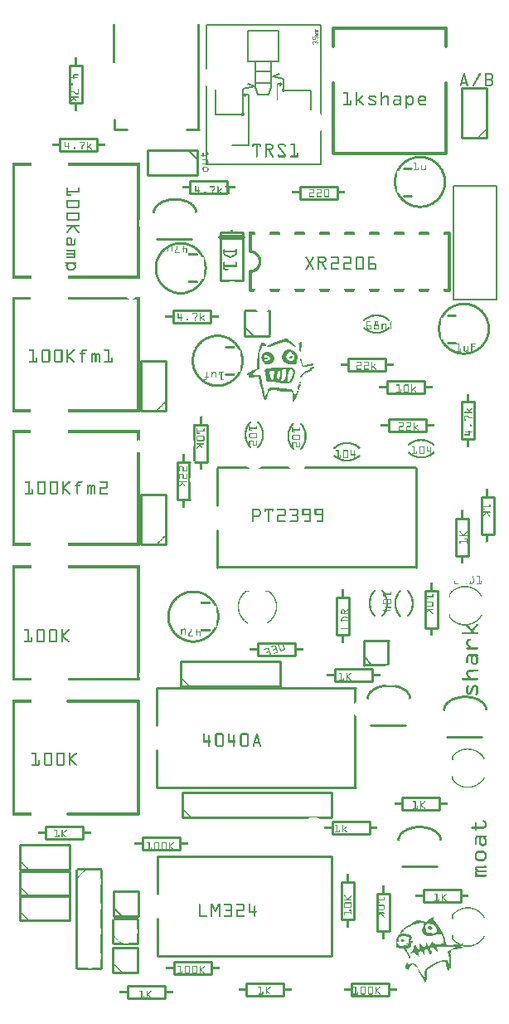
<source format=gto>
G04 MADE WITH FRITZING*
G04 WWW.FRITZING.ORG*
G04 DOUBLE SIDED*
G04 HOLES PLATED*
G04 CONTOUR ON CENTER OF CONTOUR VECTOR*
%ASAXBY*%
%FSLAX23Y23*%
%MOIN*%
%OFA0B0*%
%SFA1.0B1.0*%
%ADD10C,0.010000*%
%ADD11C,0.020000*%
%ADD12C,0.008000*%
%ADD13C,0.006000*%
%ADD14C,0.002990*%
%ADD15C,0.012000*%
%ADD16C,0.005000*%
%ADD17C,0.012500*%
%ADD18C,0.011000*%
%ADD19R,0.001000X0.001000*%
%LNSILK1*%
G90*
G70*
G54D10*
X1624Y1754D02*
X1624Y2154D01*
D02*
X824Y1754D02*
X824Y1904D01*
D02*
X824Y2004D02*
X824Y2154D01*
D02*
X929Y3102D02*
X929Y2907D01*
D02*
X839Y2907D02*
X839Y3102D01*
D02*
X839Y3102D02*
X929Y3102D01*
G54D11*
D02*
X839Y3082D02*
X929Y3082D01*
G54D10*
D02*
X1304Y1483D02*
X1304Y1633D01*
D02*
X1304Y1633D02*
X1354Y1633D01*
D02*
X1354Y1633D02*
X1354Y1483D01*
D02*
X1354Y1483D02*
X1304Y1483D01*
D02*
X585Y193D02*
X1285Y193D01*
D02*
X1285Y193D02*
X1285Y593D01*
D02*
X1285Y593D02*
X585Y593D01*
D02*
X585Y193D02*
X585Y343D01*
D02*
X585Y443D02*
X585Y593D01*
G54D12*
D02*
X1947Y3288D02*
X1776Y3288D01*
D02*
X1776Y3288D02*
X1776Y2830D01*
D02*
X1776Y2830D02*
X1947Y2830D01*
D02*
X1947Y2830D02*
X1947Y3288D01*
G54D10*
D02*
X1890Y1076D02*
X1750Y1076D01*
D02*
X723Y3074D02*
X583Y3074D01*
D02*
X1583Y1122D02*
X1443Y1122D01*
D02*
X1707Y553D02*
X1567Y553D01*
D02*
X751Y3514D02*
X701Y3514D01*
D02*
X411Y3554D02*
X411Y3514D01*
D02*
X411Y3514D02*
X461Y3514D01*
G54D13*
D02*
X781Y3933D02*
X1241Y3933D01*
D02*
X1241Y3373D02*
X781Y3373D01*
D02*
X950Y3911D02*
X1072Y3911D01*
D02*
X950Y3789D02*
X950Y3911D01*
D02*
X950Y3789D02*
X1072Y3789D01*
D02*
X1072Y3789D02*
X1072Y3911D01*
D02*
X980Y3749D02*
X1042Y3749D01*
D02*
X980Y3702D02*
X1042Y3702D01*
D02*
X1042Y3789D02*
X1042Y3684D01*
D02*
X980Y3789D02*
X980Y3684D01*
D02*
X980Y3684D02*
X990Y3654D01*
D02*
X1042Y3684D02*
X1032Y3654D01*
D02*
X1032Y3654D02*
X990Y3654D01*
D02*
X884Y3450D02*
X952Y3450D01*
D02*
X952Y3450D02*
X952Y3654D01*
D02*
X975Y3689D02*
X949Y3698D01*
D02*
X933Y3654D02*
X938Y3649D01*
D02*
X933Y3654D02*
X938Y3659D01*
D02*
X819Y3574D02*
X927Y3574D01*
D02*
X927Y3574D02*
X927Y3677D01*
D02*
X927Y3677D02*
X975Y3689D01*
D02*
X952Y3654D02*
X933Y3654D01*
D02*
X1201Y3670D02*
X1091Y3670D01*
D02*
X1091Y3670D02*
X1091Y3718D01*
D02*
X1091Y3718D02*
X1047Y3728D01*
D02*
X1047Y3728D02*
X1074Y3737D01*
D02*
X1067Y3697D02*
X1085Y3697D01*
D02*
X1085Y3697D02*
X1080Y3702D01*
D02*
X1085Y3697D02*
X1080Y3692D01*
G54D14*
D02*
X1209Y3888D02*
X1209Y3878D01*
D02*
X1209Y3878D02*
X1218Y3878D01*
D02*
X1221Y3916D02*
X1229Y3916D01*
D02*
X1229Y3893D02*
X1219Y3893D01*
D02*
X1221Y3897D02*
X1229Y3897D01*
D02*
X1221Y3901D02*
X1229Y3901D01*
D02*
X1229Y3908D02*
X1219Y3908D01*
D02*
X1221Y3912D02*
X1229Y3912D01*
D02*
X1218Y3878D02*
X1218Y3884D01*
D02*
X1222Y3888D02*
X1224Y3888D01*
G54D10*
D02*
X1157Y3286D02*
X1307Y3286D01*
D02*
X1307Y3286D02*
X1307Y3236D01*
D02*
X1307Y3236D02*
X1157Y3236D01*
D02*
X1157Y3236D02*
X1157Y3286D01*
D02*
X988Y1451D02*
X1138Y1451D01*
D02*
X1138Y1451D02*
X1138Y1401D01*
D02*
X1138Y1401D02*
X988Y1401D01*
D02*
X988Y1401D02*
X988Y1451D01*
D02*
X716Y3307D02*
X866Y3307D01*
D02*
X866Y3307D02*
X866Y3257D01*
D02*
X866Y3257D02*
X716Y3257D01*
D02*
X716Y3257D02*
X716Y3307D01*
D02*
X1437Y685D02*
X1287Y685D01*
D02*
X1287Y685D02*
X1287Y735D01*
D02*
X1287Y735D02*
X1437Y735D01*
D02*
X1437Y735D02*
X1437Y685D01*
D02*
X1515Y2351D02*
X1665Y2351D01*
D02*
X1665Y2351D02*
X1665Y2301D01*
D02*
X1665Y2301D02*
X1515Y2301D01*
D02*
X1515Y2301D02*
X1515Y2351D01*
D02*
X1508Y2505D02*
X1658Y2505D01*
D02*
X1658Y2505D02*
X1658Y2455D01*
D02*
X1658Y2455D02*
X1508Y2455D01*
D02*
X1508Y2455D02*
X1508Y2505D01*
D02*
X1353Y2593D02*
X1503Y2593D01*
D02*
X1503Y2593D02*
X1503Y2543D01*
D02*
X1503Y2543D02*
X1353Y2543D01*
D02*
X1353Y2543D02*
X1353Y2593D01*
D02*
X734Y2329D02*
X784Y2329D01*
D02*
X784Y2329D02*
X784Y2179D01*
D02*
X784Y2179D02*
X734Y2179D01*
D02*
X665Y2027D02*
X665Y2177D01*
D02*
X665Y2177D02*
X715Y2177D01*
D02*
X715Y2027D02*
X665Y2027D01*
D02*
X798Y2737D02*
X648Y2737D01*
D02*
X648Y2737D02*
X648Y2787D01*
D02*
X648Y2787D02*
X798Y2787D01*
D02*
X798Y2787D02*
X798Y2737D01*
G54D15*
D02*
X1757Y3098D02*
X1757Y2868D01*
D02*
X957Y3098D02*
X957Y3023D01*
D02*
X957Y2868D02*
X957Y2943D01*
G54D10*
D02*
X677Y1278D02*
X1077Y1278D01*
D02*
X1077Y1278D02*
X1077Y1378D01*
D02*
X1077Y1378D02*
X677Y1378D01*
D02*
X677Y1378D02*
X677Y1278D01*
D02*
X1285Y750D02*
X1285Y850D01*
D02*
X1285Y850D02*
X685Y850D01*
D02*
X685Y850D02*
X685Y750D01*
D02*
X745Y3430D02*
X545Y3430D01*
D02*
X545Y3430D02*
X545Y3330D01*
D02*
X545Y3330D02*
X745Y3330D01*
D02*
X745Y3330D02*
X745Y3430D01*
G54D16*
D02*
X710Y3430D02*
X745Y3395D01*
G54D10*
D02*
X1909Y3481D02*
X1909Y3681D01*
D02*
X1909Y3681D02*
X1809Y3681D01*
D02*
X1809Y3681D02*
X1809Y3481D01*
D02*
X1809Y3481D02*
X1909Y3481D01*
D02*
X618Y1848D02*
X618Y2048D01*
D02*
X618Y2048D02*
X518Y2048D01*
D02*
X518Y2048D02*
X518Y1848D01*
D02*
X518Y1848D02*
X618Y1848D01*
D02*
X32Y337D02*
X232Y337D01*
D02*
X232Y337D02*
X232Y437D01*
D02*
X232Y437D02*
X32Y437D01*
D02*
X32Y437D02*
X32Y337D01*
D02*
X32Y436D02*
X232Y436D01*
D02*
X232Y436D02*
X232Y536D01*
D02*
X232Y536D02*
X32Y536D01*
D02*
X32Y536D02*
X32Y436D01*
D02*
X936Y2686D02*
X1036Y2686D01*
D02*
X936Y2786D02*
X936Y2686D01*
G54D16*
D02*
X971Y2686D02*
X936Y2721D01*
G54D10*
D02*
X1514Y1462D02*
X1414Y1462D01*
D02*
X1414Y1462D02*
X1414Y1362D01*
G54D16*
D02*
X1449Y1362D02*
X1414Y1397D01*
G54D10*
D02*
X33Y540D02*
X233Y540D01*
D02*
X233Y540D02*
X233Y640D01*
D02*
X233Y640D02*
X33Y640D01*
D02*
X33Y640D02*
X33Y540D01*
D02*
X405Y129D02*
X505Y129D01*
D02*
X505Y129D02*
X505Y229D01*
D02*
X505Y229D02*
X405Y229D01*
D02*
X405Y229D02*
X405Y129D01*
D02*
X408Y353D02*
X508Y353D01*
D02*
X508Y353D02*
X508Y453D01*
D02*
X508Y453D02*
X408Y453D01*
D02*
X408Y453D02*
X408Y353D01*
G54D16*
D02*
X443Y353D02*
X408Y388D01*
G54D10*
D02*
X618Y2386D02*
X618Y2586D01*
D02*
X618Y2586D02*
X518Y2586D01*
D02*
X518Y2586D02*
X518Y2386D01*
D02*
X518Y2386D02*
X618Y2386D01*
D02*
X581Y870D02*
X1381Y870D01*
D02*
X1381Y1270D02*
X581Y1270D01*
D02*
X581Y870D02*
X581Y1020D01*
D02*
X581Y1120D02*
X581Y1270D01*
D02*
X343Y3427D02*
X193Y3427D01*
D02*
X193Y3427D02*
X193Y3477D01*
D02*
X193Y3477D02*
X343Y3477D01*
D02*
X343Y3477D02*
X343Y3427D01*
D02*
X281Y3771D02*
X281Y3621D01*
D02*
X281Y3621D02*
X231Y3621D01*
D02*
X231Y3621D02*
X231Y3771D01*
D02*
X231Y3771D02*
X281Y3771D01*
D02*
X1857Y2420D02*
X1857Y2270D01*
D02*
X1857Y2270D02*
X1807Y2270D01*
D02*
X1807Y2270D02*
X1807Y2420D01*
D02*
X1807Y2420D02*
X1857Y2420D01*
D02*
X1887Y1888D02*
X1887Y2038D01*
D02*
X1887Y2038D02*
X1937Y2038D01*
D02*
X1937Y2038D02*
X1937Y1888D01*
D02*
X1937Y1888D02*
X1887Y1888D01*
D02*
X1786Y1802D02*
X1786Y1952D01*
D02*
X1786Y1952D02*
X1836Y1952D01*
D02*
X1836Y1952D02*
X1836Y1802D01*
D02*
X1836Y1802D02*
X1786Y1802D01*
D02*
X1663Y1512D02*
X1663Y1662D01*
D02*
X1663Y1662D02*
X1713Y1662D01*
D02*
X1713Y1662D02*
X1713Y1512D01*
D02*
X1713Y1512D02*
X1663Y1512D01*
D02*
X1720Y781D02*
X1570Y781D01*
D02*
X1570Y781D02*
X1570Y831D01*
D02*
X1570Y831D02*
X1720Y831D01*
D02*
X1720Y831D02*
X1720Y781D01*
D02*
X1448Y1297D02*
X1298Y1297D01*
D02*
X1298Y1297D02*
X1298Y1347D01*
D02*
X1298Y1347D02*
X1448Y1347D01*
D02*
X1448Y1347D02*
X1448Y1297D01*
D02*
X1324Y340D02*
X1324Y490D01*
D02*
X1324Y490D02*
X1374Y490D01*
D02*
X1374Y490D02*
X1374Y340D01*
D02*
X1374Y340D02*
X1324Y340D01*
D02*
X1804Y410D02*
X1654Y410D01*
D02*
X1654Y410D02*
X1654Y460D01*
D02*
X1654Y460D02*
X1804Y460D01*
D02*
X1804Y460D02*
X1804Y410D01*
D02*
X1467Y294D02*
X1467Y444D01*
D02*
X1467Y444D02*
X1517Y444D01*
D02*
X1517Y444D02*
X1517Y294D01*
D02*
X1517Y294D02*
X1467Y294D01*
D02*
X615Y24D02*
X465Y24D01*
D02*
X465Y24D02*
X465Y74D01*
D02*
X465Y74D02*
X615Y74D01*
D02*
X615Y74D02*
X615Y24D01*
D02*
X651Y170D02*
X801Y170D01*
D02*
X801Y170D02*
X801Y120D01*
D02*
X801Y120D02*
X651Y120D01*
D02*
X651Y120D02*
X651Y170D01*
D02*
X943Y84D02*
X1093Y84D01*
D02*
X1093Y84D02*
X1093Y34D01*
D02*
X1093Y34D02*
X943Y34D01*
D02*
X943Y34D02*
X943Y84D01*
D02*
X1366Y84D02*
X1516Y84D01*
D02*
X1516Y84D02*
X1516Y34D01*
D02*
X1516Y34D02*
X1366Y34D01*
D02*
X1366Y34D02*
X1366Y84D01*
D02*
X136Y715D02*
X286Y715D01*
D02*
X286Y715D02*
X286Y665D01*
D02*
X286Y665D02*
X136Y665D01*
D02*
X136Y665D02*
X136Y715D01*
D02*
X675Y621D02*
X525Y621D01*
D02*
X525Y621D02*
X525Y671D01*
D02*
X525Y671D02*
X675Y671D01*
D02*
X675Y671D02*
X675Y621D01*
G54D17*
X225Y1217D02*
X508Y1217D01*
X508Y764D01*
X225Y764D01*
D02*
X1292Y3849D02*
X1292Y3921D01*
X1745Y3921D01*
X1745Y3849D01*
D02*
X1745Y3701D02*
X1745Y3418D01*
X1292Y3418D01*
X1292Y3701D01*
D02*
G54D18*
X1752Y2768D02*
X1782Y2768D01*
D02*
X1752Y2658D02*
X1782Y2658D01*
D02*
X1575Y3358D02*
X1605Y3358D01*
D02*
X1575Y3248D02*
X1605Y3248D01*
D02*
G54D19*
X407Y3937D02*
X416Y3937D01*
X747Y3937D02*
X756Y3937D01*
X888Y3937D02*
X893Y3937D01*
X947Y3937D02*
X1053Y3937D01*
X1128Y3937D02*
X1133Y3937D01*
X407Y3936D02*
X416Y3936D01*
X747Y3936D02*
X756Y3936D01*
X888Y3936D02*
X893Y3936D01*
X946Y3936D02*
X1035Y3936D01*
X1128Y3936D02*
X1133Y3936D01*
X407Y3935D02*
X416Y3935D01*
X747Y3935D02*
X756Y3935D01*
X888Y3935D02*
X893Y3935D01*
X946Y3935D02*
X1018Y3935D01*
X1128Y3935D02*
X1133Y3935D01*
X407Y3934D02*
X416Y3934D01*
X747Y3934D02*
X756Y3934D01*
X889Y3934D02*
X893Y3934D01*
X946Y3934D02*
X1000Y3934D01*
X1129Y3934D02*
X1133Y3934D01*
X407Y3933D02*
X416Y3933D01*
X747Y3933D02*
X756Y3933D01*
X778Y3933D02*
X783Y3933D01*
X946Y3933D02*
X982Y3933D01*
X1238Y3933D02*
X1243Y3933D01*
X407Y3932D02*
X416Y3932D01*
X747Y3932D02*
X756Y3932D01*
X778Y3932D02*
X783Y3932D01*
X946Y3932D02*
X964Y3932D01*
X1238Y3932D02*
X1243Y3932D01*
X407Y3931D02*
X416Y3931D01*
X747Y3931D02*
X756Y3931D01*
X778Y3931D02*
X783Y3931D01*
X1238Y3931D02*
X1243Y3931D01*
X407Y3930D02*
X416Y3930D01*
X747Y3930D02*
X756Y3930D01*
X778Y3930D02*
X783Y3930D01*
X1238Y3930D02*
X1243Y3930D01*
X407Y3929D02*
X416Y3929D01*
X747Y3929D02*
X756Y3929D01*
X778Y3929D02*
X783Y3929D01*
X1238Y3929D02*
X1243Y3929D01*
X407Y3928D02*
X416Y3928D01*
X747Y3928D02*
X756Y3928D01*
X778Y3928D02*
X783Y3928D01*
X1238Y3928D02*
X1243Y3928D01*
X407Y3927D02*
X416Y3927D01*
X747Y3927D02*
X756Y3927D01*
X778Y3927D02*
X783Y3927D01*
X1238Y3927D02*
X1243Y3927D01*
X407Y3926D02*
X416Y3926D01*
X747Y3926D02*
X756Y3926D01*
X778Y3926D02*
X783Y3926D01*
X1238Y3926D02*
X1243Y3926D01*
X407Y3925D02*
X416Y3925D01*
X747Y3925D02*
X756Y3925D01*
X778Y3925D02*
X783Y3925D01*
X1238Y3925D02*
X1243Y3925D01*
X407Y3924D02*
X416Y3924D01*
X747Y3924D02*
X756Y3924D01*
X778Y3924D02*
X783Y3924D01*
X1238Y3924D02*
X1243Y3924D01*
X407Y3923D02*
X416Y3923D01*
X747Y3923D02*
X756Y3923D01*
X778Y3923D02*
X783Y3923D01*
X1238Y3923D02*
X1243Y3923D01*
X407Y3922D02*
X416Y3922D01*
X747Y3922D02*
X756Y3922D01*
X778Y3922D02*
X783Y3922D01*
X1238Y3922D02*
X1243Y3922D01*
X407Y3921D02*
X416Y3921D01*
X747Y3921D02*
X756Y3921D01*
X778Y3921D02*
X783Y3921D01*
X1238Y3921D02*
X1243Y3921D01*
X407Y3920D02*
X416Y3920D01*
X747Y3920D02*
X756Y3920D01*
X778Y3920D02*
X783Y3920D01*
X1238Y3920D02*
X1243Y3920D01*
X407Y3919D02*
X416Y3919D01*
X747Y3919D02*
X756Y3919D01*
X778Y3919D02*
X783Y3919D01*
X1238Y3919D02*
X1243Y3919D01*
X407Y3918D02*
X416Y3918D01*
X747Y3918D02*
X756Y3918D01*
X778Y3918D02*
X783Y3918D01*
X1220Y3918D02*
X1220Y3918D01*
X1238Y3918D02*
X1243Y3918D01*
X407Y3917D02*
X416Y3917D01*
X747Y3917D02*
X756Y3917D01*
X778Y3917D02*
X783Y3917D01*
X1219Y3917D02*
X1220Y3917D01*
X1238Y3917D02*
X1243Y3917D01*
X407Y3916D02*
X416Y3916D01*
X747Y3916D02*
X756Y3916D01*
X778Y3916D02*
X783Y3916D01*
X1218Y3916D02*
X1220Y3916D01*
X1238Y3916D02*
X1243Y3916D01*
X407Y3915D02*
X416Y3915D01*
X747Y3915D02*
X756Y3915D01*
X778Y3915D02*
X783Y3915D01*
X1218Y3915D02*
X1219Y3915D01*
X1238Y3915D02*
X1243Y3915D01*
X407Y3914D02*
X416Y3914D01*
X747Y3914D02*
X756Y3914D01*
X778Y3914D02*
X783Y3914D01*
X1218Y3914D02*
X1220Y3914D01*
X1238Y3914D02*
X1243Y3914D01*
X407Y3913D02*
X416Y3913D01*
X747Y3913D02*
X756Y3913D01*
X778Y3913D02*
X783Y3913D01*
X1219Y3913D02*
X1220Y3913D01*
X1238Y3913D02*
X1243Y3913D01*
X407Y3912D02*
X416Y3912D01*
X747Y3912D02*
X756Y3912D01*
X778Y3912D02*
X783Y3912D01*
X1218Y3912D02*
X1220Y3912D01*
X1238Y3912D02*
X1243Y3912D01*
X407Y3911D02*
X416Y3911D01*
X747Y3911D02*
X756Y3911D01*
X778Y3911D02*
X783Y3911D01*
X1218Y3911D02*
X1219Y3911D01*
X1238Y3911D02*
X1243Y3911D01*
X407Y3910D02*
X416Y3910D01*
X747Y3910D02*
X756Y3910D01*
X778Y3910D02*
X783Y3910D01*
X1218Y3910D02*
X1220Y3910D01*
X1238Y3910D02*
X1243Y3910D01*
X407Y3909D02*
X416Y3909D01*
X747Y3909D02*
X756Y3909D01*
X778Y3909D02*
X783Y3909D01*
X1219Y3909D02*
X1220Y3909D01*
X1238Y3909D02*
X1243Y3909D01*
X407Y3908D02*
X416Y3908D01*
X747Y3908D02*
X756Y3908D01*
X778Y3908D02*
X783Y3908D01*
X1220Y3908D02*
X1220Y3908D01*
X1238Y3908D02*
X1243Y3908D01*
X407Y3907D02*
X416Y3907D01*
X747Y3907D02*
X756Y3907D01*
X778Y3907D02*
X783Y3907D01*
X1238Y3907D02*
X1243Y3907D01*
X407Y3906D02*
X416Y3906D01*
X747Y3906D02*
X756Y3906D01*
X778Y3906D02*
X783Y3906D01*
X1238Y3906D02*
X1243Y3906D01*
X407Y3905D02*
X416Y3905D01*
X747Y3905D02*
X756Y3905D01*
X778Y3905D02*
X783Y3905D01*
X1238Y3905D02*
X1243Y3905D01*
X407Y3904D02*
X416Y3904D01*
X747Y3904D02*
X756Y3904D01*
X778Y3904D02*
X783Y3904D01*
X1238Y3904D02*
X1243Y3904D01*
X407Y3903D02*
X416Y3903D01*
X747Y3903D02*
X756Y3903D01*
X778Y3903D02*
X783Y3903D01*
X1220Y3903D02*
X1220Y3903D01*
X1238Y3903D02*
X1243Y3903D01*
X407Y3902D02*
X416Y3902D01*
X747Y3902D02*
X756Y3902D01*
X778Y3902D02*
X783Y3902D01*
X1219Y3902D02*
X1220Y3902D01*
X1238Y3902D02*
X1243Y3902D01*
X407Y3901D02*
X416Y3901D01*
X747Y3901D02*
X756Y3901D01*
X778Y3901D02*
X783Y3901D01*
X1218Y3901D02*
X1220Y3901D01*
X1238Y3901D02*
X1243Y3901D01*
X407Y3900D02*
X416Y3900D01*
X747Y3900D02*
X756Y3900D01*
X778Y3900D02*
X783Y3900D01*
X1218Y3900D02*
X1219Y3900D01*
X1238Y3900D02*
X1243Y3900D01*
X407Y3899D02*
X416Y3899D01*
X747Y3899D02*
X756Y3899D01*
X778Y3899D02*
X783Y3899D01*
X1218Y3899D02*
X1220Y3899D01*
X1238Y3899D02*
X1243Y3899D01*
X407Y3898D02*
X416Y3898D01*
X747Y3898D02*
X756Y3898D01*
X778Y3898D02*
X783Y3898D01*
X1219Y3898D02*
X1220Y3898D01*
X1238Y3898D02*
X1243Y3898D01*
X407Y3897D02*
X416Y3897D01*
X747Y3897D02*
X756Y3897D01*
X778Y3897D02*
X783Y3897D01*
X1218Y3897D02*
X1220Y3897D01*
X1238Y3897D02*
X1243Y3897D01*
X407Y3896D02*
X416Y3896D01*
X747Y3896D02*
X756Y3896D01*
X778Y3896D02*
X783Y3896D01*
X1218Y3896D02*
X1219Y3896D01*
X1238Y3896D02*
X1243Y3896D01*
X407Y3895D02*
X416Y3895D01*
X747Y3895D02*
X756Y3895D01*
X778Y3895D02*
X783Y3895D01*
X1218Y3895D02*
X1220Y3895D01*
X1238Y3895D02*
X1243Y3895D01*
X407Y3894D02*
X416Y3894D01*
X747Y3894D02*
X756Y3894D01*
X778Y3894D02*
X783Y3894D01*
X1219Y3894D02*
X1220Y3894D01*
X1238Y3894D02*
X1243Y3894D01*
X407Y3893D02*
X416Y3893D01*
X747Y3893D02*
X756Y3893D01*
X778Y3893D02*
X783Y3893D01*
X1220Y3893D02*
X1220Y3893D01*
X1238Y3893D02*
X1243Y3893D01*
X407Y3892D02*
X416Y3892D01*
X747Y3892D02*
X756Y3892D01*
X778Y3892D02*
X783Y3892D01*
X1238Y3892D02*
X1243Y3892D01*
X407Y3891D02*
X416Y3891D01*
X747Y3891D02*
X756Y3891D01*
X778Y3891D02*
X783Y3891D01*
X1238Y3891D02*
X1243Y3891D01*
X407Y3890D02*
X416Y3890D01*
X747Y3890D02*
X756Y3890D01*
X778Y3890D02*
X783Y3890D01*
X1220Y3890D02*
X1221Y3890D01*
X1224Y3890D02*
X1226Y3890D01*
X1238Y3890D02*
X1243Y3890D01*
X407Y3889D02*
X416Y3889D01*
X747Y3889D02*
X756Y3889D01*
X778Y3889D02*
X783Y3889D01*
X1219Y3889D02*
X1221Y3889D01*
X1224Y3889D02*
X1227Y3889D01*
X1238Y3889D02*
X1243Y3889D01*
X407Y3888D02*
X416Y3888D01*
X747Y3888D02*
X756Y3888D01*
X778Y3888D02*
X783Y3888D01*
X1218Y3888D02*
X1221Y3888D01*
X1224Y3888D02*
X1228Y3888D01*
X1238Y3888D02*
X1243Y3888D01*
X407Y3887D02*
X416Y3887D01*
X747Y3887D02*
X756Y3887D01*
X778Y3887D02*
X783Y3887D01*
X1217Y3887D02*
X1220Y3887D01*
X1226Y3887D02*
X1229Y3887D01*
X1238Y3887D02*
X1243Y3887D01*
X407Y3886D02*
X416Y3886D01*
X747Y3886D02*
X756Y3886D01*
X778Y3886D02*
X783Y3886D01*
X1217Y3886D02*
X1219Y3886D01*
X1227Y3886D02*
X1229Y3886D01*
X1238Y3886D02*
X1243Y3886D01*
X407Y3885D02*
X416Y3885D01*
X747Y3885D02*
X756Y3885D01*
X778Y3885D02*
X783Y3885D01*
X1217Y3885D02*
X1218Y3885D01*
X1228Y3885D02*
X1230Y3885D01*
X1238Y3885D02*
X1243Y3885D01*
X407Y3884D02*
X416Y3884D01*
X747Y3884D02*
X756Y3884D01*
X778Y3884D02*
X783Y3884D01*
X1228Y3884D02*
X1229Y3884D01*
X1238Y3884D02*
X1243Y3884D01*
X407Y3883D02*
X416Y3883D01*
X747Y3883D02*
X756Y3883D01*
X778Y3883D02*
X783Y3883D01*
X1228Y3883D02*
X1230Y3883D01*
X1238Y3883D02*
X1243Y3883D01*
X407Y3882D02*
X416Y3882D01*
X747Y3882D02*
X756Y3882D01*
X778Y3882D02*
X783Y3882D01*
X1227Y3882D02*
X1229Y3882D01*
X1238Y3882D02*
X1243Y3882D01*
X407Y3881D02*
X416Y3881D01*
X747Y3881D02*
X756Y3881D01*
X778Y3881D02*
X783Y3881D01*
X1226Y3881D02*
X1229Y3881D01*
X1238Y3881D02*
X1243Y3881D01*
X407Y3880D02*
X416Y3880D01*
X747Y3880D02*
X756Y3880D01*
X778Y3880D02*
X783Y3880D01*
X1224Y3880D02*
X1228Y3880D01*
X1238Y3880D02*
X1243Y3880D01*
X407Y3879D02*
X416Y3879D01*
X747Y3879D02*
X756Y3879D01*
X778Y3879D02*
X783Y3879D01*
X1224Y3879D02*
X1227Y3879D01*
X1238Y3879D02*
X1243Y3879D01*
X407Y3878D02*
X416Y3878D01*
X747Y3878D02*
X756Y3878D01*
X778Y3878D02*
X783Y3878D01*
X1224Y3878D02*
X1226Y3878D01*
X1238Y3878D02*
X1243Y3878D01*
X407Y3877D02*
X416Y3877D01*
X747Y3877D02*
X756Y3877D01*
X778Y3877D02*
X783Y3877D01*
X1238Y3877D02*
X1243Y3877D01*
X407Y3876D02*
X416Y3876D01*
X747Y3876D02*
X756Y3876D01*
X778Y3876D02*
X783Y3876D01*
X1238Y3876D02*
X1243Y3876D01*
X407Y3875D02*
X416Y3875D01*
X747Y3875D02*
X756Y3875D01*
X778Y3875D02*
X783Y3875D01*
X1227Y3875D02*
X1229Y3875D01*
X1238Y3875D02*
X1243Y3875D01*
X407Y3874D02*
X416Y3874D01*
X747Y3874D02*
X756Y3874D01*
X778Y3874D02*
X783Y3874D01*
X1226Y3874D02*
X1229Y3874D01*
X1238Y3874D02*
X1243Y3874D01*
X407Y3873D02*
X416Y3873D01*
X747Y3873D02*
X756Y3873D01*
X778Y3873D02*
X783Y3873D01*
X1226Y3873D02*
X1227Y3873D01*
X1229Y3873D02*
X1229Y3873D01*
X1238Y3873D02*
X1243Y3873D01*
X407Y3872D02*
X416Y3872D01*
X747Y3872D02*
X756Y3872D01*
X778Y3872D02*
X783Y3872D01*
X1226Y3872D02*
X1229Y3872D01*
X1238Y3872D02*
X1243Y3872D01*
X407Y3871D02*
X416Y3871D01*
X747Y3871D02*
X756Y3871D01*
X778Y3871D02*
X783Y3871D01*
X1227Y3871D02*
X1229Y3871D01*
X1238Y3871D02*
X1243Y3871D01*
X407Y3870D02*
X416Y3870D01*
X747Y3870D02*
X756Y3870D01*
X778Y3870D02*
X783Y3870D01*
X1238Y3870D02*
X1243Y3870D01*
X407Y3869D02*
X416Y3869D01*
X747Y3869D02*
X756Y3869D01*
X778Y3869D02*
X783Y3869D01*
X1238Y3869D02*
X1243Y3869D01*
X407Y3868D02*
X416Y3868D01*
X747Y3868D02*
X756Y3868D01*
X778Y3868D02*
X783Y3868D01*
X1212Y3868D02*
X1216Y3868D01*
X1222Y3868D02*
X1226Y3868D01*
X1238Y3868D02*
X1243Y3868D01*
X407Y3867D02*
X416Y3867D01*
X747Y3867D02*
X756Y3867D01*
X778Y3867D02*
X783Y3867D01*
X1210Y3867D02*
X1217Y3867D01*
X1220Y3867D02*
X1227Y3867D01*
X1238Y3867D02*
X1243Y3867D01*
X407Y3866D02*
X416Y3866D01*
X747Y3866D02*
X756Y3866D01*
X778Y3866D02*
X783Y3866D01*
X1209Y3866D02*
X1228Y3866D01*
X1238Y3866D02*
X1243Y3866D01*
X407Y3865D02*
X416Y3865D01*
X747Y3865D02*
X756Y3865D01*
X778Y3865D02*
X783Y3865D01*
X1209Y3865D02*
X1211Y3865D01*
X1216Y3865D02*
X1221Y3865D01*
X1226Y3865D02*
X1229Y3865D01*
X1238Y3865D02*
X1243Y3865D01*
X407Y3864D02*
X416Y3864D01*
X747Y3864D02*
X756Y3864D01*
X778Y3864D02*
X783Y3864D01*
X1208Y3864D02*
X1210Y3864D01*
X1217Y3864D02*
X1220Y3864D01*
X1227Y3864D02*
X1229Y3864D01*
X1238Y3864D02*
X1243Y3864D01*
X407Y3863D02*
X416Y3863D01*
X747Y3863D02*
X756Y3863D01*
X778Y3863D02*
X783Y3863D01*
X1208Y3863D02*
X1210Y3863D01*
X1218Y3863D02*
X1220Y3863D01*
X1228Y3863D02*
X1230Y3863D01*
X1238Y3863D02*
X1243Y3863D01*
X407Y3862D02*
X416Y3862D01*
X747Y3862D02*
X756Y3862D01*
X778Y3862D02*
X783Y3862D01*
X1208Y3862D02*
X1209Y3862D01*
X1218Y3862D02*
X1219Y3862D01*
X1228Y3862D02*
X1229Y3862D01*
X1238Y3862D02*
X1243Y3862D01*
X407Y3861D02*
X416Y3861D01*
X747Y3861D02*
X756Y3861D01*
X778Y3861D02*
X783Y3861D01*
X1208Y3861D02*
X1210Y3861D01*
X1228Y3861D02*
X1230Y3861D01*
X1238Y3861D02*
X1243Y3861D01*
X407Y3860D02*
X416Y3860D01*
X747Y3860D02*
X756Y3860D01*
X778Y3860D02*
X783Y3860D01*
X1208Y3860D02*
X1210Y3860D01*
X1227Y3860D02*
X1229Y3860D01*
X1238Y3860D02*
X1243Y3860D01*
X407Y3859D02*
X416Y3859D01*
X747Y3859D02*
X756Y3859D01*
X778Y3859D02*
X783Y3859D01*
X1209Y3859D02*
X1211Y3859D01*
X1226Y3859D02*
X1229Y3859D01*
X1238Y3859D02*
X1243Y3859D01*
X407Y3858D02*
X416Y3858D01*
X747Y3858D02*
X756Y3858D01*
X778Y3858D02*
X783Y3858D01*
X1209Y3858D02*
X1213Y3858D01*
X1224Y3858D02*
X1228Y3858D01*
X1238Y3858D02*
X1243Y3858D01*
X407Y3857D02*
X416Y3857D01*
X747Y3857D02*
X756Y3857D01*
X778Y3857D02*
X783Y3857D01*
X1210Y3857D02*
X1213Y3857D01*
X1224Y3857D02*
X1227Y3857D01*
X1238Y3857D02*
X1243Y3857D01*
X407Y3856D02*
X416Y3856D01*
X747Y3856D02*
X756Y3856D01*
X778Y3856D02*
X783Y3856D01*
X1212Y3856D02*
X1213Y3856D01*
X1224Y3856D02*
X1226Y3856D01*
X1238Y3856D02*
X1243Y3856D01*
X407Y3855D02*
X416Y3855D01*
X747Y3855D02*
X756Y3855D01*
X778Y3855D02*
X783Y3855D01*
X1238Y3855D02*
X1243Y3855D01*
X407Y3854D02*
X416Y3854D01*
X747Y3854D02*
X756Y3854D01*
X778Y3854D02*
X783Y3854D01*
X1238Y3854D02*
X1243Y3854D01*
X407Y3853D02*
X416Y3853D01*
X747Y3853D02*
X756Y3853D01*
X778Y3853D02*
X783Y3853D01*
X1238Y3853D02*
X1243Y3853D01*
X407Y3852D02*
X416Y3852D01*
X747Y3852D02*
X756Y3852D01*
X778Y3852D02*
X783Y3852D01*
X1238Y3852D02*
X1243Y3852D01*
X407Y3851D02*
X416Y3851D01*
X747Y3851D02*
X756Y3851D01*
X778Y3851D02*
X783Y3851D01*
X1238Y3851D02*
X1243Y3851D01*
X407Y3850D02*
X416Y3850D01*
X747Y3850D02*
X756Y3850D01*
X778Y3850D02*
X783Y3850D01*
X1238Y3850D02*
X1243Y3850D01*
X407Y3849D02*
X416Y3849D01*
X747Y3849D02*
X756Y3849D01*
X778Y3849D02*
X783Y3849D01*
X1238Y3849D02*
X1243Y3849D01*
X407Y3848D02*
X416Y3848D01*
X747Y3848D02*
X756Y3848D01*
X778Y3848D02*
X783Y3848D01*
X1238Y3848D02*
X1243Y3848D01*
X407Y3847D02*
X416Y3847D01*
X747Y3847D02*
X756Y3847D01*
X778Y3847D02*
X783Y3847D01*
X1238Y3847D02*
X1243Y3847D01*
X407Y3846D02*
X416Y3846D01*
X747Y3846D02*
X756Y3846D01*
X778Y3846D02*
X783Y3846D01*
X1238Y3846D02*
X1243Y3846D01*
X407Y3845D02*
X416Y3845D01*
X747Y3845D02*
X756Y3845D01*
X778Y3845D02*
X783Y3845D01*
X1238Y3845D02*
X1243Y3845D01*
X407Y3844D02*
X416Y3844D01*
X747Y3844D02*
X756Y3844D01*
X778Y3844D02*
X783Y3844D01*
X1238Y3844D02*
X1243Y3844D01*
X407Y3843D02*
X416Y3843D01*
X747Y3843D02*
X756Y3843D01*
X778Y3843D02*
X783Y3843D01*
X1238Y3843D02*
X1243Y3843D01*
X407Y3842D02*
X416Y3842D01*
X747Y3842D02*
X756Y3842D01*
X778Y3842D02*
X783Y3842D01*
X1238Y3842D02*
X1243Y3842D01*
X407Y3841D02*
X416Y3841D01*
X747Y3841D02*
X756Y3841D01*
X778Y3841D02*
X783Y3841D01*
X1238Y3841D02*
X1243Y3841D01*
X407Y3840D02*
X416Y3840D01*
X747Y3840D02*
X756Y3840D01*
X778Y3840D02*
X783Y3840D01*
X1238Y3840D02*
X1243Y3840D01*
X407Y3839D02*
X416Y3839D01*
X747Y3839D02*
X756Y3839D01*
X778Y3839D02*
X783Y3839D01*
X1238Y3839D02*
X1243Y3839D01*
X407Y3838D02*
X416Y3838D01*
X747Y3838D02*
X756Y3838D01*
X778Y3838D02*
X783Y3838D01*
X1238Y3838D02*
X1243Y3838D01*
X407Y3837D02*
X416Y3837D01*
X747Y3837D02*
X756Y3837D01*
X778Y3837D02*
X783Y3837D01*
X1238Y3837D02*
X1243Y3837D01*
X407Y3836D02*
X416Y3836D01*
X747Y3836D02*
X756Y3836D01*
X778Y3836D02*
X783Y3836D01*
X1238Y3836D02*
X1243Y3836D01*
X407Y3835D02*
X416Y3835D01*
X747Y3835D02*
X756Y3835D01*
X778Y3835D02*
X783Y3835D01*
X1238Y3835D02*
X1243Y3835D01*
X407Y3834D02*
X416Y3834D01*
X747Y3834D02*
X756Y3834D01*
X778Y3834D02*
X783Y3834D01*
X1238Y3834D02*
X1243Y3834D01*
X407Y3833D02*
X416Y3833D01*
X747Y3833D02*
X756Y3833D01*
X778Y3833D02*
X783Y3833D01*
X1238Y3833D02*
X1243Y3833D01*
X407Y3832D02*
X416Y3832D01*
X747Y3832D02*
X756Y3832D01*
X778Y3832D02*
X783Y3832D01*
X1238Y3832D02*
X1243Y3832D01*
X407Y3831D02*
X416Y3831D01*
X747Y3831D02*
X756Y3831D01*
X778Y3831D02*
X783Y3831D01*
X1238Y3831D02*
X1243Y3831D01*
X407Y3830D02*
X416Y3830D01*
X747Y3830D02*
X756Y3830D01*
X778Y3830D02*
X783Y3830D01*
X1238Y3830D02*
X1243Y3830D01*
X407Y3829D02*
X416Y3829D01*
X747Y3829D02*
X756Y3829D01*
X778Y3829D02*
X783Y3829D01*
X1238Y3829D02*
X1243Y3829D01*
X407Y3828D02*
X416Y3828D01*
X747Y3828D02*
X756Y3828D01*
X778Y3828D02*
X783Y3828D01*
X1238Y3828D02*
X1243Y3828D01*
X407Y3827D02*
X416Y3827D01*
X747Y3827D02*
X756Y3827D01*
X778Y3827D02*
X783Y3827D01*
X1238Y3827D02*
X1243Y3827D01*
X407Y3826D02*
X416Y3826D01*
X747Y3826D02*
X756Y3826D01*
X778Y3826D02*
X783Y3826D01*
X1238Y3826D02*
X1243Y3826D01*
X407Y3825D02*
X416Y3825D01*
X747Y3825D02*
X756Y3825D01*
X778Y3825D02*
X783Y3825D01*
X1238Y3825D02*
X1243Y3825D01*
X407Y3824D02*
X416Y3824D01*
X747Y3824D02*
X756Y3824D01*
X778Y3824D02*
X783Y3824D01*
X1238Y3824D02*
X1243Y3824D01*
X407Y3823D02*
X416Y3823D01*
X747Y3823D02*
X756Y3823D01*
X778Y3823D02*
X783Y3823D01*
X1238Y3823D02*
X1243Y3823D01*
X407Y3822D02*
X416Y3822D01*
X747Y3822D02*
X756Y3822D01*
X778Y3822D02*
X783Y3822D01*
X1238Y3822D02*
X1243Y3822D01*
X407Y3821D02*
X416Y3821D01*
X747Y3821D02*
X756Y3821D01*
X778Y3821D02*
X783Y3821D01*
X1238Y3821D02*
X1243Y3821D01*
X407Y3820D02*
X416Y3820D01*
X747Y3820D02*
X756Y3820D01*
X778Y3820D02*
X783Y3820D01*
X1238Y3820D02*
X1243Y3820D01*
X407Y3819D02*
X416Y3819D01*
X747Y3819D02*
X756Y3819D01*
X778Y3819D02*
X783Y3819D01*
X1238Y3819D02*
X1243Y3819D01*
X407Y3818D02*
X416Y3818D01*
X747Y3818D02*
X756Y3818D01*
X778Y3818D02*
X783Y3818D01*
X1238Y3818D02*
X1243Y3818D01*
X407Y3817D02*
X416Y3817D01*
X747Y3817D02*
X756Y3817D01*
X778Y3817D02*
X783Y3817D01*
X1238Y3817D02*
X1243Y3817D01*
X407Y3816D02*
X416Y3816D01*
X747Y3816D02*
X756Y3816D01*
X778Y3816D02*
X783Y3816D01*
X1238Y3816D02*
X1243Y3816D01*
X407Y3815D02*
X416Y3815D01*
X747Y3815D02*
X756Y3815D01*
X778Y3815D02*
X783Y3815D01*
X1238Y3815D02*
X1243Y3815D01*
X407Y3814D02*
X416Y3814D01*
X747Y3814D02*
X756Y3814D01*
X778Y3814D02*
X783Y3814D01*
X1238Y3814D02*
X1243Y3814D01*
X407Y3813D02*
X416Y3813D01*
X747Y3813D02*
X756Y3813D01*
X778Y3813D02*
X783Y3813D01*
X1238Y3813D02*
X1243Y3813D01*
X407Y3812D02*
X416Y3812D01*
X747Y3812D02*
X756Y3812D01*
X778Y3812D02*
X783Y3812D01*
X1238Y3812D02*
X1243Y3812D01*
X407Y3811D02*
X416Y3811D01*
X747Y3811D02*
X756Y3811D01*
X778Y3811D02*
X783Y3811D01*
X1238Y3811D02*
X1243Y3811D01*
X407Y3810D02*
X416Y3810D01*
X747Y3810D02*
X756Y3810D01*
X778Y3810D02*
X783Y3810D01*
X1238Y3810D02*
X1243Y3810D01*
X407Y3809D02*
X416Y3809D01*
X747Y3809D02*
X756Y3809D01*
X778Y3809D02*
X783Y3809D01*
X1238Y3809D02*
X1243Y3809D01*
X407Y3808D02*
X416Y3808D01*
X747Y3808D02*
X756Y3808D01*
X778Y3808D02*
X783Y3808D01*
X1238Y3808D02*
X1243Y3808D01*
X407Y3807D02*
X416Y3807D01*
X747Y3807D02*
X756Y3807D01*
X778Y3807D02*
X783Y3807D01*
X1238Y3807D02*
X1243Y3807D01*
X407Y3806D02*
X416Y3806D01*
X747Y3806D02*
X756Y3806D01*
X778Y3806D02*
X783Y3806D01*
X1238Y3806D02*
X1243Y3806D01*
X407Y3805D02*
X416Y3805D01*
X747Y3805D02*
X756Y3805D01*
X778Y3805D02*
X783Y3805D01*
X1238Y3805D02*
X1243Y3805D01*
X252Y3804D02*
X254Y3804D01*
X259Y3804D02*
X261Y3804D01*
X407Y3804D02*
X416Y3804D01*
X747Y3804D02*
X756Y3804D01*
X778Y3804D02*
X783Y3804D01*
X1238Y3804D02*
X1243Y3804D01*
X252Y3803D02*
X261Y3803D01*
X407Y3803D02*
X416Y3803D01*
X747Y3803D02*
X756Y3803D01*
X778Y3803D02*
X783Y3803D01*
X1238Y3803D02*
X1243Y3803D01*
X252Y3802D02*
X261Y3802D01*
X407Y3802D02*
X416Y3802D01*
X747Y3802D02*
X756Y3802D01*
X778Y3802D02*
X783Y3802D01*
X1238Y3802D02*
X1243Y3802D01*
X252Y3801D02*
X261Y3801D01*
X407Y3801D02*
X416Y3801D01*
X747Y3801D02*
X756Y3801D01*
X778Y3801D02*
X783Y3801D01*
X1238Y3801D02*
X1243Y3801D01*
X252Y3800D02*
X261Y3800D01*
X407Y3800D02*
X416Y3800D01*
X747Y3800D02*
X756Y3800D01*
X778Y3800D02*
X783Y3800D01*
X1238Y3800D02*
X1243Y3800D01*
X252Y3799D02*
X261Y3799D01*
X407Y3799D02*
X416Y3799D01*
X747Y3799D02*
X756Y3799D01*
X778Y3799D02*
X783Y3799D01*
X1238Y3799D02*
X1243Y3799D01*
X252Y3798D02*
X261Y3798D01*
X407Y3798D02*
X416Y3798D01*
X747Y3798D02*
X756Y3798D01*
X778Y3798D02*
X783Y3798D01*
X1238Y3798D02*
X1243Y3798D01*
X252Y3797D02*
X261Y3797D01*
X407Y3797D02*
X416Y3797D01*
X747Y3797D02*
X756Y3797D01*
X778Y3797D02*
X783Y3797D01*
X1238Y3797D02*
X1243Y3797D01*
X252Y3796D02*
X261Y3796D01*
X407Y3796D02*
X416Y3796D01*
X747Y3796D02*
X756Y3796D01*
X778Y3796D02*
X783Y3796D01*
X1238Y3796D02*
X1243Y3796D01*
X252Y3795D02*
X261Y3795D01*
X407Y3795D02*
X416Y3795D01*
X747Y3795D02*
X756Y3795D01*
X778Y3795D02*
X783Y3795D01*
X1238Y3795D02*
X1243Y3795D01*
X252Y3794D02*
X261Y3794D01*
X407Y3794D02*
X416Y3794D01*
X747Y3794D02*
X756Y3794D01*
X778Y3794D02*
X783Y3794D01*
X1238Y3794D02*
X1243Y3794D01*
X252Y3793D02*
X261Y3793D01*
X407Y3793D02*
X416Y3793D01*
X747Y3793D02*
X756Y3793D01*
X778Y3793D02*
X783Y3793D01*
X1238Y3793D02*
X1243Y3793D01*
X252Y3792D02*
X261Y3792D01*
X407Y3792D02*
X416Y3792D01*
X747Y3792D02*
X756Y3792D01*
X778Y3792D02*
X783Y3792D01*
X1238Y3792D02*
X1243Y3792D01*
X252Y3791D02*
X261Y3791D01*
X407Y3791D02*
X416Y3791D01*
X747Y3791D02*
X756Y3791D01*
X778Y3791D02*
X783Y3791D01*
X1238Y3791D02*
X1243Y3791D01*
X252Y3790D02*
X261Y3790D01*
X407Y3790D02*
X416Y3790D01*
X747Y3790D02*
X756Y3790D01*
X778Y3790D02*
X783Y3790D01*
X1238Y3790D02*
X1243Y3790D01*
X252Y3789D02*
X261Y3789D01*
X407Y3789D02*
X416Y3789D01*
X747Y3789D02*
X756Y3789D01*
X778Y3789D02*
X783Y3789D01*
X1238Y3789D02*
X1243Y3789D01*
X252Y3788D02*
X261Y3788D01*
X407Y3788D02*
X416Y3788D01*
X747Y3788D02*
X756Y3788D01*
X778Y3788D02*
X783Y3788D01*
X1238Y3788D02*
X1243Y3788D01*
X252Y3787D02*
X261Y3787D01*
X407Y3787D02*
X416Y3787D01*
X747Y3787D02*
X756Y3787D01*
X778Y3787D02*
X783Y3787D01*
X1238Y3787D02*
X1243Y3787D01*
X252Y3786D02*
X261Y3786D01*
X407Y3786D02*
X416Y3786D01*
X747Y3786D02*
X756Y3786D01*
X778Y3786D02*
X783Y3786D01*
X1238Y3786D02*
X1243Y3786D01*
X252Y3785D02*
X261Y3785D01*
X407Y3785D02*
X416Y3785D01*
X747Y3785D02*
X756Y3785D01*
X778Y3785D02*
X783Y3785D01*
X1238Y3785D02*
X1243Y3785D01*
X252Y3784D02*
X261Y3784D01*
X407Y3784D02*
X416Y3784D01*
X747Y3784D02*
X756Y3784D01*
X778Y3784D02*
X783Y3784D01*
X1238Y3784D02*
X1243Y3784D01*
X252Y3783D02*
X261Y3783D01*
X407Y3783D02*
X416Y3783D01*
X747Y3783D02*
X756Y3783D01*
X778Y3783D02*
X783Y3783D01*
X1238Y3783D02*
X1243Y3783D01*
X252Y3782D02*
X261Y3782D01*
X407Y3782D02*
X416Y3782D01*
X747Y3782D02*
X756Y3782D01*
X778Y3782D02*
X783Y3782D01*
X1238Y3782D02*
X1243Y3782D01*
X252Y3781D02*
X261Y3781D01*
X407Y3781D02*
X416Y3781D01*
X747Y3781D02*
X756Y3781D01*
X778Y3781D02*
X783Y3781D01*
X1238Y3781D02*
X1243Y3781D01*
X252Y3780D02*
X261Y3780D01*
X407Y3780D02*
X416Y3780D01*
X747Y3780D02*
X756Y3780D01*
X778Y3780D02*
X783Y3780D01*
X1238Y3780D02*
X1243Y3780D01*
X252Y3779D02*
X261Y3779D01*
X747Y3779D02*
X756Y3779D01*
X778Y3779D02*
X783Y3779D01*
X1238Y3779D02*
X1243Y3779D01*
X252Y3778D02*
X261Y3778D01*
X747Y3778D02*
X756Y3778D01*
X778Y3778D02*
X783Y3778D01*
X1238Y3778D02*
X1243Y3778D01*
X252Y3777D02*
X261Y3777D01*
X747Y3777D02*
X756Y3777D01*
X778Y3777D02*
X783Y3777D01*
X1238Y3777D02*
X1243Y3777D01*
X252Y3776D02*
X261Y3776D01*
X747Y3776D02*
X756Y3776D01*
X778Y3776D02*
X783Y3776D01*
X1238Y3776D02*
X1243Y3776D01*
X252Y3775D02*
X261Y3775D01*
X747Y3775D02*
X756Y3775D01*
X778Y3775D02*
X783Y3775D01*
X1238Y3775D02*
X1243Y3775D01*
X252Y3774D02*
X261Y3774D01*
X747Y3774D02*
X756Y3774D01*
X778Y3774D02*
X783Y3774D01*
X1238Y3774D02*
X1243Y3774D01*
X252Y3773D02*
X261Y3773D01*
X747Y3773D02*
X756Y3773D01*
X778Y3773D02*
X783Y3773D01*
X1238Y3773D02*
X1243Y3773D01*
X252Y3772D02*
X260Y3772D01*
X747Y3772D02*
X756Y3772D01*
X778Y3772D02*
X783Y3772D01*
X1238Y3772D02*
X1243Y3772D01*
X747Y3771D02*
X756Y3771D01*
X778Y3771D02*
X783Y3771D01*
X1238Y3771D02*
X1243Y3771D01*
X747Y3770D02*
X756Y3770D01*
X778Y3770D02*
X783Y3770D01*
X1238Y3770D02*
X1243Y3770D01*
X747Y3769D02*
X756Y3769D01*
X778Y3769D02*
X783Y3769D01*
X1238Y3769D02*
X1243Y3769D01*
X747Y3768D02*
X756Y3768D01*
X778Y3768D02*
X783Y3768D01*
X1238Y3768D02*
X1243Y3768D01*
X747Y3767D02*
X756Y3767D01*
X778Y3767D02*
X783Y3767D01*
X1238Y3767D02*
X1243Y3767D01*
X747Y3766D02*
X756Y3766D01*
X778Y3766D02*
X783Y3766D01*
X1238Y3766D02*
X1243Y3766D01*
X747Y3765D02*
X756Y3765D01*
X778Y3765D02*
X783Y3765D01*
X1238Y3765D02*
X1243Y3765D01*
X747Y3764D02*
X756Y3764D01*
X778Y3764D02*
X783Y3764D01*
X1238Y3764D02*
X1243Y3764D01*
X747Y3763D02*
X756Y3763D01*
X778Y3763D02*
X783Y3763D01*
X1238Y3763D02*
X1243Y3763D01*
X747Y3762D02*
X756Y3762D01*
X778Y3762D02*
X783Y3762D01*
X1238Y3762D02*
X1243Y3762D01*
X747Y3761D02*
X756Y3761D01*
X778Y3761D02*
X783Y3761D01*
X1238Y3761D02*
X1243Y3761D01*
X747Y3760D02*
X756Y3760D01*
X778Y3760D02*
X783Y3760D01*
X1238Y3760D02*
X1243Y3760D01*
X747Y3759D02*
X756Y3759D01*
X778Y3759D02*
X783Y3759D01*
X1238Y3759D02*
X1243Y3759D01*
X747Y3758D02*
X756Y3758D01*
X778Y3758D02*
X783Y3758D01*
X1238Y3758D02*
X1243Y3758D01*
X747Y3757D02*
X756Y3757D01*
X778Y3757D02*
X782Y3757D01*
X1238Y3757D02*
X1243Y3757D01*
X747Y3756D02*
X756Y3756D01*
X778Y3756D02*
X781Y3756D01*
X1238Y3756D02*
X1243Y3756D01*
X747Y3755D02*
X756Y3755D01*
X778Y3755D02*
X780Y3755D01*
X1238Y3755D02*
X1243Y3755D01*
X747Y3754D02*
X756Y3754D01*
X778Y3754D02*
X779Y3754D01*
X1238Y3754D02*
X1243Y3754D01*
X747Y3753D02*
X756Y3753D01*
X778Y3753D02*
X779Y3753D01*
X1238Y3753D02*
X1243Y3753D01*
X747Y3752D02*
X756Y3752D01*
X778Y3752D02*
X778Y3752D01*
X1238Y3752D02*
X1243Y3752D01*
X747Y3751D02*
X756Y3751D01*
X1238Y3751D02*
X1243Y3751D01*
X747Y3750D02*
X756Y3750D01*
X1238Y3750D02*
X1243Y3750D01*
X747Y3749D02*
X756Y3749D01*
X1238Y3749D02*
X1243Y3749D01*
X747Y3748D02*
X756Y3748D01*
X1238Y3748D02*
X1243Y3748D01*
X747Y3747D02*
X756Y3747D01*
X1238Y3747D02*
X1243Y3747D01*
X747Y3746D02*
X756Y3746D01*
X1238Y3746D02*
X1243Y3746D01*
X747Y3745D02*
X756Y3745D01*
X1238Y3745D02*
X1243Y3745D01*
X747Y3744D02*
X756Y3744D01*
X1238Y3744D02*
X1243Y3744D01*
X747Y3743D02*
X756Y3743D01*
X1238Y3743D02*
X1243Y3743D01*
X747Y3742D02*
X756Y3742D01*
X1238Y3742D02*
X1243Y3742D01*
X747Y3741D02*
X756Y3741D01*
X1238Y3741D02*
X1243Y3741D01*
X747Y3740D02*
X756Y3740D01*
X1238Y3740D02*
X1243Y3740D01*
X1816Y3740D02*
X1818Y3740D01*
X1880Y3740D02*
X1882Y3740D01*
X1901Y3740D02*
X1924Y3740D01*
X747Y3739D02*
X756Y3739D01*
X1238Y3739D02*
X1243Y3739D01*
X1815Y3739D02*
X1820Y3739D01*
X1879Y3739D02*
X1884Y3739D01*
X1901Y3739D02*
X1927Y3739D01*
X747Y3738D02*
X756Y3738D01*
X1238Y3738D02*
X1243Y3738D01*
X1815Y3738D02*
X1820Y3738D01*
X1878Y3738D02*
X1884Y3738D01*
X1901Y3738D02*
X1928Y3738D01*
X747Y3737D02*
X756Y3737D01*
X1238Y3737D02*
X1243Y3737D01*
X1814Y3737D02*
X1821Y3737D01*
X1878Y3737D02*
X1884Y3737D01*
X1901Y3737D02*
X1930Y3737D01*
X248Y3736D02*
X266Y3736D01*
X747Y3736D02*
X756Y3736D01*
X1238Y3736D02*
X1243Y3736D01*
X1814Y3736D02*
X1821Y3736D01*
X1877Y3736D02*
X1884Y3736D01*
X1901Y3736D02*
X1931Y3736D01*
X247Y3735D02*
X268Y3735D01*
X747Y3735D02*
X756Y3735D01*
X1238Y3735D02*
X1243Y3735D01*
X1814Y3735D02*
X1821Y3735D01*
X1877Y3735D02*
X1884Y3735D01*
X1901Y3735D02*
X1931Y3735D01*
X247Y3734D02*
X268Y3734D01*
X747Y3734D02*
X756Y3734D01*
X1238Y3734D02*
X1243Y3734D01*
X1813Y3734D02*
X1821Y3734D01*
X1876Y3734D02*
X1883Y3734D01*
X1901Y3734D02*
X1932Y3734D01*
X247Y3733D02*
X268Y3733D01*
X747Y3733D02*
X756Y3733D01*
X1238Y3733D02*
X1243Y3733D01*
X1813Y3733D02*
X1822Y3733D01*
X1875Y3733D02*
X1883Y3733D01*
X1901Y3733D02*
X1907Y3733D01*
X1924Y3733D02*
X1933Y3733D01*
X247Y3732D02*
X266Y3732D01*
X747Y3732D02*
X756Y3732D01*
X1238Y3732D02*
X1243Y3732D01*
X1813Y3732D02*
X1822Y3732D01*
X1875Y3732D02*
X1882Y3732D01*
X1901Y3732D02*
X1907Y3732D01*
X1925Y3732D02*
X1933Y3732D01*
X247Y3731D02*
X250Y3731D01*
X747Y3731D02*
X756Y3731D01*
X1238Y3731D02*
X1243Y3731D01*
X1812Y3731D02*
X1822Y3731D01*
X1874Y3731D02*
X1881Y3731D01*
X1901Y3731D02*
X1907Y3731D01*
X1927Y3731D02*
X1934Y3731D01*
X247Y3730D02*
X250Y3730D01*
X747Y3730D02*
X756Y3730D01*
X1238Y3730D02*
X1243Y3730D01*
X1812Y3730D02*
X1823Y3730D01*
X1874Y3730D02*
X1881Y3730D01*
X1901Y3730D02*
X1907Y3730D01*
X1927Y3730D02*
X1934Y3730D01*
X247Y3729D02*
X250Y3729D01*
X747Y3729D02*
X756Y3729D01*
X1238Y3729D02*
X1243Y3729D01*
X1812Y3729D02*
X1823Y3729D01*
X1873Y3729D02*
X1880Y3729D01*
X1901Y3729D02*
X1907Y3729D01*
X1928Y3729D02*
X1934Y3729D01*
X247Y3728D02*
X250Y3728D01*
X747Y3728D02*
X756Y3728D01*
X1238Y3728D02*
X1243Y3728D01*
X1812Y3728D02*
X1823Y3728D01*
X1872Y3728D02*
X1880Y3728D01*
X1901Y3728D02*
X1907Y3728D01*
X1928Y3728D02*
X1934Y3728D01*
X247Y3727D02*
X250Y3727D01*
X747Y3727D02*
X756Y3727D01*
X1238Y3727D02*
X1243Y3727D01*
X1811Y3727D02*
X1823Y3727D01*
X1872Y3727D02*
X1879Y3727D01*
X1901Y3727D02*
X1907Y3727D01*
X1928Y3727D02*
X1934Y3727D01*
X247Y3726D02*
X250Y3726D01*
X747Y3726D02*
X756Y3726D01*
X1238Y3726D02*
X1243Y3726D01*
X1811Y3726D02*
X1824Y3726D01*
X1871Y3726D02*
X1878Y3726D01*
X1901Y3726D02*
X1907Y3726D01*
X1928Y3726D02*
X1934Y3726D01*
X247Y3725D02*
X250Y3725D01*
X747Y3725D02*
X756Y3725D01*
X1238Y3725D02*
X1243Y3725D01*
X1811Y3725D02*
X1824Y3725D01*
X1871Y3725D02*
X1878Y3725D01*
X1901Y3725D02*
X1907Y3725D01*
X1928Y3725D02*
X1935Y3725D01*
X247Y3724D02*
X250Y3724D01*
X747Y3724D02*
X756Y3724D01*
X1238Y3724D02*
X1243Y3724D01*
X1810Y3724D02*
X1824Y3724D01*
X1870Y3724D02*
X1877Y3724D01*
X1901Y3724D02*
X1907Y3724D01*
X1928Y3724D02*
X1934Y3724D01*
X237Y3723D02*
X264Y3723D01*
X747Y3723D02*
X756Y3723D01*
X1238Y3723D02*
X1243Y3723D01*
X1810Y3723D02*
X1816Y3723D01*
X1818Y3723D02*
X1825Y3723D01*
X1870Y3723D02*
X1877Y3723D01*
X1901Y3723D02*
X1907Y3723D01*
X1928Y3723D02*
X1934Y3723D01*
X237Y3722D02*
X264Y3722D01*
X747Y3722D02*
X756Y3722D01*
X1238Y3722D02*
X1243Y3722D01*
X1810Y3722D02*
X1816Y3722D01*
X1819Y3722D02*
X1825Y3722D01*
X1869Y3722D02*
X1876Y3722D01*
X1901Y3722D02*
X1907Y3722D01*
X1928Y3722D02*
X1934Y3722D01*
X237Y3721D02*
X264Y3721D01*
X747Y3721D02*
X756Y3721D01*
X1238Y3721D02*
X1243Y3721D01*
X1810Y3721D02*
X1816Y3721D01*
X1819Y3721D02*
X1825Y3721D01*
X1868Y3721D02*
X1876Y3721D01*
X1901Y3721D02*
X1907Y3721D01*
X1928Y3721D02*
X1934Y3721D01*
X237Y3720D02*
X264Y3720D01*
X747Y3720D02*
X756Y3720D01*
X1238Y3720D02*
X1243Y3720D01*
X1809Y3720D02*
X1816Y3720D01*
X1819Y3720D02*
X1826Y3720D01*
X1868Y3720D02*
X1875Y3720D01*
X1901Y3720D02*
X1907Y3720D01*
X1927Y3720D02*
X1934Y3720D01*
X247Y3719D02*
X250Y3719D01*
X747Y3719D02*
X756Y3719D01*
X1238Y3719D02*
X1243Y3719D01*
X1809Y3719D02*
X1815Y3719D01*
X1820Y3719D02*
X1826Y3719D01*
X1867Y3719D02*
X1874Y3719D01*
X1901Y3719D02*
X1907Y3719D01*
X1926Y3719D02*
X1934Y3719D01*
X247Y3718D02*
X250Y3718D01*
X747Y3718D02*
X756Y3718D01*
X1238Y3718D02*
X1243Y3718D01*
X1809Y3718D02*
X1815Y3718D01*
X1820Y3718D02*
X1826Y3718D01*
X1867Y3718D02*
X1874Y3718D01*
X1901Y3718D02*
X1907Y3718D01*
X1925Y3718D02*
X1933Y3718D01*
X747Y3717D02*
X756Y3717D01*
X1238Y3717D02*
X1243Y3717D01*
X1808Y3717D02*
X1815Y3717D01*
X1820Y3717D02*
X1826Y3717D01*
X1866Y3717D02*
X1873Y3717D01*
X1901Y3717D02*
X1907Y3717D01*
X1922Y3717D02*
X1933Y3717D01*
X747Y3716D02*
X756Y3716D01*
X1238Y3716D02*
X1243Y3716D01*
X1808Y3716D02*
X1814Y3716D01*
X1820Y3716D02*
X1827Y3716D01*
X1865Y3716D02*
X1873Y3716D01*
X1901Y3716D02*
X1932Y3716D01*
X747Y3715D02*
X756Y3715D01*
X1238Y3715D02*
X1243Y3715D01*
X1808Y3715D02*
X1814Y3715D01*
X1821Y3715D02*
X1827Y3715D01*
X1865Y3715D02*
X1872Y3715D01*
X1901Y3715D02*
X1931Y3715D01*
X747Y3714D02*
X756Y3714D01*
X1238Y3714D02*
X1243Y3714D01*
X1807Y3714D02*
X1814Y3714D01*
X1821Y3714D02*
X1827Y3714D01*
X1864Y3714D02*
X1871Y3714D01*
X1901Y3714D02*
X1930Y3714D01*
X747Y3713D02*
X756Y3713D01*
X1238Y3713D02*
X1243Y3713D01*
X1807Y3713D02*
X1814Y3713D01*
X1821Y3713D02*
X1828Y3713D01*
X1864Y3713D02*
X1871Y3713D01*
X1901Y3713D02*
X1930Y3713D01*
X747Y3712D02*
X756Y3712D01*
X1238Y3712D02*
X1243Y3712D01*
X1807Y3712D02*
X1813Y3712D01*
X1822Y3712D02*
X1828Y3712D01*
X1863Y3712D02*
X1870Y3712D01*
X1901Y3712D02*
X1931Y3712D01*
X747Y3711D02*
X756Y3711D01*
X1238Y3711D02*
X1243Y3711D01*
X1807Y3711D02*
X1813Y3711D01*
X1822Y3711D02*
X1828Y3711D01*
X1863Y3711D02*
X1870Y3711D01*
X1901Y3711D02*
X1932Y3711D01*
X747Y3710D02*
X756Y3710D01*
X1238Y3710D02*
X1243Y3710D01*
X1806Y3710D02*
X1813Y3710D01*
X1822Y3710D02*
X1828Y3710D01*
X1862Y3710D02*
X1869Y3710D01*
X1901Y3710D02*
X1933Y3710D01*
X747Y3709D02*
X756Y3709D01*
X1238Y3709D02*
X1243Y3709D01*
X1806Y3709D02*
X1812Y3709D01*
X1822Y3709D02*
X1829Y3709D01*
X1861Y3709D02*
X1869Y3709D01*
X1901Y3709D02*
X1907Y3709D01*
X1925Y3709D02*
X1933Y3709D01*
X747Y3708D02*
X756Y3708D01*
X1238Y3708D02*
X1243Y3708D01*
X1806Y3708D02*
X1812Y3708D01*
X1823Y3708D02*
X1829Y3708D01*
X1861Y3708D02*
X1868Y3708D01*
X1901Y3708D02*
X1907Y3708D01*
X1926Y3708D02*
X1933Y3708D01*
X747Y3707D02*
X756Y3707D01*
X1238Y3707D02*
X1243Y3707D01*
X1805Y3707D02*
X1812Y3707D01*
X1823Y3707D02*
X1829Y3707D01*
X1860Y3707D02*
X1867Y3707D01*
X1901Y3707D02*
X1907Y3707D01*
X1927Y3707D02*
X1934Y3707D01*
X747Y3706D02*
X756Y3706D01*
X1238Y3706D02*
X1243Y3706D01*
X1805Y3706D02*
X1811Y3706D01*
X1823Y3706D02*
X1830Y3706D01*
X1860Y3706D02*
X1867Y3706D01*
X1901Y3706D02*
X1907Y3706D01*
X1928Y3706D02*
X1934Y3706D01*
X747Y3705D02*
X756Y3705D01*
X1238Y3705D02*
X1243Y3705D01*
X1805Y3705D02*
X1830Y3705D01*
X1859Y3705D02*
X1866Y3705D01*
X1901Y3705D02*
X1907Y3705D01*
X1928Y3705D02*
X1934Y3705D01*
X747Y3704D02*
X756Y3704D01*
X1238Y3704D02*
X1243Y3704D01*
X1805Y3704D02*
X1830Y3704D01*
X1858Y3704D02*
X1866Y3704D01*
X1901Y3704D02*
X1907Y3704D01*
X1928Y3704D02*
X1934Y3704D01*
X747Y3703D02*
X756Y3703D01*
X1238Y3703D02*
X1243Y3703D01*
X1804Y3703D02*
X1830Y3703D01*
X1858Y3703D02*
X1865Y3703D01*
X1901Y3703D02*
X1907Y3703D01*
X1928Y3703D02*
X1934Y3703D01*
X747Y3702D02*
X756Y3702D01*
X1238Y3702D02*
X1243Y3702D01*
X1804Y3702D02*
X1831Y3702D01*
X1857Y3702D02*
X1864Y3702D01*
X1901Y3702D02*
X1907Y3702D01*
X1928Y3702D02*
X1934Y3702D01*
X747Y3701D02*
X756Y3701D01*
X1238Y3701D02*
X1243Y3701D01*
X1804Y3701D02*
X1831Y3701D01*
X1857Y3701D02*
X1864Y3701D01*
X1901Y3701D02*
X1907Y3701D01*
X1928Y3701D02*
X1934Y3701D01*
X240Y3700D02*
X246Y3700D01*
X747Y3700D02*
X756Y3700D01*
X1238Y3700D02*
X1243Y3700D01*
X1803Y3700D02*
X1831Y3700D01*
X1856Y3700D02*
X1863Y3700D01*
X1901Y3700D02*
X1907Y3700D01*
X1928Y3700D02*
X1934Y3700D01*
X240Y3699D02*
X246Y3699D01*
X747Y3699D02*
X756Y3699D01*
X1238Y3699D02*
X1243Y3699D01*
X1803Y3699D02*
X1832Y3699D01*
X1855Y3699D02*
X1863Y3699D01*
X1901Y3699D02*
X1907Y3699D01*
X1928Y3699D02*
X1934Y3699D01*
X240Y3698D02*
X246Y3698D01*
X747Y3698D02*
X756Y3698D01*
X1238Y3698D02*
X1243Y3698D01*
X1803Y3698D02*
X1809Y3698D01*
X1825Y3698D02*
X1832Y3698D01*
X1855Y3698D02*
X1862Y3698D01*
X1901Y3698D02*
X1907Y3698D01*
X1928Y3698D02*
X1934Y3698D01*
X240Y3697D02*
X246Y3697D01*
X747Y3697D02*
X756Y3697D01*
X1064Y3697D02*
X1069Y3697D01*
X1238Y3697D02*
X1243Y3697D01*
X1802Y3697D02*
X1809Y3697D01*
X1826Y3697D02*
X1832Y3697D01*
X1854Y3697D02*
X1861Y3697D01*
X1901Y3697D02*
X1907Y3697D01*
X1928Y3697D02*
X1934Y3697D01*
X240Y3696D02*
X246Y3696D01*
X747Y3696D02*
X756Y3696D01*
X1064Y3696D02*
X1069Y3696D01*
X1238Y3696D02*
X1243Y3696D01*
X1802Y3696D02*
X1809Y3696D01*
X1826Y3696D02*
X1833Y3696D01*
X1854Y3696D02*
X1861Y3696D01*
X1901Y3696D02*
X1907Y3696D01*
X1927Y3696D02*
X1934Y3696D01*
X240Y3695D02*
X246Y3695D01*
X747Y3695D02*
X756Y3695D01*
X1064Y3695D02*
X1069Y3695D01*
X1238Y3695D02*
X1243Y3695D01*
X1802Y3695D02*
X1808Y3695D01*
X1826Y3695D02*
X1833Y3695D01*
X1853Y3695D02*
X1860Y3695D01*
X1901Y3695D02*
X1907Y3695D01*
X1926Y3695D02*
X1933Y3695D01*
X240Y3694D02*
X246Y3694D01*
X747Y3694D02*
X756Y3694D01*
X778Y3694D02*
X778Y3694D01*
X1064Y3694D02*
X1069Y3694D01*
X1238Y3694D02*
X1243Y3694D01*
X1802Y3694D02*
X1808Y3694D01*
X1827Y3694D02*
X1833Y3694D01*
X1853Y3694D02*
X1860Y3694D01*
X1901Y3694D02*
X1907Y3694D01*
X1924Y3694D02*
X1933Y3694D01*
X240Y3693D02*
X246Y3693D01*
X747Y3693D02*
X756Y3693D01*
X778Y3693D02*
X779Y3693D01*
X1064Y3693D02*
X1069Y3693D01*
X1238Y3693D02*
X1243Y3693D01*
X1801Y3693D02*
X1808Y3693D01*
X1827Y3693D02*
X1833Y3693D01*
X1852Y3693D02*
X1859Y3693D01*
X1901Y3693D02*
X1932Y3693D01*
X747Y3692D02*
X756Y3692D01*
X778Y3692D02*
X779Y3692D01*
X1064Y3692D02*
X1069Y3692D01*
X1238Y3692D02*
X1243Y3692D01*
X1801Y3692D02*
X1807Y3692D01*
X1827Y3692D02*
X1834Y3692D01*
X1851Y3692D02*
X1859Y3692D01*
X1901Y3692D02*
X1932Y3692D01*
X747Y3691D02*
X756Y3691D01*
X778Y3691D02*
X780Y3691D01*
X1064Y3691D02*
X1069Y3691D01*
X1238Y3691D02*
X1243Y3691D01*
X1801Y3691D02*
X1807Y3691D01*
X1828Y3691D02*
X1834Y3691D01*
X1851Y3691D02*
X1858Y3691D01*
X1901Y3691D02*
X1931Y3691D01*
X747Y3690D02*
X756Y3690D01*
X778Y3690D02*
X781Y3690D01*
X1064Y3690D02*
X1069Y3690D01*
X1238Y3690D02*
X1243Y3690D01*
X1801Y3690D02*
X1807Y3690D01*
X1828Y3690D02*
X1834Y3690D01*
X1851Y3690D02*
X1857Y3690D01*
X1901Y3690D02*
X1930Y3690D01*
X747Y3689D02*
X756Y3689D01*
X778Y3689D02*
X782Y3689D01*
X1064Y3689D02*
X1069Y3689D01*
X1238Y3689D02*
X1243Y3689D01*
X1801Y3689D02*
X1806Y3689D01*
X1828Y3689D02*
X1834Y3689D01*
X1851Y3689D02*
X1857Y3689D01*
X1901Y3689D02*
X1929Y3689D01*
X747Y3688D02*
X756Y3688D01*
X778Y3688D02*
X783Y3688D01*
X1064Y3688D02*
X1069Y3688D01*
X1238Y3688D02*
X1243Y3688D01*
X1801Y3688D02*
X1806Y3688D01*
X1829Y3688D02*
X1834Y3688D01*
X1851Y3688D02*
X1856Y3688D01*
X1901Y3688D02*
X1927Y3688D01*
X747Y3687D02*
X756Y3687D01*
X778Y3687D02*
X783Y3687D01*
X1064Y3687D02*
X1069Y3687D01*
X1238Y3687D02*
X1243Y3687D01*
X1802Y3687D02*
X1805Y3687D01*
X1830Y3687D02*
X1833Y3687D01*
X1852Y3687D02*
X1855Y3687D01*
X1901Y3687D02*
X1925Y3687D01*
X747Y3686D02*
X756Y3686D01*
X778Y3686D02*
X783Y3686D01*
X1064Y3686D02*
X1069Y3686D01*
X1238Y3686D02*
X1243Y3686D01*
X747Y3685D02*
X756Y3685D01*
X778Y3685D02*
X783Y3685D01*
X1064Y3685D02*
X1069Y3685D01*
X1238Y3685D02*
X1243Y3685D01*
X747Y3684D02*
X756Y3684D01*
X778Y3684D02*
X783Y3684D01*
X1064Y3684D02*
X1069Y3684D01*
X1238Y3684D02*
X1243Y3684D01*
X747Y3683D02*
X756Y3683D01*
X778Y3683D02*
X783Y3683D01*
X1064Y3683D02*
X1069Y3683D01*
X1238Y3683D02*
X1243Y3683D01*
X747Y3682D02*
X756Y3682D01*
X778Y3682D02*
X783Y3682D01*
X1064Y3682D02*
X1069Y3682D01*
X1238Y3682D02*
X1243Y3682D01*
X747Y3681D02*
X756Y3681D01*
X778Y3681D02*
X783Y3681D01*
X1064Y3681D02*
X1069Y3681D01*
X1238Y3681D02*
X1243Y3681D01*
X747Y3680D02*
X756Y3680D01*
X778Y3680D02*
X783Y3680D01*
X1064Y3680D02*
X1069Y3680D01*
X1238Y3680D02*
X1243Y3680D01*
X747Y3679D02*
X756Y3679D01*
X778Y3679D02*
X783Y3679D01*
X1064Y3679D02*
X1069Y3679D01*
X1238Y3679D02*
X1243Y3679D01*
X747Y3678D02*
X756Y3678D01*
X778Y3678D02*
X783Y3678D01*
X1064Y3678D02*
X1069Y3678D01*
X1088Y3678D02*
X1093Y3678D01*
X1238Y3678D02*
X1243Y3678D01*
X747Y3677D02*
X756Y3677D01*
X778Y3677D02*
X783Y3677D01*
X1064Y3677D02*
X1069Y3677D01*
X1087Y3677D02*
X1095Y3677D01*
X1238Y3677D02*
X1243Y3677D01*
X264Y3676D02*
X267Y3676D01*
X747Y3676D02*
X756Y3676D01*
X778Y3676D02*
X783Y3676D01*
X1064Y3676D02*
X1069Y3676D01*
X1086Y3676D02*
X1096Y3676D01*
X1238Y3676D02*
X1243Y3676D01*
X263Y3675D02*
X268Y3675D01*
X747Y3675D02*
X756Y3675D01*
X778Y3675D02*
X783Y3675D01*
X1064Y3675D02*
X1069Y3675D01*
X1085Y3675D02*
X1096Y3675D01*
X1238Y3675D02*
X1243Y3675D01*
X263Y3674D02*
X268Y3674D01*
X747Y3674D02*
X756Y3674D01*
X778Y3674D02*
X783Y3674D01*
X1064Y3674D02*
X1069Y3674D01*
X1085Y3674D02*
X1097Y3674D01*
X1238Y3674D02*
X1243Y3674D01*
X264Y3673D02*
X268Y3673D01*
X747Y3673D02*
X756Y3673D01*
X778Y3673D02*
X783Y3673D01*
X816Y3673D02*
X818Y3673D01*
X820Y3673D02*
X821Y3673D01*
X1064Y3673D02*
X1069Y3673D01*
X1084Y3673D02*
X1090Y3673D01*
X1092Y3673D02*
X1097Y3673D01*
X1238Y3673D02*
X1243Y3673D01*
X265Y3672D02*
X268Y3672D01*
X747Y3672D02*
X756Y3672D01*
X778Y3672D02*
X783Y3672D01*
X816Y3672D02*
X821Y3672D01*
X1064Y3672D02*
X1069Y3672D01*
X1085Y3672D02*
X1089Y3672D01*
X1093Y3672D02*
X1097Y3672D01*
X1238Y3672D02*
X1243Y3672D01*
X265Y3671D02*
X268Y3671D01*
X747Y3671D02*
X756Y3671D01*
X778Y3671D02*
X783Y3671D01*
X816Y3671D02*
X821Y3671D01*
X1064Y3671D02*
X1069Y3671D01*
X1084Y3671D02*
X1090Y3671D01*
X1092Y3671D02*
X1097Y3671D01*
X1238Y3671D02*
X1243Y3671D01*
X265Y3670D02*
X268Y3670D01*
X747Y3670D02*
X756Y3670D01*
X778Y3670D02*
X783Y3670D01*
X816Y3670D02*
X821Y3670D01*
X1064Y3670D02*
X1069Y3670D01*
X1085Y3670D02*
X1097Y3670D01*
X1198Y3670D02*
X1203Y3670D01*
X1238Y3670D02*
X1243Y3670D01*
X265Y3669D02*
X268Y3669D01*
X747Y3669D02*
X756Y3669D01*
X778Y3669D02*
X783Y3669D01*
X816Y3669D02*
X821Y3669D01*
X1064Y3669D02*
X1069Y3669D01*
X1085Y3669D02*
X1096Y3669D01*
X1198Y3669D02*
X1203Y3669D01*
X1238Y3669D02*
X1243Y3669D01*
X237Y3668D02*
X249Y3668D01*
X265Y3668D02*
X268Y3668D01*
X747Y3668D02*
X756Y3668D01*
X778Y3668D02*
X783Y3668D01*
X816Y3668D02*
X821Y3668D01*
X1064Y3668D02*
X1069Y3668D01*
X1086Y3668D02*
X1096Y3668D01*
X1198Y3668D02*
X1203Y3668D01*
X1238Y3668D02*
X1243Y3668D01*
X237Y3667D02*
X250Y3667D01*
X265Y3667D02*
X268Y3667D01*
X747Y3667D02*
X756Y3667D01*
X778Y3667D02*
X783Y3667D01*
X816Y3667D02*
X821Y3667D01*
X1064Y3667D02*
X1069Y3667D01*
X1087Y3667D02*
X1095Y3667D01*
X1198Y3667D02*
X1203Y3667D01*
X1238Y3667D02*
X1243Y3667D01*
X236Y3666D02*
X251Y3666D01*
X265Y3666D02*
X268Y3666D01*
X747Y3666D02*
X756Y3666D01*
X778Y3666D02*
X783Y3666D01*
X816Y3666D02*
X821Y3666D01*
X1064Y3666D02*
X1069Y3666D01*
X1088Y3666D02*
X1093Y3666D01*
X1198Y3666D02*
X1203Y3666D01*
X1238Y3666D02*
X1243Y3666D01*
X237Y3665D02*
X252Y3665D01*
X265Y3665D02*
X268Y3665D01*
X747Y3665D02*
X756Y3665D01*
X778Y3665D02*
X783Y3665D01*
X816Y3665D02*
X821Y3665D01*
X1064Y3665D02*
X1069Y3665D01*
X1198Y3665D02*
X1203Y3665D01*
X1238Y3665D02*
X1243Y3665D01*
X1334Y3665D02*
X1351Y3665D01*
X1384Y3665D02*
X1385Y3665D01*
X1484Y3665D02*
X1486Y3665D01*
X248Y3664D02*
X253Y3664D01*
X265Y3664D02*
X268Y3664D01*
X747Y3664D02*
X756Y3664D01*
X778Y3664D02*
X783Y3664D01*
X816Y3664D02*
X821Y3664D01*
X1064Y3664D02*
X1069Y3664D01*
X1198Y3664D02*
X1203Y3664D01*
X1238Y3664D02*
X1243Y3664D01*
X1332Y3664D02*
X1351Y3664D01*
X1382Y3664D02*
X1387Y3664D01*
X1483Y3664D02*
X1487Y3664D01*
X249Y3663D02*
X254Y3663D01*
X265Y3663D02*
X268Y3663D01*
X747Y3663D02*
X756Y3663D01*
X778Y3663D02*
X783Y3663D01*
X816Y3663D02*
X821Y3663D01*
X1064Y3663D02*
X1069Y3663D01*
X1198Y3663D02*
X1203Y3663D01*
X1238Y3663D02*
X1243Y3663D01*
X1332Y3663D02*
X1351Y3663D01*
X1382Y3663D02*
X1387Y3663D01*
X1482Y3663D02*
X1488Y3663D01*
X250Y3662D02*
X255Y3662D01*
X265Y3662D02*
X268Y3662D01*
X747Y3662D02*
X756Y3662D01*
X778Y3662D02*
X783Y3662D01*
X816Y3662D02*
X821Y3662D01*
X1064Y3662D02*
X1069Y3662D01*
X1198Y3662D02*
X1203Y3662D01*
X1238Y3662D02*
X1243Y3662D01*
X1331Y3662D02*
X1351Y3662D01*
X1382Y3662D02*
X1388Y3662D01*
X1482Y3662D02*
X1488Y3662D01*
X251Y3661D02*
X255Y3661D01*
X265Y3661D02*
X268Y3661D01*
X747Y3661D02*
X756Y3661D01*
X778Y3661D02*
X783Y3661D01*
X816Y3661D02*
X821Y3661D01*
X1064Y3661D02*
X1069Y3661D01*
X1198Y3661D02*
X1203Y3661D01*
X1238Y3661D02*
X1243Y3661D01*
X1332Y3661D02*
X1351Y3661D01*
X1382Y3661D02*
X1388Y3661D01*
X1482Y3661D02*
X1488Y3661D01*
X252Y3660D02*
X268Y3660D01*
X747Y3660D02*
X756Y3660D01*
X778Y3660D02*
X783Y3660D01*
X816Y3660D02*
X821Y3660D01*
X1064Y3660D02*
X1069Y3660D01*
X1198Y3660D02*
X1203Y3660D01*
X1238Y3660D02*
X1243Y3660D01*
X1332Y3660D02*
X1351Y3660D01*
X1382Y3660D02*
X1388Y3660D01*
X1482Y3660D02*
X1488Y3660D01*
X253Y3659D02*
X268Y3659D01*
X747Y3659D02*
X756Y3659D01*
X778Y3659D02*
X783Y3659D01*
X816Y3659D02*
X821Y3659D01*
X1064Y3659D02*
X1069Y3659D01*
X1198Y3659D02*
X1203Y3659D01*
X1238Y3659D02*
X1243Y3659D01*
X1333Y3659D02*
X1351Y3659D01*
X1382Y3659D02*
X1388Y3659D01*
X1482Y3659D02*
X1488Y3659D01*
X253Y3658D02*
X268Y3658D01*
X747Y3658D02*
X756Y3658D01*
X778Y3658D02*
X783Y3658D01*
X816Y3658D02*
X821Y3658D01*
X1064Y3658D02*
X1069Y3658D01*
X1198Y3658D02*
X1203Y3658D01*
X1238Y3658D02*
X1243Y3658D01*
X1345Y3658D02*
X1351Y3658D01*
X1382Y3658D02*
X1388Y3658D01*
X1482Y3658D02*
X1488Y3658D01*
X254Y3657D02*
X268Y3657D01*
X747Y3657D02*
X756Y3657D01*
X778Y3657D02*
X783Y3657D01*
X816Y3657D02*
X821Y3657D01*
X1064Y3657D02*
X1069Y3657D01*
X1198Y3657D02*
X1203Y3657D01*
X1238Y3657D02*
X1243Y3657D01*
X1345Y3657D02*
X1351Y3657D01*
X1382Y3657D02*
X1388Y3657D01*
X1482Y3657D02*
X1488Y3657D01*
X256Y3656D02*
X268Y3656D01*
X747Y3656D02*
X756Y3656D01*
X778Y3656D02*
X783Y3656D01*
X816Y3656D02*
X821Y3656D01*
X1064Y3656D02*
X1069Y3656D01*
X1198Y3656D02*
X1203Y3656D01*
X1238Y3656D02*
X1243Y3656D01*
X1345Y3656D02*
X1351Y3656D01*
X1382Y3656D02*
X1388Y3656D01*
X1482Y3656D02*
X1488Y3656D01*
X747Y3655D02*
X756Y3655D01*
X778Y3655D02*
X783Y3655D01*
X816Y3655D02*
X821Y3655D01*
X1064Y3655D02*
X1069Y3655D01*
X1198Y3655D02*
X1203Y3655D01*
X1238Y3655D02*
X1243Y3655D01*
X1345Y3655D02*
X1351Y3655D01*
X1382Y3655D02*
X1388Y3655D01*
X1482Y3655D02*
X1488Y3655D01*
X747Y3654D02*
X756Y3654D01*
X778Y3654D02*
X783Y3654D01*
X816Y3654D02*
X821Y3654D01*
X1064Y3654D02*
X1069Y3654D01*
X1198Y3654D02*
X1203Y3654D01*
X1238Y3654D02*
X1243Y3654D01*
X1345Y3654D02*
X1351Y3654D01*
X1382Y3654D02*
X1388Y3654D01*
X1482Y3654D02*
X1488Y3654D01*
X747Y3653D02*
X756Y3653D01*
X778Y3653D02*
X783Y3653D01*
X816Y3653D02*
X821Y3653D01*
X1064Y3653D02*
X1069Y3653D01*
X1198Y3653D02*
X1203Y3653D01*
X1238Y3653D02*
X1243Y3653D01*
X1345Y3653D02*
X1351Y3653D01*
X1382Y3653D02*
X1388Y3653D01*
X1482Y3653D02*
X1488Y3653D01*
X747Y3652D02*
X756Y3652D01*
X778Y3652D02*
X783Y3652D01*
X816Y3652D02*
X821Y3652D01*
X1064Y3652D02*
X1069Y3652D01*
X1198Y3652D02*
X1203Y3652D01*
X1238Y3652D02*
X1243Y3652D01*
X1345Y3652D02*
X1351Y3652D01*
X1382Y3652D02*
X1388Y3652D01*
X1482Y3652D02*
X1488Y3652D01*
X1600Y3652D02*
X1600Y3652D01*
X747Y3651D02*
X756Y3651D01*
X778Y3651D02*
X783Y3651D01*
X816Y3651D02*
X821Y3651D01*
X1064Y3651D02*
X1069Y3651D01*
X1198Y3651D02*
X1203Y3651D01*
X1238Y3651D02*
X1243Y3651D01*
X1345Y3651D02*
X1351Y3651D01*
X1382Y3651D02*
X1388Y3651D01*
X1482Y3651D02*
X1488Y3651D01*
X1583Y3651D02*
X1587Y3651D01*
X1595Y3651D02*
X1604Y3651D01*
X747Y3650D02*
X756Y3650D01*
X778Y3650D02*
X783Y3650D01*
X816Y3650D02*
X821Y3650D01*
X1064Y3650D02*
X1069Y3650D01*
X1198Y3650D02*
X1203Y3650D01*
X1238Y3650D02*
X1243Y3650D01*
X1345Y3650D02*
X1351Y3650D01*
X1382Y3650D02*
X1388Y3650D01*
X1407Y3650D02*
X1410Y3650D01*
X1438Y3650D02*
X1459Y3650D01*
X1482Y3650D02*
X1488Y3650D01*
X1498Y3650D02*
X1508Y3650D01*
X1539Y3650D02*
X1558Y3650D01*
X1583Y3650D02*
X1588Y3650D01*
X1593Y3650D02*
X1606Y3650D01*
X1642Y3650D02*
X1656Y3650D01*
X747Y3649D02*
X756Y3649D01*
X778Y3649D02*
X783Y3649D01*
X816Y3649D02*
X821Y3649D01*
X1064Y3649D02*
X1069Y3649D01*
X1198Y3649D02*
X1203Y3649D01*
X1238Y3649D02*
X1243Y3649D01*
X1345Y3649D02*
X1351Y3649D01*
X1382Y3649D02*
X1388Y3649D01*
X1406Y3649D02*
X1411Y3649D01*
X1437Y3649D02*
X1461Y3649D01*
X1482Y3649D02*
X1488Y3649D01*
X1496Y3649D02*
X1510Y3649D01*
X1538Y3649D02*
X1560Y3649D01*
X1582Y3649D02*
X1588Y3649D01*
X1592Y3649D02*
X1607Y3649D01*
X1640Y3649D02*
X1659Y3649D01*
X747Y3648D02*
X756Y3648D01*
X778Y3648D02*
X783Y3648D01*
X816Y3648D02*
X821Y3648D01*
X1064Y3648D02*
X1069Y3648D01*
X1198Y3648D02*
X1203Y3648D01*
X1238Y3648D02*
X1243Y3648D01*
X1345Y3648D02*
X1351Y3648D01*
X1382Y3648D02*
X1388Y3648D01*
X1405Y3648D02*
X1411Y3648D01*
X1435Y3648D02*
X1462Y3648D01*
X1482Y3648D02*
X1488Y3648D01*
X1494Y3648D02*
X1511Y3648D01*
X1537Y3648D02*
X1562Y3648D01*
X1582Y3648D02*
X1588Y3648D01*
X1591Y3648D02*
X1608Y3648D01*
X1639Y3648D02*
X1660Y3648D01*
X747Y3647D02*
X756Y3647D01*
X778Y3647D02*
X783Y3647D01*
X816Y3647D02*
X821Y3647D01*
X1064Y3647D02*
X1069Y3647D01*
X1198Y3647D02*
X1203Y3647D01*
X1238Y3647D02*
X1243Y3647D01*
X1345Y3647D02*
X1351Y3647D01*
X1382Y3647D02*
X1388Y3647D01*
X1404Y3647D02*
X1412Y3647D01*
X1434Y3647D02*
X1463Y3647D01*
X1482Y3647D02*
X1488Y3647D01*
X1493Y3647D02*
X1512Y3647D01*
X1537Y3647D02*
X1563Y3647D01*
X1582Y3647D02*
X1609Y3647D01*
X1637Y3647D02*
X1661Y3647D01*
X237Y3646D02*
X267Y3646D01*
X747Y3646D02*
X756Y3646D01*
X778Y3646D02*
X783Y3646D01*
X816Y3646D02*
X821Y3646D01*
X1064Y3646D02*
X1069Y3646D01*
X1198Y3646D02*
X1203Y3646D01*
X1238Y3646D02*
X1243Y3646D01*
X1345Y3646D02*
X1351Y3646D01*
X1382Y3646D02*
X1388Y3646D01*
X1402Y3646D02*
X1411Y3646D01*
X1434Y3646D02*
X1464Y3646D01*
X1482Y3646D02*
X1488Y3646D01*
X1491Y3646D02*
X1513Y3646D01*
X1537Y3646D02*
X1564Y3646D01*
X1582Y3646D02*
X1610Y3646D01*
X1636Y3646D02*
X1663Y3646D01*
X237Y3645D02*
X268Y3645D01*
X747Y3645D02*
X756Y3645D01*
X778Y3645D02*
X783Y3645D01*
X816Y3645D02*
X821Y3645D01*
X1064Y3645D02*
X1069Y3645D01*
X1198Y3645D02*
X1203Y3645D01*
X1238Y3645D02*
X1243Y3645D01*
X1345Y3645D02*
X1351Y3645D01*
X1382Y3645D02*
X1388Y3645D01*
X1401Y3645D02*
X1411Y3645D01*
X1433Y3645D02*
X1464Y3645D01*
X1482Y3645D02*
X1514Y3645D01*
X1538Y3645D02*
X1564Y3645D01*
X1582Y3645D02*
X1598Y3645D01*
X1601Y3645D02*
X1611Y3645D01*
X1635Y3645D02*
X1663Y3645D01*
X237Y3644D02*
X268Y3644D01*
X747Y3644D02*
X756Y3644D01*
X778Y3644D02*
X783Y3644D01*
X816Y3644D02*
X821Y3644D01*
X1064Y3644D02*
X1069Y3644D01*
X1198Y3644D02*
X1203Y3644D01*
X1238Y3644D02*
X1243Y3644D01*
X1345Y3644D02*
X1351Y3644D01*
X1382Y3644D02*
X1388Y3644D01*
X1400Y3644D02*
X1410Y3644D01*
X1433Y3644D02*
X1465Y3644D01*
X1482Y3644D02*
X1514Y3644D01*
X1539Y3644D02*
X1565Y3644D01*
X1582Y3644D02*
X1596Y3644D01*
X1603Y3644D02*
X1612Y3644D01*
X1635Y3644D02*
X1664Y3644D01*
X237Y3643D02*
X267Y3643D01*
X747Y3643D02*
X756Y3643D01*
X778Y3643D02*
X783Y3643D01*
X816Y3643D02*
X821Y3643D01*
X1064Y3643D02*
X1069Y3643D01*
X1198Y3643D02*
X1203Y3643D01*
X1238Y3643D02*
X1243Y3643D01*
X1345Y3643D02*
X1351Y3643D01*
X1382Y3643D02*
X1388Y3643D01*
X1399Y3643D02*
X1409Y3643D01*
X1433Y3643D02*
X1439Y3643D01*
X1458Y3643D02*
X1464Y3643D01*
X1482Y3643D02*
X1498Y3643D01*
X1507Y3643D02*
X1514Y3643D01*
X1558Y3643D02*
X1565Y3643D01*
X1582Y3643D02*
X1595Y3643D01*
X1604Y3643D02*
X1613Y3643D01*
X1634Y3643D02*
X1643Y3643D01*
X1656Y3643D02*
X1665Y3643D01*
X245Y3642D02*
X250Y3642D01*
X747Y3642D02*
X756Y3642D01*
X778Y3642D02*
X783Y3642D01*
X816Y3642D02*
X821Y3642D01*
X1064Y3642D02*
X1069Y3642D01*
X1198Y3642D02*
X1203Y3642D01*
X1238Y3642D02*
X1243Y3642D01*
X1345Y3642D02*
X1351Y3642D01*
X1382Y3642D02*
X1388Y3642D01*
X1398Y3642D02*
X1408Y3642D01*
X1433Y3642D02*
X1439Y3642D01*
X1459Y3642D02*
X1464Y3642D01*
X1482Y3642D02*
X1497Y3642D01*
X1508Y3642D02*
X1515Y3642D01*
X1559Y3642D02*
X1566Y3642D01*
X1582Y3642D02*
X1594Y3642D01*
X1605Y3642D02*
X1614Y3642D01*
X1634Y3642D02*
X1641Y3642D01*
X1658Y3642D02*
X1665Y3642D01*
X246Y3641D02*
X250Y3641D01*
X747Y3641D02*
X756Y3641D01*
X778Y3641D02*
X783Y3641D01*
X816Y3641D02*
X821Y3641D01*
X1064Y3641D02*
X1069Y3641D01*
X1198Y3641D02*
X1203Y3641D01*
X1238Y3641D02*
X1243Y3641D01*
X1345Y3641D02*
X1351Y3641D01*
X1382Y3641D02*
X1388Y3641D01*
X1397Y3641D02*
X1406Y3641D01*
X1433Y3641D02*
X1439Y3641D01*
X1461Y3641D02*
X1463Y3641D01*
X1482Y3641D02*
X1495Y3641D01*
X1509Y3641D02*
X1515Y3641D01*
X1560Y3641D02*
X1566Y3641D01*
X1582Y3641D02*
X1593Y3641D01*
X1606Y3641D02*
X1615Y3641D01*
X1633Y3641D02*
X1640Y3641D01*
X1659Y3641D02*
X1666Y3641D01*
X246Y3640D02*
X251Y3640D01*
X747Y3640D02*
X756Y3640D01*
X778Y3640D02*
X783Y3640D01*
X816Y3640D02*
X821Y3640D01*
X1064Y3640D02*
X1069Y3640D01*
X1198Y3640D02*
X1203Y3640D01*
X1238Y3640D02*
X1243Y3640D01*
X1345Y3640D02*
X1351Y3640D01*
X1382Y3640D02*
X1388Y3640D01*
X1395Y3640D02*
X1405Y3640D01*
X1433Y3640D02*
X1440Y3640D01*
X1482Y3640D02*
X1494Y3640D01*
X1509Y3640D02*
X1515Y3640D01*
X1560Y3640D02*
X1566Y3640D01*
X1582Y3640D02*
X1592Y3640D01*
X1608Y3640D02*
X1615Y3640D01*
X1633Y3640D02*
X1639Y3640D01*
X1660Y3640D02*
X1666Y3640D01*
X245Y3639D02*
X252Y3639D01*
X747Y3639D02*
X756Y3639D01*
X778Y3639D02*
X783Y3639D01*
X816Y3639D02*
X821Y3639D01*
X1064Y3639D02*
X1069Y3639D01*
X1198Y3639D02*
X1203Y3639D01*
X1238Y3639D02*
X1243Y3639D01*
X1345Y3639D02*
X1351Y3639D01*
X1382Y3639D02*
X1388Y3639D01*
X1394Y3639D02*
X1404Y3639D01*
X1433Y3639D02*
X1442Y3639D01*
X1482Y3639D02*
X1492Y3639D01*
X1509Y3639D02*
X1515Y3639D01*
X1560Y3639D02*
X1566Y3639D01*
X1582Y3639D02*
X1591Y3639D01*
X1609Y3639D02*
X1616Y3639D01*
X1633Y3639D02*
X1639Y3639D01*
X1660Y3639D02*
X1666Y3639D01*
X244Y3638D02*
X253Y3638D01*
X747Y3638D02*
X756Y3638D01*
X778Y3638D02*
X783Y3638D01*
X816Y3638D02*
X821Y3638D01*
X1064Y3638D02*
X1069Y3638D01*
X1198Y3638D02*
X1203Y3638D01*
X1238Y3638D02*
X1243Y3638D01*
X1345Y3638D02*
X1351Y3638D01*
X1382Y3638D02*
X1388Y3638D01*
X1393Y3638D02*
X1403Y3638D01*
X1434Y3638D02*
X1444Y3638D01*
X1482Y3638D02*
X1491Y3638D01*
X1509Y3638D02*
X1515Y3638D01*
X1560Y3638D02*
X1566Y3638D01*
X1582Y3638D02*
X1590Y3638D01*
X1609Y3638D02*
X1616Y3638D01*
X1633Y3638D02*
X1639Y3638D01*
X1660Y3638D02*
X1666Y3638D01*
X244Y3637D02*
X254Y3637D01*
X747Y3637D02*
X756Y3637D01*
X778Y3637D02*
X783Y3637D01*
X816Y3637D02*
X821Y3637D01*
X1064Y3637D02*
X1069Y3637D01*
X1198Y3637D02*
X1203Y3637D01*
X1238Y3637D02*
X1243Y3637D01*
X1345Y3637D02*
X1351Y3637D01*
X1382Y3637D02*
X1388Y3637D01*
X1392Y3637D02*
X1402Y3637D01*
X1434Y3637D02*
X1446Y3637D01*
X1482Y3637D02*
X1489Y3637D01*
X1509Y3637D02*
X1515Y3637D01*
X1560Y3637D02*
X1566Y3637D01*
X1582Y3637D02*
X1589Y3637D01*
X1610Y3637D02*
X1616Y3637D01*
X1633Y3637D02*
X1639Y3637D01*
X1660Y3637D02*
X1666Y3637D01*
X243Y3636D02*
X247Y3636D01*
X250Y3636D02*
X255Y3636D01*
X747Y3636D02*
X756Y3636D01*
X778Y3636D02*
X783Y3636D01*
X816Y3636D02*
X821Y3636D01*
X1064Y3636D02*
X1069Y3636D01*
X1198Y3636D02*
X1203Y3636D01*
X1238Y3636D02*
X1243Y3636D01*
X1345Y3636D02*
X1351Y3636D01*
X1382Y3636D02*
X1388Y3636D01*
X1391Y3636D02*
X1401Y3636D01*
X1435Y3636D02*
X1449Y3636D01*
X1482Y3636D02*
X1488Y3636D01*
X1509Y3636D02*
X1515Y3636D01*
X1560Y3636D02*
X1566Y3636D01*
X1582Y3636D02*
X1588Y3636D01*
X1610Y3636D02*
X1616Y3636D01*
X1633Y3636D02*
X1639Y3636D01*
X1660Y3636D02*
X1666Y3636D01*
X242Y3635D02*
X246Y3635D01*
X251Y3635D02*
X255Y3635D01*
X747Y3635D02*
X756Y3635D01*
X778Y3635D02*
X783Y3635D01*
X816Y3635D02*
X821Y3635D01*
X1064Y3635D02*
X1069Y3635D01*
X1198Y3635D02*
X1203Y3635D01*
X1238Y3635D02*
X1243Y3635D01*
X1345Y3635D02*
X1351Y3635D01*
X1382Y3635D02*
X1388Y3635D01*
X1390Y3635D02*
X1399Y3635D01*
X1436Y3635D02*
X1451Y3635D01*
X1482Y3635D02*
X1488Y3635D01*
X1509Y3635D02*
X1515Y3635D01*
X1539Y3635D02*
X1566Y3635D01*
X1582Y3635D02*
X1588Y3635D01*
X1610Y3635D02*
X1616Y3635D01*
X1633Y3635D02*
X1639Y3635D01*
X1660Y3635D02*
X1666Y3635D01*
X241Y3634D02*
X245Y3634D01*
X252Y3634D02*
X256Y3634D01*
X747Y3634D02*
X756Y3634D01*
X778Y3634D02*
X783Y3634D01*
X816Y3634D02*
X821Y3634D01*
X1064Y3634D02*
X1069Y3634D01*
X1198Y3634D02*
X1203Y3634D01*
X1238Y3634D02*
X1243Y3634D01*
X1345Y3634D02*
X1351Y3634D01*
X1382Y3634D02*
X1398Y3634D01*
X1437Y3634D02*
X1453Y3634D01*
X1482Y3634D02*
X1488Y3634D01*
X1509Y3634D02*
X1515Y3634D01*
X1537Y3634D02*
X1566Y3634D01*
X1582Y3634D02*
X1588Y3634D01*
X1610Y3634D02*
X1616Y3634D01*
X1633Y3634D02*
X1666Y3634D01*
X240Y3633D02*
X245Y3633D01*
X253Y3633D02*
X257Y3633D01*
X747Y3633D02*
X756Y3633D01*
X778Y3633D02*
X783Y3633D01*
X816Y3633D02*
X821Y3633D01*
X1064Y3633D02*
X1069Y3633D01*
X1198Y3633D02*
X1203Y3633D01*
X1238Y3633D02*
X1243Y3633D01*
X1345Y3633D02*
X1351Y3633D01*
X1382Y3633D02*
X1397Y3633D01*
X1439Y3633D02*
X1456Y3633D01*
X1482Y3633D02*
X1488Y3633D01*
X1509Y3633D02*
X1515Y3633D01*
X1536Y3633D02*
X1566Y3633D01*
X1582Y3633D02*
X1588Y3633D01*
X1610Y3633D02*
X1616Y3633D01*
X1633Y3633D02*
X1666Y3633D01*
X239Y3632D02*
X244Y3632D01*
X253Y3632D02*
X258Y3632D01*
X747Y3632D02*
X756Y3632D01*
X778Y3632D02*
X783Y3632D01*
X816Y3632D02*
X821Y3632D01*
X1064Y3632D02*
X1069Y3632D01*
X1198Y3632D02*
X1203Y3632D01*
X1238Y3632D02*
X1243Y3632D01*
X1345Y3632D02*
X1351Y3632D01*
X1361Y3632D02*
X1362Y3632D01*
X1382Y3632D02*
X1397Y3632D01*
X1441Y3632D02*
X1458Y3632D01*
X1482Y3632D02*
X1488Y3632D01*
X1509Y3632D02*
X1515Y3632D01*
X1535Y3632D02*
X1566Y3632D01*
X1582Y3632D02*
X1588Y3632D01*
X1610Y3632D02*
X1616Y3632D01*
X1633Y3632D02*
X1666Y3632D01*
X238Y3631D02*
X243Y3631D01*
X254Y3631D02*
X259Y3631D01*
X747Y3631D02*
X756Y3631D01*
X778Y3631D02*
X783Y3631D01*
X816Y3631D02*
X821Y3631D01*
X1064Y3631D02*
X1068Y3631D01*
X1198Y3631D02*
X1203Y3631D01*
X1238Y3631D02*
X1243Y3631D01*
X1345Y3631D02*
X1351Y3631D01*
X1360Y3631D02*
X1364Y3631D01*
X1382Y3631D02*
X1398Y3631D01*
X1444Y3631D02*
X1460Y3631D01*
X1482Y3631D02*
X1488Y3631D01*
X1509Y3631D02*
X1515Y3631D01*
X1534Y3631D02*
X1566Y3631D01*
X1582Y3631D02*
X1588Y3631D01*
X1610Y3631D02*
X1616Y3631D01*
X1633Y3631D02*
X1666Y3631D01*
X238Y3630D02*
X242Y3630D01*
X255Y3630D02*
X259Y3630D01*
X747Y3630D02*
X756Y3630D01*
X778Y3630D02*
X783Y3630D01*
X816Y3630D02*
X821Y3630D01*
X1064Y3630D02*
X1067Y3630D01*
X1198Y3630D02*
X1203Y3630D01*
X1238Y3630D02*
X1243Y3630D01*
X1345Y3630D02*
X1351Y3630D01*
X1359Y3630D02*
X1365Y3630D01*
X1382Y3630D02*
X1399Y3630D01*
X1446Y3630D02*
X1461Y3630D01*
X1482Y3630D02*
X1488Y3630D01*
X1509Y3630D02*
X1515Y3630D01*
X1533Y3630D02*
X1566Y3630D01*
X1582Y3630D02*
X1588Y3630D01*
X1610Y3630D02*
X1616Y3630D01*
X1633Y3630D02*
X1666Y3630D01*
X237Y3629D02*
X241Y3629D01*
X256Y3629D02*
X259Y3629D01*
X747Y3629D02*
X756Y3629D01*
X778Y3629D02*
X783Y3629D01*
X816Y3629D02*
X821Y3629D01*
X1064Y3629D02*
X1066Y3629D01*
X1198Y3629D02*
X1203Y3629D01*
X1238Y3629D02*
X1243Y3629D01*
X1345Y3629D02*
X1351Y3629D01*
X1359Y3629D02*
X1365Y3629D01*
X1382Y3629D02*
X1400Y3629D01*
X1448Y3629D02*
X1462Y3629D01*
X1482Y3629D02*
X1488Y3629D01*
X1509Y3629D02*
X1515Y3629D01*
X1533Y3629D02*
X1540Y3629D01*
X1557Y3629D02*
X1566Y3629D01*
X1582Y3629D02*
X1588Y3629D01*
X1610Y3629D02*
X1616Y3629D01*
X1633Y3629D02*
X1666Y3629D01*
X236Y3628D02*
X240Y3628D01*
X257Y3628D02*
X257Y3628D01*
X747Y3628D02*
X756Y3628D01*
X778Y3628D02*
X783Y3628D01*
X816Y3628D02*
X821Y3628D01*
X1064Y3628D02*
X1065Y3628D01*
X1198Y3628D02*
X1203Y3628D01*
X1238Y3628D02*
X1243Y3628D01*
X1345Y3628D02*
X1351Y3628D01*
X1359Y3628D02*
X1365Y3628D01*
X1382Y3628D02*
X1401Y3628D01*
X1451Y3628D02*
X1463Y3628D01*
X1482Y3628D02*
X1488Y3628D01*
X1509Y3628D02*
X1515Y3628D01*
X1533Y3628D02*
X1539Y3628D01*
X1559Y3628D02*
X1566Y3628D01*
X1582Y3628D02*
X1588Y3628D01*
X1610Y3628D02*
X1616Y3628D01*
X1633Y3628D02*
X1665Y3628D01*
X237Y3627D02*
X240Y3627D01*
X747Y3627D02*
X756Y3627D01*
X778Y3627D02*
X783Y3627D01*
X816Y3627D02*
X821Y3627D01*
X1064Y3627D02*
X1064Y3627D01*
X1198Y3627D02*
X1203Y3627D01*
X1238Y3627D02*
X1243Y3627D01*
X1345Y3627D02*
X1351Y3627D01*
X1359Y3627D02*
X1365Y3627D01*
X1382Y3627D02*
X1390Y3627D01*
X1393Y3627D02*
X1403Y3627D01*
X1453Y3627D02*
X1464Y3627D01*
X1482Y3627D02*
X1488Y3627D01*
X1509Y3627D02*
X1515Y3627D01*
X1532Y3627D02*
X1538Y3627D01*
X1560Y3627D02*
X1566Y3627D01*
X1582Y3627D02*
X1588Y3627D01*
X1610Y3627D02*
X1616Y3627D01*
X1633Y3627D02*
X1639Y3627D01*
X238Y3626D02*
X238Y3626D01*
X747Y3626D02*
X756Y3626D01*
X778Y3626D02*
X783Y3626D01*
X816Y3626D02*
X821Y3626D01*
X1064Y3626D02*
X1064Y3626D01*
X1198Y3626D02*
X1203Y3626D01*
X1238Y3626D02*
X1243Y3626D01*
X1345Y3626D02*
X1351Y3626D01*
X1359Y3626D02*
X1365Y3626D01*
X1382Y3626D02*
X1389Y3626D01*
X1394Y3626D02*
X1404Y3626D01*
X1455Y3626D02*
X1464Y3626D01*
X1482Y3626D02*
X1488Y3626D01*
X1509Y3626D02*
X1515Y3626D01*
X1532Y3626D02*
X1538Y3626D01*
X1560Y3626D02*
X1566Y3626D01*
X1582Y3626D02*
X1588Y3626D01*
X1610Y3626D02*
X1616Y3626D01*
X1633Y3626D02*
X1639Y3626D01*
X747Y3625D02*
X756Y3625D01*
X778Y3625D02*
X783Y3625D01*
X816Y3625D02*
X821Y3625D01*
X1198Y3625D02*
X1203Y3625D01*
X1238Y3625D02*
X1243Y3625D01*
X1345Y3625D02*
X1351Y3625D01*
X1359Y3625D02*
X1365Y3625D01*
X1382Y3625D02*
X1388Y3625D01*
X1395Y3625D02*
X1405Y3625D01*
X1457Y3625D02*
X1465Y3625D01*
X1482Y3625D02*
X1488Y3625D01*
X1509Y3625D02*
X1515Y3625D01*
X1532Y3625D02*
X1538Y3625D01*
X1560Y3625D02*
X1566Y3625D01*
X1582Y3625D02*
X1589Y3625D01*
X1610Y3625D02*
X1616Y3625D01*
X1633Y3625D02*
X1639Y3625D01*
X747Y3624D02*
X756Y3624D01*
X778Y3624D02*
X783Y3624D01*
X816Y3624D02*
X821Y3624D01*
X1198Y3624D02*
X1203Y3624D01*
X1238Y3624D02*
X1243Y3624D01*
X1345Y3624D02*
X1351Y3624D01*
X1359Y3624D02*
X1365Y3624D01*
X1382Y3624D02*
X1388Y3624D01*
X1396Y3624D02*
X1406Y3624D01*
X1459Y3624D02*
X1465Y3624D01*
X1482Y3624D02*
X1488Y3624D01*
X1509Y3624D02*
X1515Y3624D01*
X1532Y3624D02*
X1538Y3624D01*
X1560Y3624D02*
X1566Y3624D01*
X1582Y3624D02*
X1589Y3624D01*
X1610Y3624D02*
X1616Y3624D01*
X1633Y3624D02*
X1639Y3624D01*
X747Y3623D02*
X756Y3623D01*
X778Y3623D02*
X783Y3623D01*
X816Y3623D02*
X821Y3623D01*
X1198Y3623D02*
X1203Y3623D01*
X1238Y3623D02*
X1243Y3623D01*
X1345Y3623D02*
X1351Y3623D01*
X1359Y3623D02*
X1365Y3623D01*
X1382Y3623D02*
X1388Y3623D01*
X1397Y3623D02*
X1407Y3623D01*
X1459Y3623D02*
X1465Y3623D01*
X1482Y3623D02*
X1488Y3623D01*
X1509Y3623D02*
X1515Y3623D01*
X1532Y3623D02*
X1538Y3623D01*
X1560Y3623D02*
X1566Y3623D01*
X1582Y3623D02*
X1590Y3623D01*
X1609Y3623D02*
X1616Y3623D01*
X1633Y3623D02*
X1639Y3623D01*
X747Y3622D02*
X756Y3622D01*
X778Y3622D02*
X783Y3622D01*
X816Y3622D02*
X821Y3622D01*
X1198Y3622D02*
X1203Y3622D01*
X1238Y3622D02*
X1243Y3622D01*
X1345Y3622D02*
X1351Y3622D01*
X1359Y3622D02*
X1365Y3622D01*
X1382Y3622D02*
X1388Y3622D01*
X1399Y3622D02*
X1408Y3622D01*
X1459Y3622D02*
X1465Y3622D01*
X1482Y3622D02*
X1488Y3622D01*
X1509Y3622D02*
X1515Y3622D01*
X1532Y3622D02*
X1538Y3622D01*
X1559Y3622D02*
X1566Y3622D01*
X1582Y3622D02*
X1591Y3622D01*
X1608Y3622D02*
X1615Y3622D01*
X1633Y3622D02*
X1639Y3622D01*
X252Y3621D02*
X261Y3621D01*
X747Y3621D02*
X756Y3621D01*
X778Y3621D02*
X783Y3621D01*
X816Y3621D02*
X821Y3621D01*
X1198Y3621D02*
X1203Y3621D01*
X1238Y3621D02*
X1243Y3621D01*
X1345Y3621D02*
X1351Y3621D01*
X1359Y3621D02*
X1365Y3621D01*
X1382Y3621D02*
X1388Y3621D01*
X1400Y3621D02*
X1410Y3621D01*
X1435Y3621D02*
X1435Y3621D01*
X1459Y3621D02*
X1465Y3621D01*
X1482Y3621D02*
X1488Y3621D01*
X1509Y3621D02*
X1515Y3621D01*
X1532Y3621D02*
X1538Y3621D01*
X1557Y3621D02*
X1566Y3621D01*
X1582Y3621D02*
X1592Y3621D01*
X1607Y3621D02*
X1615Y3621D01*
X1633Y3621D02*
X1640Y3621D01*
X252Y3620D02*
X261Y3620D01*
X747Y3620D02*
X756Y3620D01*
X778Y3620D02*
X783Y3620D01*
X816Y3620D02*
X821Y3620D01*
X1198Y3620D02*
X1203Y3620D01*
X1238Y3620D02*
X1243Y3620D01*
X1345Y3620D02*
X1351Y3620D01*
X1359Y3620D02*
X1365Y3620D01*
X1382Y3620D02*
X1388Y3620D01*
X1401Y3620D02*
X1411Y3620D01*
X1433Y3620D02*
X1437Y3620D01*
X1459Y3620D02*
X1465Y3620D01*
X1482Y3620D02*
X1488Y3620D01*
X1509Y3620D02*
X1515Y3620D01*
X1532Y3620D02*
X1538Y3620D01*
X1556Y3620D02*
X1566Y3620D01*
X1582Y3620D02*
X1593Y3620D01*
X1606Y3620D02*
X1614Y3620D01*
X1633Y3620D02*
X1641Y3620D01*
X252Y3619D02*
X261Y3619D01*
X747Y3619D02*
X756Y3619D01*
X778Y3619D02*
X783Y3619D01*
X816Y3619D02*
X821Y3619D01*
X1198Y3619D02*
X1203Y3619D01*
X1238Y3619D02*
X1243Y3619D01*
X1345Y3619D02*
X1351Y3619D01*
X1359Y3619D02*
X1365Y3619D01*
X1382Y3619D02*
X1388Y3619D01*
X1402Y3619D02*
X1412Y3619D01*
X1432Y3619D02*
X1438Y3619D01*
X1458Y3619D02*
X1465Y3619D01*
X1482Y3619D02*
X1488Y3619D01*
X1509Y3619D02*
X1515Y3619D01*
X1533Y3619D02*
X1539Y3619D01*
X1554Y3619D02*
X1566Y3619D01*
X1582Y3619D02*
X1594Y3619D01*
X1604Y3619D02*
X1614Y3619D01*
X1634Y3619D02*
X1642Y3619D01*
X252Y3618D02*
X261Y3618D01*
X747Y3618D02*
X756Y3618D01*
X778Y3618D02*
X783Y3618D01*
X816Y3618D02*
X821Y3618D01*
X1198Y3618D02*
X1203Y3618D01*
X1238Y3618D02*
X1243Y3618D01*
X1334Y3618D02*
X1365Y3618D01*
X1382Y3618D02*
X1388Y3618D01*
X1403Y3618D02*
X1413Y3618D01*
X1432Y3618D02*
X1465Y3618D01*
X1482Y3618D02*
X1488Y3618D01*
X1509Y3618D02*
X1515Y3618D01*
X1533Y3618D02*
X1540Y3618D01*
X1553Y3618D02*
X1566Y3618D01*
X1582Y3618D02*
X1595Y3618D01*
X1603Y3618D02*
X1613Y3618D01*
X1634Y3618D02*
X1663Y3618D01*
X252Y3617D02*
X261Y3617D01*
X747Y3617D02*
X756Y3617D01*
X778Y3617D02*
X783Y3617D01*
X816Y3617D02*
X821Y3617D01*
X1198Y3617D02*
X1203Y3617D01*
X1238Y3617D02*
X1243Y3617D01*
X1332Y3617D02*
X1365Y3617D01*
X1382Y3617D02*
X1388Y3617D01*
X1404Y3617D02*
X1414Y3617D01*
X1432Y3617D02*
X1464Y3617D01*
X1482Y3617D02*
X1488Y3617D01*
X1510Y3617D02*
X1515Y3617D01*
X1533Y3617D02*
X1566Y3617D01*
X1582Y3617D02*
X1597Y3617D01*
X1602Y3617D02*
X1612Y3617D01*
X1635Y3617D02*
X1665Y3617D01*
X252Y3616D02*
X261Y3616D01*
X747Y3616D02*
X756Y3616D01*
X778Y3616D02*
X783Y3616D01*
X816Y3616D02*
X821Y3616D01*
X1198Y3616D02*
X1203Y3616D01*
X1238Y3616D02*
X1243Y3616D01*
X1332Y3616D02*
X1365Y3616D01*
X1382Y3616D02*
X1388Y3616D01*
X1406Y3616D02*
X1415Y3616D01*
X1432Y3616D02*
X1464Y3616D01*
X1482Y3616D02*
X1488Y3616D01*
X1510Y3616D02*
X1515Y3616D01*
X1534Y3616D02*
X1566Y3616D01*
X1582Y3616D02*
X1611Y3616D01*
X1636Y3616D02*
X1666Y3616D01*
X252Y3615D02*
X261Y3615D01*
X747Y3615D02*
X756Y3615D01*
X778Y3615D02*
X783Y3615D01*
X816Y3615D02*
X821Y3615D01*
X1198Y3615D02*
X1203Y3615D01*
X1238Y3615D02*
X1243Y3615D01*
X1331Y3615D02*
X1365Y3615D01*
X1382Y3615D02*
X1388Y3615D01*
X1407Y3615D02*
X1415Y3615D01*
X1433Y3615D02*
X1463Y3615D01*
X1482Y3615D02*
X1488Y3615D01*
X1510Y3615D02*
X1516Y3615D01*
X1535Y3615D02*
X1566Y3615D01*
X1582Y3615D02*
X1610Y3615D01*
X1637Y3615D02*
X1666Y3615D01*
X252Y3614D02*
X261Y3614D01*
X747Y3614D02*
X756Y3614D01*
X778Y3614D02*
X783Y3614D01*
X816Y3614D02*
X821Y3614D01*
X1198Y3614D02*
X1203Y3614D01*
X1238Y3614D02*
X1243Y3614D01*
X1332Y3614D02*
X1365Y3614D01*
X1382Y3614D02*
X1387Y3614D01*
X1408Y3614D02*
X1415Y3614D01*
X1434Y3614D02*
X1462Y3614D01*
X1482Y3614D02*
X1488Y3614D01*
X1510Y3614D02*
X1515Y3614D01*
X1536Y3614D02*
X1558Y3614D01*
X1560Y3614D02*
X1566Y3614D01*
X1582Y3614D02*
X1588Y3614D01*
X1590Y3614D02*
X1608Y3614D01*
X1638Y3614D02*
X1666Y3614D01*
X252Y3613D02*
X261Y3613D01*
X747Y3613D02*
X756Y3613D01*
X778Y3613D02*
X783Y3613D01*
X816Y3613D02*
X821Y3613D01*
X1198Y3613D02*
X1203Y3613D01*
X1238Y3613D02*
X1243Y3613D01*
X1332Y3613D02*
X1364Y3613D01*
X1382Y3613D02*
X1387Y3613D01*
X1409Y3613D02*
X1415Y3613D01*
X1436Y3613D02*
X1461Y3613D01*
X1483Y3613D02*
X1488Y3613D01*
X1510Y3613D02*
X1515Y3613D01*
X1537Y3613D02*
X1556Y3613D01*
X1560Y3613D02*
X1565Y3613D01*
X1582Y3613D02*
X1588Y3613D01*
X1591Y3613D02*
X1607Y3613D01*
X1640Y3613D02*
X1666Y3613D01*
X252Y3612D02*
X261Y3612D01*
X747Y3612D02*
X756Y3612D01*
X778Y3612D02*
X783Y3612D01*
X816Y3612D02*
X821Y3612D01*
X1198Y3612D02*
X1203Y3612D01*
X1238Y3612D02*
X1243Y3612D01*
X1333Y3612D02*
X1364Y3612D01*
X1383Y3612D02*
X1386Y3612D01*
X1410Y3612D02*
X1414Y3612D01*
X1438Y3612D02*
X1459Y3612D01*
X1483Y3612D02*
X1487Y3612D01*
X1511Y3612D02*
X1514Y3612D01*
X1539Y3612D02*
X1555Y3612D01*
X1561Y3612D02*
X1564Y3612D01*
X1582Y3612D02*
X1588Y3612D01*
X1593Y3612D02*
X1606Y3612D01*
X1642Y3612D02*
X1665Y3612D01*
X252Y3611D02*
X261Y3611D01*
X747Y3611D02*
X756Y3611D01*
X778Y3611D02*
X783Y3611D01*
X816Y3611D02*
X821Y3611D01*
X1198Y3611D02*
X1203Y3611D01*
X1238Y3611D02*
X1243Y3611D01*
X1582Y3611D02*
X1588Y3611D01*
X1594Y3611D02*
X1605Y3611D01*
X252Y3610D02*
X261Y3610D01*
X747Y3610D02*
X756Y3610D01*
X778Y3610D02*
X783Y3610D01*
X816Y3610D02*
X821Y3610D01*
X1198Y3610D02*
X1203Y3610D01*
X1238Y3610D02*
X1243Y3610D01*
X1582Y3610D02*
X1588Y3610D01*
X1597Y3610D02*
X1601Y3610D01*
X252Y3609D02*
X261Y3609D01*
X747Y3609D02*
X756Y3609D01*
X778Y3609D02*
X783Y3609D01*
X816Y3609D02*
X821Y3609D01*
X1198Y3609D02*
X1203Y3609D01*
X1238Y3609D02*
X1243Y3609D01*
X1582Y3609D02*
X1588Y3609D01*
X252Y3608D02*
X261Y3608D01*
X747Y3608D02*
X756Y3608D01*
X778Y3608D02*
X783Y3608D01*
X816Y3608D02*
X821Y3608D01*
X1198Y3608D02*
X1203Y3608D01*
X1238Y3608D02*
X1243Y3608D01*
X1582Y3608D02*
X1588Y3608D01*
X252Y3607D02*
X261Y3607D01*
X747Y3607D02*
X756Y3607D01*
X778Y3607D02*
X783Y3607D01*
X816Y3607D02*
X821Y3607D01*
X1198Y3607D02*
X1203Y3607D01*
X1238Y3607D02*
X1243Y3607D01*
X1582Y3607D02*
X1588Y3607D01*
X252Y3606D02*
X261Y3606D01*
X747Y3606D02*
X756Y3606D01*
X778Y3606D02*
X783Y3606D01*
X816Y3606D02*
X821Y3606D01*
X1198Y3606D02*
X1203Y3606D01*
X1238Y3606D02*
X1243Y3606D01*
X1582Y3606D02*
X1588Y3606D01*
X252Y3605D02*
X261Y3605D01*
X747Y3605D02*
X756Y3605D01*
X778Y3605D02*
X783Y3605D01*
X816Y3605D02*
X821Y3605D01*
X1198Y3605D02*
X1203Y3605D01*
X1238Y3605D02*
X1243Y3605D01*
X1582Y3605D02*
X1588Y3605D01*
X252Y3604D02*
X261Y3604D01*
X747Y3604D02*
X756Y3604D01*
X778Y3604D02*
X783Y3604D01*
X816Y3604D02*
X821Y3604D01*
X1198Y3604D02*
X1203Y3604D01*
X1238Y3604D02*
X1243Y3604D01*
X1582Y3604D02*
X1588Y3604D01*
X252Y3603D02*
X261Y3603D01*
X747Y3603D02*
X756Y3603D01*
X778Y3603D02*
X783Y3603D01*
X816Y3603D02*
X821Y3603D01*
X1198Y3603D02*
X1203Y3603D01*
X1238Y3603D02*
X1243Y3603D01*
X1582Y3603D02*
X1588Y3603D01*
X252Y3602D02*
X261Y3602D01*
X747Y3602D02*
X756Y3602D01*
X778Y3602D02*
X783Y3602D01*
X816Y3602D02*
X821Y3602D01*
X1198Y3602D02*
X1203Y3602D01*
X1238Y3602D02*
X1243Y3602D01*
X1582Y3602D02*
X1588Y3602D01*
X252Y3601D02*
X261Y3601D01*
X747Y3601D02*
X756Y3601D01*
X778Y3601D02*
X783Y3601D01*
X816Y3601D02*
X821Y3601D01*
X1198Y3601D02*
X1203Y3601D01*
X1238Y3601D02*
X1243Y3601D01*
X1582Y3601D02*
X1588Y3601D01*
X252Y3600D02*
X261Y3600D01*
X747Y3600D02*
X756Y3600D01*
X778Y3600D02*
X783Y3600D01*
X816Y3600D02*
X821Y3600D01*
X1198Y3600D02*
X1203Y3600D01*
X1238Y3600D02*
X1243Y3600D01*
X1582Y3600D02*
X1588Y3600D01*
X252Y3599D02*
X261Y3599D01*
X747Y3599D02*
X756Y3599D01*
X778Y3599D02*
X783Y3599D01*
X816Y3599D02*
X821Y3599D01*
X1198Y3599D02*
X1203Y3599D01*
X1238Y3599D02*
X1243Y3599D01*
X1583Y3599D02*
X1588Y3599D01*
X252Y3598D02*
X261Y3598D01*
X747Y3598D02*
X756Y3598D01*
X778Y3598D02*
X783Y3598D01*
X816Y3598D02*
X821Y3598D01*
X1198Y3598D02*
X1203Y3598D01*
X1238Y3598D02*
X1243Y3598D01*
X1583Y3598D02*
X1588Y3598D01*
X252Y3597D02*
X261Y3597D01*
X747Y3597D02*
X756Y3597D01*
X778Y3597D02*
X783Y3597D01*
X816Y3597D02*
X821Y3597D01*
X1198Y3597D02*
X1203Y3597D01*
X1238Y3597D02*
X1243Y3597D01*
X1584Y3597D02*
X1587Y3597D01*
X252Y3596D02*
X261Y3596D01*
X747Y3596D02*
X756Y3596D01*
X778Y3596D02*
X783Y3596D01*
X816Y3596D02*
X821Y3596D01*
X1198Y3596D02*
X1203Y3596D01*
X1238Y3596D02*
X1243Y3596D01*
X252Y3595D02*
X261Y3595D01*
X747Y3595D02*
X756Y3595D01*
X778Y3595D02*
X783Y3595D01*
X816Y3595D02*
X821Y3595D01*
X1198Y3595D02*
X1203Y3595D01*
X1238Y3595D02*
X1243Y3595D01*
X252Y3594D02*
X261Y3594D01*
X747Y3594D02*
X756Y3594D01*
X778Y3594D02*
X783Y3594D01*
X816Y3594D02*
X821Y3594D01*
X1198Y3594D02*
X1203Y3594D01*
X1238Y3594D02*
X1243Y3594D01*
X252Y3593D02*
X261Y3593D01*
X747Y3593D02*
X756Y3593D01*
X778Y3593D02*
X783Y3593D01*
X816Y3593D02*
X821Y3593D01*
X1198Y3593D02*
X1203Y3593D01*
X1238Y3593D02*
X1243Y3593D01*
X252Y3592D02*
X261Y3592D01*
X747Y3592D02*
X756Y3592D01*
X778Y3592D02*
X783Y3592D01*
X816Y3592D02*
X821Y3592D01*
X1198Y3592D02*
X1203Y3592D01*
X1238Y3592D02*
X1243Y3592D01*
X252Y3591D02*
X261Y3591D01*
X747Y3591D02*
X756Y3591D01*
X778Y3591D02*
X783Y3591D01*
X816Y3591D02*
X821Y3591D01*
X1238Y3591D02*
X1243Y3591D01*
X252Y3590D02*
X261Y3590D01*
X747Y3590D02*
X756Y3590D01*
X778Y3590D02*
X783Y3590D01*
X816Y3590D02*
X821Y3590D01*
X1238Y3590D02*
X1243Y3590D01*
X252Y3589D02*
X261Y3589D01*
X747Y3589D02*
X756Y3589D01*
X778Y3589D02*
X783Y3589D01*
X816Y3589D02*
X821Y3589D01*
X1238Y3589D02*
X1243Y3589D01*
X747Y3588D02*
X756Y3588D01*
X778Y3588D02*
X783Y3588D01*
X816Y3588D02*
X821Y3588D01*
X1238Y3588D02*
X1243Y3588D01*
X747Y3587D02*
X756Y3587D01*
X778Y3587D02*
X783Y3587D01*
X816Y3587D02*
X821Y3587D01*
X1238Y3587D02*
X1243Y3587D01*
X747Y3586D02*
X756Y3586D01*
X778Y3586D02*
X783Y3586D01*
X816Y3586D02*
X821Y3586D01*
X1238Y3586D02*
X1243Y3586D01*
X747Y3585D02*
X756Y3585D01*
X778Y3585D02*
X783Y3585D01*
X816Y3585D02*
X821Y3585D01*
X1238Y3585D02*
X1243Y3585D01*
X747Y3584D02*
X756Y3584D01*
X778Y3584D02*
X783Y3584D01*
X816Y3584D02*
X821Y3584D01*
X1238Y3584D02*
X1243Y3584D01*
X747Y3583D02*
X756Y3583D01*
X778Y3583D02*
X783Y3583D01*
X816Y3583D02*
X821Y3583D01*
X1238Y3583D02*
X1243Y3583D01*
X747Y3582D02*
X756Y3582D01*
X778Y3582D02*
X783Y3582D01*
X816Y3582D02*
X821Y3582D01*
X924Y3582D02*
X930Y3582D01*
X1238Y3582D02*
X1243Y3582D01*
X747Y3581D02*
X756Y3581D01*
X778Y3581D02*
X783Y3581D01*
X816Y3581D02*
X821Y3581D01*
X922Y3581D02*
X931Y3581D01*
X1238Y3581D02*
X1243Y3581D01*
X747Y3580D02*
X756Y3580D01*
X778Y3580D02*
X783Y3580D01*
X816Y3580D02*
X821Y3580D01*
X921Y3580D02*
X932Y3580D01*
X1238Y3580D02*
X1243Y3580D01*
X747Y3579D02*
X756Y3579D01*
X778Y3579D02*
X783Y3579D01*
X816Y3579D02*
X821Y3579D01*
X921Y3579D02*
X933Y3579D01*
X1238Y3579D02*
X1243Y3579D01*
X747Y3578D02*
X756Y3578D01*
X778Y3578D02*
X783Y3578D01*
X816Y3578D02*
X821Y3578D01*
X920Y3578D02*
X934Y3578D01*
X1239Y3578D02*
X1243Y3578D01*
X747Y3577D02*
X756Y3577D01*
X778Y3577D02*
X783Y3577D01*
X816Y3577D02*
X821Y3577D01*
X920Y3577D02*
X926Y3577D01*
X928Y3577D02*
X934Y3577D01*
X1240Y3577D02*
X1243Y3577D01*
X747Y3576D02*
X756Y3576D01*
X778Y3576D02*
X783Y3576D01*
X816Y3576D02*
X821Y3576D01*
X919Y3576D02*
X925Y3576D01*
X929Y3576D02*
X934Y3576D01*
X1241Y3576D02*
X1243Y3576D01*
X747Y3575D02*
X756Y3575D01*
X778Y3575D02*
X783Y3575D01*
X817Y3575D02*
X821Y3575D01*
X920Y3575D02*
X924Y3575D01*
X930Y3575D02*
X934Y3575D01*
X1242Y3575D02*
X1243Y3575D01*
X747Y3574D02*
X756Y3574D01*
X778Y3574D02*
X783Y3574D01*
X919Y3574D02*
X925Y3574D01*
X929Y3574D02*
X934Y3574D01*
X1243Y3574D02*
X1243Y3574D01*
X747Y3573D02*
X756Y3573D01*
X778Y3573D02*
X783Y3573D01*
X920Y3573D02*
X926Y3573D01*
X928Y3573D02*
X934Y3573D01*
X1243Y3573D02*
X1243Y3573D01*
X747Y3572D02*
X756Y3572D01*
X778Y3572D02*
X783Y3572D01*
X920Y3572D02*
X934Y3572D01*
X747Y3571D02*
X756Y3571D01*
X778Y3571D02*
X783Y3571D01*
X921Y3571D02*
X933Y3571D01*
X747Y3570D02*
X756Y3570D01*
X778Y3570D02*
X783Y3570D01*
X921Y3570D02*
X932Y3570D01*
X747Y3569D02*
X756Y3569D01*
X778Y3569D02*
X783Y3569D01*
X922Y3569D02*
X931Y3569D01*
X747Y3568D02*
X756Y3568D01*
X778Y3568D02*
X783Y3568D01*
X924Y3568D02*
X930Y3568D01*
X747Y3567D02*
X756Y3567D01*
X778Y3567D02*
X783Y3567D01*
X747Y3566D02*
X756Y3566D01*
X778Y3566D02*
X783Y3566D01*
X747Y3565D02*
X756Y3565D01*
X778Y3565D02*
X783Y3565D01*
X747Y3564D02*
X756Y3564D01*
X778Y3564D02*
X783Y3564D01*
X747Y3563D02*
X756Y3563D01*
X778Y3563D02*
X783Y3563D01*
X747Y3562D02*
X756Y3562D01*
X778Y3562D02*
X783Y3562D01*
X747Y3561D02*
X756Y3561D01*
X778Y3561D02*
X783Y3561D01*
X747Y3560D02*
X756Y3560D01*
X778Y3560D02*
X783Y3560D01*
X747Y3559D02*
X756Y3559D01*
X778Y3559D02*
X783Y3559D01*
X747Y3558D02*
X756Y3558D01*
X778Y3558D02*
X783Y3558D01*
X747Y3557D02*
X756Y3557D01*
X778Y3557D02*
X783Y3557D01*
X747Y3556D02*
X756Y3556D01*
X778Y3556D02*
X783Y3556D01*
X747Y3555D02*
X756Y3555D01*
X778Y3555D02*
X783Y3555D01*
X747Y3554D02*
X756Y3554D01*
X778Y3554D02*
X783Y3554D01*
X747Y3553D02*
X756Y3553D01*
X778Y3553D02*
X783Y3553D01*
X747Y3552D02*
X756Y3552D01*
X778Y3552D02*
X783Y3552D01*
X747Y3551D02*
X756Y3551D01*
X778Y3551D02*
X783Y3551D01*
X747Y3550D02*
X756Y3550D01*
X778Y3550D02*
X783Y3550D01*
X747Y3549D02*
X756Y3549D01*
X778Y3549D02*
X783Y3549D01*
X747Y3548D02*
X756Y3548D01*
X778Y3548D02*
X783Y3548D01*
X747Y3547D02*
X756Y3547D01*
X778Y3547D02*
X783Y3547D01*
X747Y3546D02*
X756Y3546D01*
X778Y3546D02*
X783Y3546D01*
X747Y3545D02*
X756Y3545D01*
X778Y3545D02*
X783Y3545D01*
X747Y3544D02*
X756Y3544D01*
X778Y3544D02*
X783Y3544D01*
X747Y3543D02*
X756Y3543D01*
X778Y3543D02*
X783Y3543D01*
X747Y3542D02*
X756Y3542D01*
X778Y3542D02*
X783Y3542D01*
X747Y3541D02*
X756Y3541D01*
X778Y3541D02*
X783Y3541D01*
X747Y3540D02*
X756Y3540D01*
X778Y3540D02*
X783Y3540D01*
X747Y3539D02*
X756Y3539D01*
X778Y3539D02*
X783Y3539D01*
X747Y3538D02*
X756Y3538D01*
X778Y3538D02*
X783Y3538D01*
X747Y3537D02*
X756Y3537D01*
X778Y3537D02*
X783Y3537D01*
X747Y3536D02*
X756Y3536D01*
X778Y3536D02*
X783Y3536D01*
X747Y3535D02*
X756Y3535D01*
X778Y3535D02*
X783Y3535D01*
X747Y3534D02*
X756Y3534D01*
X778Y3534D02*
X783Y3534D01*
X747Y3533D02*
X756Y3533D01*
X778Y3533D02*
X783Y3533D01*
X747Y3532D02*
X756Y3532D01*
X778Y3532D02*
X783Y3532D01*
X747Y3531D02*
X756Y3531D01*
X778Y3531D02*
X783Y3531D01*
X747Y3530D02*
X756Y3530D01*
X778Y3530D02*
X783Y3530D01*
X747Y3529D02*
X756Y3529D01*
X778Y3529D02*
X783Y3529D01*
X747Y3528D02*
X756Y3528D01*
X778Y3528D02*
X783Y3528D01*
X747Y3527D02*
X756Y3527D01*
X778Y3527D02*
X783Y3527D01*
X747Y3526D02*
X756Y3526D01*
X778Y3526D02*
X783Y3526D01*
X747Y3525D02*
X756Y3525D01*
X778Y3525D02*
X783Y3525D01*
X747Y3524D02*
X756Y3524D01*
X778Y3524D02*
X783Y3524D01*
X747Y3523D02*
X756Y3523D01*
X778Y3523D02*
X783Y3523D01*
X747Y3522D02*
X756Y3522D01*
X778Y3522D02*
X783Y3522D01*
X747Y3521D02*
X756Y3521D01*
X778Y3521D02*
X783Y3521D01*
X747Y3520D02*
X756Y3520D01*
X778Y3520D02*
X783Y3520D01*
X747Y3519D02*
X756Y3519D01*
X778Y3519D02*
X783Y3519D01*
X747Y3518D02*
X756Y3518D01*
X778Y3518D02*
X783Y3518D01*
X1908Y3518D02*
X1908Y3518D01*
X747Y3517D02*
X756Y3517D01*
X778Y3517D02*
X783Y3517D01*
X1907Y3517D02*
X1909Y3517D01*
X747Y3516D02*
X756Y3516D01*
X778Y3516D02*
X783Y3516D01*
X1906Y3516D02*
X1910Y3516D01*
X747Y3515D02*
X756Y3515D01*
X778Y3515D02*
X783Y3515D01*
X1905Y3515D02*
X1910Y3515D01*
X778Y3514D02*
X783Y3514D01*
X1904Y3514D02*
X1910Y3514D01*
X778Y3513D02*
X783Y3513D01*
X1903Y3513D02*
X1909Y3513D01*
X778Y3512D02*
X783Y3512D01*
X1902Y3512D02*
X1908Y3512D01*
X778Y3511D02*
X783Y3511D01*
X1243Y3511D02*
X1243Y3511D01*
X1901Y3511D02*
X1907Y3511D01*
X778Y3510D02*
X783Y3510D01*
X1243Y3510D02*
X1243Y3510D01*
X1900Y3510D02*
X1906Y3510D01*
X778Y3509D02*
X783Y3509D01*
X1242Y3509D02*
X1243Y3509D01*
X1899Y3509D02*
X1905Y3509D01*
X778Y3508D02*
X783Y3508D01*
X1241Y3508D02*
X1243Y3508D01*
X1898Y3508D02*
X1904Y3508D01*
X778Y3507D02*
X783Y3507D01*
X1240Y3507D02*
X1243Y3507D01*
X1897Y3507D02*
X1903Y3507D01*
X778Y3506D02*
X783Y3506D01*
X1239Y3506D02*
X1243Y3506D01*
X1896Y3506D02*
X1902Y3506D01*
X778Y3505D02*
X783Y3505D01*
X1238Y3505D02*
X1243Y3505D01*
X1895Y3505D02*
X1901Y3505D01*
X778Y3504D02*
X783Y3504D01*
X1238Y3504D02*
X1243Y3504D01*
X1894Y3504D02*
X1900Y3504D01*
X778Y3503D02*
X783Y3503D01*
X1238Y3503D02*
X1243Y3503D01*
X1893Y3503D02*
X1899Y3503D01*
X778Y3502D02*
X783Y3502D01*
X1238Y3502D02*
X1243Y3502D01*
X1892Y3502D02*
X1898Y3502D01*
X778Y3501D02*
X783Y3501D01*
X1238Y3501D02*
X1243Y3501D01*
X1892Y3501D02*
X1897Y3501D01*
X778Y3500D02*
X783Y3500D01*
X1238Y3500D02*
X1243Y3500D01*
X1891Y3500D02*
X1896Y3500D01*
X778Y3499D02*
X783Y3499D01*
X1238Y3499D02*
X1243Y3499D01*
X1889Y3499D02*
X1895Y3499D01*
X778Y3498D02*
X783Y3498D01*
X1238Y3498D02*
X1243Y3498D01*
X1888Y3498D02*
X1894Y3498D01*
X778Y3497D02*
X783Y3497D01*
X1238Y3497D02*
X1243Y3497D01*
X1887Y3497D02*
X1893Y3497D01*
X778Y3496D02*
X783Y3496D01*
X1238Y3496D02*
X1243Y3496D01*
X1886Y3496D02*
X1892Y3496D01*
X778Y3495D02*
X783Y3495D01*
X1238Y3495D02*
X1243Y3495D01*
X1885Y3495D02*
X1891Y3495D01*
X778Y3494D02*
X783Y3494D01*
X1238Y3494D02*
X1243Y3494D01*
X1884Y3494D02*
X1890Y3494D01*
X778Y3493D02*
X783Y3493D01*
X1238Y3493D02*
X1243Y3493D01*
X1883Y3493D02*
X1889Y3493D01*
X778Y3492D02*
X783Y3492D01*
X1238Y3492D02*
X1243Y3492D01*
X1882Y3492D02*
X1888Y3492D01*
X778Y3491D02*
X783Y3491D01*
X1238Y3491D02*
X1243Y3491D01*
X1881Y3491D02*
X1887Y3491D01*
X778Y3490D02*
X783Y3490D01*
X1238Y3490D02*
X1243Y3490D01*
X1880Y3490D02*
X1886Y3490D01*
X778Y3489D02*
X783Y3489D01*
X1238Y3489D02*
X1243Y3489D01*
X1879Y3489D02*
X1885Y3489D01*
X778Y3488D02*
X783Y3488D01*
X1238Y3488D02*
X1243Y3488D01*
X1878Y3488D02*
X1884Y3488D01*
X778Y3487D02*
X783Y3487D01*
X1238Y3487D02*
X1243Y3487D01*
X1877Y3487D02*
X1883Y3487D01*
X778Y3486D02*
X783Y3486D01*
X1238Y3486D02*
X1243Y3486D01*
X1876Y3486D02*
X1882Y3486D01*
X778Y3485D02*
X783Y3485D01*
X1238Y3485D02*
X1243Y3485D01*
X1875Y3485D02*
X1881Y3485D01*
X778Y3484D02*
X783Y3484D01*
X1238Y3484D02*
X1243Y3484D01*
X1874Y3484D02*
X1880Y3484D01*
X778Y3483D02*
X783Y3483D01*
X1238Y3483D02*
X1243Y3483D01*
X1874Y3483D02*
X1879Y3483D01*
X778Y3482D02*
X783Y3482D01*
X1238Y3482D02*
X1243Y3482D01*
X1875Y3482D02*
X1878Y3482D01*
X778Y3481D02*
X783Y3481D01*
X1238Y3481D02*
X1243Y3481D01*
X1876Y3481D02*
X1877Y3481D01*
X778Y3480D02*
X783Y3480D01*
X1238Y3480D02*
X1243Y3480D01*
X778Y3479D02*
X783Y3479D01*
X1238Y3479D02*
X1243Y3479D01*
X778Y3478D02*
X783Y3478D01*
X1238Y3478D02*
X1243Y3478D01*
X778Y3477D02*
X783Y3477D01*
X1238Y3477D02*
X1243Y3477D01*
X778Y3476D02*
X783Y3476D01*
X1238Y3476D02*
X1243Y3476D01*
X778Y3475D02*
X783Y3475D01*
X1238Y3475D02*
X1243Y3475D01*
X778Y3474D02*
X783Y3474D01*
X1238Y3474D02*
X1243Y3474D01*
X778Y3473D02*
X783Y3473D01*
X1238Y3473D02*
X1243Y3473D01*
X778Y3472D02*
X783Y3472D01*
X1238Y3472D02*
X1243Y3472D01*
X778Y3471D02*
X783Y3471D01*
X1238Y3471D02*
X1243Y3471D01*
X778Y3470D02*
X783Y3470D01*
X1238Y3470D02*
X1243Y3470D01*
X778Y3469D02*
X783Y3469D01*
X1238Y3469D02*
X1243Y3469D01*
X778Y3468D02*
X783Y3468D01*
X1238Y3468D02*
X1243Y3468D01*
X778Y3467D02*
X783Y3467D01*
X1238Y3467D02*
X1243Y3467D01*
X778Y3466D02*
X783Y3466D01*
X1238Y3466D02*
X1243Y3466D01*
X213Y3465D02*
X214Y3465D01*
X273Y3465D02*
X291Y3465D01*
X303Y3465D02*
X304Y3465D01*
X778Y3465D02*
X783Y3465D01*
X1238Y3465D02*
X1243Y3465D01*
X212Y3464D02*
X215Y3464D01*
X272Y3464D02*
X291Y3464D01*
X302Y3464D02*
X305Y3464D01*
X778Y3464D02*
X783Y3464D01*
X1238Y3464D02*
X1243Y3464D01*
X212Y3463D02*
X215Y3463D01*
X272Y3463D02*
X291Y3463D01*
X302Y3463D02*
X305Y3463D01*
X778Y3463D02*
X783Y3463D01*
X1238Y3463D02*
X1243Y3463D01*
X212Y3462D02*
X215Y3462D01*
X272Y3462D02*
X291Y3462D01*
X302Y3462D02*
X305Y3462D01*
X778Y3462D02*
X783Y3462D01*
X1238Y3462D02*
X1243Y3462D01*
X212Y3461D02*
X215Y3461D01*
X225Y3461D02*
X227Y3461D01*
X272Y3461D02*
X275Y3461D01*
X288Y3461D02*
X291Y3461D01*
X302Y3461D02*
X305Y3461D01*
X778Y3461D02*
X783Y3461D01*
X1238Y3461D02*
X1243Y3461D01*
X212Y3460D02*
X215Y3460D01*
X225Y3460D02*
X228Y3460D01*
X272Y3460D02*
X274Y3460D01*
X288Y3460D02*
X291Y3460D01*
X302Y3460D02*
X305Y3460D01*
X778Y3460D02*
X783Y3460D01*
X1238Y3460D02*
X1243Y3460D01*
X212Y3459D02*
X215Y3459D01*
X225Y3459D02*
X228Y3459D01*
X288Y3459D02*
X291Y3459D01*
X302Y3459D02*
X305Y3459D01*
X778Y3459D02*
X783Y3459D01*
X1238Y3459D02*
X1243Y3459D01*
X212Y3458D02*
X215Y3458D01*
X225Y3458D02*
X228Y3458D01*
X288Y3458D02*
X291Y3458D01*
X302Y3458D02*
X305Y3458D01*
X778Y3458D02*
X783Y3458D01*
X1238Y3458D02*
X1243Y3458D01*
X160Y3457D02*
X193Y3457D01*
X212Y3457D02*
X215Y3457D01*
X225Y3457D02*
X228Y3457D01*
X288Y3457D02*
X291Y3457D01*
X302Y3457D02*
X305Y3457D01*
X344Y3457D02*
X375Y3457D01*
X778Y3457D02*
X783Y3457D01*
X1238Y3457D02*
X1243Y3457D01*
X161Y3456D02*
X193Y3456D01*
X212Y3456D02*
X215Y3456D01*
X225Y3456D02*
X228Y3456D01*
X288Y3456D02*
X291Y3456D01*
X302Y3456D02*
X305Y3456D01*
X317Y3456D02*
X318Y3456D01*
X344Y3456D02*
X375Y3456D01*
X778Y3456D02*
X783Y3456D01*
X969Y3456D02*
X999Y3456D01*
X1018Y3456D02*
X1042Y3456D01*
X1074Y3456D02*
X1093Y3456D01*
X1121Y3456D02*
X1137Y3456D01*
X1238Y3456D02*
X1243Y3456D01*
X161Y3455D02*
X193Y3455D01*
X212Y3455D02*
X215Y3455D01*
X225Y3455D02*
X228Y3455D01*
X288Y3455D02*
X291Y3455D01*
X302Y3455D02*
X305Y3455D01*
X316Y3455D02*
X319Y3455D01*
X344Y3455D02*
X375Y3455D01*
X778Y3455D02*
X783Y3455D01*
X968Y3455D02*
X1001Y3455D01*
X1018Y3455D02*
X1045Y3455D01*
X1072Y3455D02*
X1096Y3455D01*
X1119Y3455D02*
X1138Y3455D01*
X1238Y3455D02*
X1243Y3455D01*
X161Y3454D02*
X193Y3454D01*
X212Y3454D02*
X215Y3454D01*
X225Y3454D02*
X228Y3454D01*
X288Y3454D02*
X291Y3454D01*
X302Y3454D02*
X305Y3454D01*
X315Y3454D02*
X319Y3454D01*
X344Y3454D02*
X375Y3454D01*
X778Y3454D02*
X783Y3454D01*
X967Y3454D02*
X1001Y3454D01*
X1018Y3454D02*
X1047Y3454D01*
X1070Y3454D02*
X1098Y3454D01*
X1118Y3454D02*
X1138Y3454D01*
X1238Y3454D02*
X1243Y3454D01*
X161Y3453D02*
X193Y3453D01*
X212Y3453D02*
X215Y3453D01*
X225Y3453D02*
X228Y3453D01*
X287Y3453D02*
X291Y3453D01*
X302Y3453D02*
X305Y3453D01*
X313Y3453D02*
X319Y3453D01*
X344Y3453D02*
X375Y3453D01*
X778Y3453D02*
X783Y3453D01*
X967Y3453D02*
X1001Y3453D01*
X1018Y3453D02*
X1048Y3453D01*
X1069Y3453D02*
X1099Y3453D01*
X1118Y3453D02*
X1138Y3453D01*
X1238Y3453D02*
X1243Y3453D01*
X161Y3452D02*
X193Y3452D01*
X212Y3452D02*
X215Y3452D01*
X225Y3452D02*
X228Y3452D01*
X286Y3452D02*
X291Y3452D01*
X302Y3452D02*
X305Y3452D01*
X312Y3452D02*
X318Y3452D01*
X344Y3452D02*
X375Y3452D01*
X778Y3452D02*
X783Y3452D01*
X967Y3452D02*
X1002Y3452D01*
X1018Y3452D02*
X1049Y3452D01*
X1069Y3452D02*
X1100Y3452D01*
X1118Y3452D02*
X1138Y3452D01*
X1238Y3452D02*
X1243Y3452D01*
X161Y3451D02*
X193Y3451D01*
X212Y3451D02*
X215Y3451D01*
X225Y3451D02*
X228Y3451D01*
X285Y3451D02*
X291Y3451D01*
X302Y3451D02*
X305Y3451D01*
X311Y3451D02*
X316Y3451D01*
X344Y3451D02*
X375Y3451D01*
X778Y3451D02*
X783Y3451D01*
X967Y3451D02*
X1002Y3451D01*
X1018Y3451D02*
X1050Y3451D01*
X1068Y3451D02*
X1100Y3451D01*
X1118Y3451D02*
X1138Y3451D01*
X1238Y3451D02*
X1243Y3451D01*
X161Y3450D02*
X193Y3450D01*
X212Y3450D02*
X215Y3450D01*
X225Y3450D02*
X228Y3450D01*
X284Y3450D02*
X289Y3450D01*
X302Y3450D02*
X305Y3450D01*
X310Y3450D02*
X315Y3450D01*
X344Y3450D02*
X375Y3450D01*
X778Y3450D02*
X783Y3450D01*
X967Y3450D02*
X1002Y3450D01*
X1018Y3450D02*
X1050Y3450D01*
X1068Y3450D02*
X1101Y3450D01*
X1119Y3450D02*
X1138Y3450D01*
X1238Y3450D02*
X1243Y3450D01*
X161Y3449D02*
X193Y3449D01*
X212Y3449D02*
X215Y3449D01*
X225Y3449D02*
X228Y3449D01*
X283Y3449D02*
X288Y3449D01*
X302Y3449D02*
X305Y3449D01*
X309Y3449D02*
X314Y3449D01*
X344Y3449D02*
X375Y3449D01*
X778Y3449D02*
X783Y3449D01*
X967Y3449D02*
X973Y3449D01*
X981Y3449D02*
X987Y3449D01*
X995Y3449D02*
X1002Y3449D01*
X1018Y3449D02*
X1024Y3449D01*
X1042Y3449D02*
X1051Y3449D01*
X1068Y3449D02*
X1074Y3449D01*
X1094Y3449D02*
X1101Y3449D01*
X1131Y3449D02*
X1138Y3449D01*
X1238Y3449D02*
X1243Y3449D01*
X161Y3448D02*
X193Y3448D01*
X212Y3448D02*
X215Y3448D01*
X224Y3448D02*
X228Y3448D01*
X282Y3448D02*
X287Y3448D01*
X302Y3448D02*
X305Y3448D01*
X307Y3448D02*
X313Y3448D01*
X344Y3448D02*
X375Y3448D01*
X778Y3448D02*
X783Y3448D01*
X967Y3448D02*
X973Y3448D01*
X981Y3448D02*
X987Y3448D01*
X996Y3448D02*
X1002Y3448D01*
X1018Y3448D02*
X1024Y3448D01*
X1044Y3448D02*
X1051Y3448D01*
X1068Y3448D02*
X1074Y3448D01*
X1095Y3448D02*
X1101Y3448D01*
X1132Y3448D02*
X1138Y3448D01*
X1238Y3448D02*
X1243Y3448D01*
X212Y3447D02*
X230Y3447D01*
X280Y3447D02*
X286Y3447D01*
X302Y3447D02*
X312Y3447D01*
X778Y3447D02*
X783Y3447D01*
X967Y3447D02*
X973Y3447D01*
X981Y3447D02*
X987Y3447D01*
X996Y3447D02*
X1002Y3447D01*
X1018Y3447D02*
X1024Y3447D01*
X1045Y3447D02*
X1051Y3447D01*
X1068Y3447D02*
X1075Y3447D01*
X1095Y3447D02*
X1101Y3447D01*
X1132Y3447D02*
X1138Y3447D01*
X1238Y3447D02*
X1243Y3447D01*
X212Y3446D02*
X230Y3446D01*
X280Y3446D02*
X285Y3446D01*
X302Y3446D02*
X311Y3446D01*
X778Y3446D02*
X783Y3446D01*
X967Y3446D02*
X972Y3446D01*
X981Y3446D02*
X987Y3446D01*
X996Y3446D02*
X1001Y3446D01*
X1018Y3446D02*
X1024Y3446D01*
X1045Y3446D02*
X1051Y3446D01*
X1068Y3446D02*
X1075Y3446D01*
X1096Y3446D02*
X1101Y3446D01*
X1132Y3446D02*
X1138Y3446D01*
X1238Y3446D02*
X1243Y3446D01*
X212Y3445D02*
X230Y3445D01*
X280Y3445D02*
X284Y3445D01*
X302Y3445D02*
X311Y3445D01*
X778Y3445D02*
X783Y3445D01*
X967Y3445D02*
X972Y3445D01*
X981Y3445D02*
X987Y3445D01*
X996Y3445D02*
X1001Y3445D01*
X1018Y3445D02*
X1024Y3445D01*
X1045Y3445D02*
X1051Y3445D01*
X1069Y3445D02*
X1076Y3445D01*
X1096Y3445D02*
X1101Y3445D01*
X1132Y3445D02*
X1138Y3445D01*
X1238Y3445D02*
X1243Y3445D01*
X212Y3444D02*
X230Y3444D01*
X280Y3444D02*
X283Y3444D01*
X302Y3444D02*
X312Y3444D01*
X778Y3444D02*
X783Y3444D01*
X968Y3444D02*
X971Y3444D01*
X981Y3444D02*
X987Y3444D01*
X997Y3444D02*
X1000Y3444D01*
X1018Y3444D02*
X1024Y3444D01*
X1045Y3444D02*
X1051Y3444D01*
X1069Y3444D02*
X1077Y3444D01*
X1097Y3444D02*
X1100Y3444D01*
X1132Y3444D02*
X1138Y3444D01*
X1238Y3444D02*
X1243Y3444D01*
X224Y3443D02*
X228Y3443D01*
X248Y3443D02*
X254Y3443D01*
X280Y3443D02*
X283Y3443D01*
X302Y3443D02*
X313Y3443D01*
X778Y3443D02*
X783Y3443D01*
X981Y3443D02*
X987Y3443D01*
X1018Y3443D02*
X1024Y3443D01*
X1045Y3443D02*
X1051Y3443D01*
X1070Y3443D02*
X1078Y3443D01*
X1132Y3443D02*
X1138Y3443D01*
X1238Y3443D02*
X1243Y3443D01*
X225Y3442D02*
X228Y3442D01*
X248Y3442D02*
X255Y3442D01*
X280Y3442D02*
X283Y3442D01*
X302Y3442D02*
X306Y3442D01*
X309Y3442D02*
X314Y3442D01*
X778Y3442D02*
X783Y3442D01*
X981Y3442D02*
X987Y3442D01*
X1018Y3442D02*
X1024Y3442D01*
X1045Y3442D02*
X1051Y3442D01*
X1070Y3442D02*
X1078Y3442D01*
X1132Y3442D02*
X1138Y3442D01*
X1238Y3442D02*
X1243Y3442D01*
X225Y3441D02*
X228Y3441D01*
X248Y3441D02*
X255Y3441D01*
X280Y3441D02*
X283Y3441D01*
X302Y3441D02*
X305Y3441D01*
X310Y3441D02*
X315Y3441D01*
X778Y3441D02*
X783Y3441D01*
X981Y3441D02*
X987Y3441D01*
X1018Y3441D02*
X1024Y3441D01*
X1045Y3441D02*
X1051Y3441D01*
X1071Y3441D02*
X1079Y3441D01*
X1132Y3441D02*
X1138Y3441D01*
X1238Y3441D02*
X1243Y3441D01*
X225Y3440D02*
X228Y3440D01*
X248Y3440D02*
X255Y3440D01*
X280Y3440D02*
X283Y3440D01*
X302Y3440D02*
X305Y3440D01*
X311Y3440D02*
X317Y3440D01*
X778Y3440D02*
X783Y3440D01*
X981Y3440D02*
X987Y3440D01*
X1018Y3440D02*
X1024Y3440D01*
X1044Y3440D02*
X1051Y3440D01*
X1072Y3440D02*
X1080Y3440D01*
X1132Y3440D02*
X1138Y3440D01*
X1238Y3440D02*
X1243Y3440D01*
X225Y3439D02*
X228Y3439D01*
X248Y3439D02*
X255Y3439D01*
X280Y3439D02*
X283Y3439D01*
X302Y3439D02*
X305Y3439D01*
X312Y3439D02*
X318Y3439D01*
X778Y3439D02*
X783Y3439D01*
X981Y3439D02*
X987Y3439D01*
X1018Y3439D02*
X1024Y3439D01*
X1043Y3439D02*
X1051Y3439D01*
X1073Y3439D02*
X1081Y3439D01*
X1132Y3439D02*
X1138Y3439D01*
X1238Y3439D02*
X1243Y3439D01*
X225Y3438D02*
X228Y3438D01*
X248Y3438D02*
X255Y3438D01*
X280Y3438D02*
X283Y3438D01*
X302Y3438D02*
X305Y3438D01*
X313Y3438D02*
X319Y3438D01*
X778Y3438D02*
X783Y3438D01*
X981Y3438D02*
X987Y3438D01*
X1018Y3438D02*
X1050Y3438D01*
X1074Y3438D02*
X1082Y3438D01*
X1132Y3438D02*
X1138Y3438D01*
X1238Y3438D02*
X1243Y3438D01*
X225Y3437D02*
X228Y3437D01*
X248Y3437D02*
X255Y3437D01*
X280Y3437D02*
X283Y3437D01*
X302Y3437D02*
X305Y3437D01*
X315Y3437D02*
X320Y3437D01*
X778Y3437D02*
X783Y3437D01*
X981Y3437D02*
X987Y3437D01*
X1018Y3437D02*
X1050Y3437D01*
X1074Y3437D02*
X1082Y3437D01*
X1132Y3437D02*
X1138Y3437D01*
X1238Y3437D02*
X1243Y3437D01*
X225Y3436D02*
X228Y3436D01*
X249Y3436D02*
X253Y3436D01*
X280Y3436D02*
X283Y3436D01*
X302Y3436D02*
X305Y3436D01*
X316Y3436D02*
X321Y3436D01*
X778Y3436D02*
X783Y3436D01*
X981Y3436D02*
X987Y3436D01*
X1018Y3436D02*
X1049Y3436D01*
X1075Y3436D02*
X1083Y3436D01*
X1132Y3436D02*
X1138Y3436D01*
X1238Y3436D02*
X1243Y3436D01*
X225Y3435D02*
X228Y3435D01*
X280Y3435D02*
X283Y3435D01*
X302Y3435D02*
X305Y3435D01*
X317Y3435D02*
X321Y3435D01*
X778Y3435D02*
X783Y3435D01*
X981Y3435D02*
X987Y3435D01*
X1018Y3435D02*
X1048Y3435D01*
X1076Y3435D02*
X1084Y3435D01*
X1132Y3435D02*
X1138Y3435D01*
X1238Y3435D02*
X1243Y3435D01*
X225Y3434D02*
X227Y3434D01*
X280Y3434D02*
X283Y3434D01*
X302Y3434D02*
X305Y3434D01*
X318Y3434D02*
X321Y3434D01*
X778Y3434D02*
X783Y3434D01*
X981Y3434D02*
X987Y3434D01*
X1018Y3434D02*
X1047Y3434D01*
X1077Y3434D02*
X1085Y3434D01*
X1132Y3434D02*
X1138Y3434D01*
X1238Y3434D02*
X1243Y3434D01*
X226Y3433D02*
X226Y3433D01*
X281Y3433D02*
X282Y3433D01*
X303Y3433D02*
X303Y3433D01*
X320Y3433D02*
X320Y3433D01*
X778Y3433D02*
X783Y3433D01*
X981Y3433D02*
X987Y3433D01*
X1018Y3433D02*
X1046Y3433D01*
X1077Y3433D02*
X1085Y3433D01*
X1132Y3433D02*
X1138Y3433D01*
X1238Y3433D02*
X1243Y3433D01*
X778Y3432D02*
X783Y3432D01*
X981Y3432D02*
X987Y3432D01*
X1018Y3432D02*
X1044Y3432D01*
X1078Y3432D02*
X1086Y3432D01*
X1132Y3432D02*
X1138Y3432D01*
X1238Y3432D02*
X1243Y3432D01*
X778Y3431D02*
X783Y3431D01*
X981Y3431D02*
X987Y3431D01*
X1018Y3431D02*
X1024Y3431D01*
X1030Y3431D02*
X1037Y3431D01*
X1079Y3431D02*
X1087Y3431D01*
X1132Y3431D02*
X1138Y3431D01*
X1238Y3431D02*
X1243Y3431D01*
X778Y3430D02*
X783Y3430D01*
X981Y3430D02*
X987Y3430D01*
X1018Y3430D02*
X1024Y3430D01*
X1030Y3430D02*
X1037Y3430D01*
X1080Y3430D02*
X1088Y3430D01*
X1132Y3430D02*
X1138Y3430D01*
X1238Y3430D02*
X1243Y3430D01*
X778Y3429D02*
X783Y3429D01*
X981Y3429D02*
X987Y3429D01*
X1018Y3429D02*
X1024Y3429D01*
X1031Y3429D02*
X1038Y3429D01*
X1081Y3429D02*
X1089Y3429D01*
X1132Y3429D02*
X1138Y3429D01*
X1238Y3429D02*
X1243Y3429D01*
X778Y3428D02*
X783Y3428D01*
X981Y3428D02*
X987Y3428D01*
X1018Y3428D02*
X1024Y3428D01*
X1031Y3428D02*
X1039Y3428D01*
X1081Y3428D02*
X1089Y3428D01*
X1132Y3428D02*
X1138Y3428D01*
X1238Y3428D02*
X1243Y3428D01*
X778Y3427D02*
X783Y3427D01*
X981Y3427D02*
X987Y3427D01*
X1018Y3427D02*
X1024Y3427D01*
X1032Y3427D02*
X1039Y3427D01*
X1082Y3427D02*
X1090Y3427D01*
X1132Y3427D02*
X1138Y3427D01*
X1238Y3427D02*
X1243Y3427D01*
X778Y3426D02*
X783Y3426D01*
X981Y3426D02*
X987Y3426D01*
X1018Y3426D02*
X1024Y3426D01*
X1033Y3426D02*
X1040Y3426D01*
X1083Y3426D02*
X1091Y3426D01*
X1132Y3426D02*
X1138Y3426D01*
X1238Y3426D02*
X1243Y3426D01*
X778Y3425D02*
X783Y3425D01*
X981Y3425D02*
X987Y3425D01*
X1018Y3425D02*
X1024Y3425D01*
X1033Y3425D02*
X1040Y3425D01*
X1084Y3425D02*
X1092Y3425D01*
X1132Y3425D02*
X1138Y3425D01*
X1238Y3425D02*
X1243Y3425D01*
X778Y3424D02*
X787Y3424D01*
X981Y3424D02*
X987Y3424D01*
X1018Y3424D02*
X1024Y3424D01*
X1034Y3424D02*
X1041Y3424D01*
X1084Y3424D02*
X1092Y3424D01*
X1132Y3424D02*
X1138Y3424D01*
X1238Y3424D02*
X1243Y3424D01*
X778Y3423D02*
X788Y3423D01*
X981Y3423D02*
X987Y3423D01*
X1018Y3423D02*
X1024Y3423D01*
X1034Y3423D02*
X1041Y3423D01*
X1085Y3423D02*
X1093Y3423D01*
X1132Y3423D02*
X1138Y3423D01*
X1238Y3423D02*
X1243Y3423D01*
X778Y3422D02*
X788Y3422D01*
X981Y3422D02*
X987Y3422D01*
X1018Y3422D02*
X1024Y3422D01*
X1035Y3422D02*
X1042Y3422D01*
X1086Y3422D02*
X1094Y3422D01*
X1132Y3422D02*
X1138Y3422D01*
X1147Y3422D02*
X1150Y3422D01*
X1238Y3422D02*
X1243Y3422D01*
X768Y3421D02*
X769Y3421D01*
X778Y3421D02*
X789Y3421D01*
X981Y3421D02*
X987Y3421D01*
X1018Y3421D02*
X1024Y3421D01*
X1035Y3421D02*
X1043Y3421D01*
X1087Y3421D02*
X1095Y3421D01*
X1132Y3421D02*
X1138Y3421D01*
X1146Y3421D02*
X1151Y3421D01*
X1238Y3421D02*
X1243Y3421D01*
X767Y3420D02*
X770Y3420D01*
X778Y3420D02*
X783Y3420D01*
X786Y3420D02*
X789Y3420D01*
X981Y3420D02*
X987Y3420D01*
X1018Y3420D02*
X1024Y3420D01*
X1036Y3420D02*
X1043Y3420D01*
X1087Y3420D02*
X1096Y3420D01*
X1132Y3420D02*
X1138Y3420D01*
X1146Y3420D02*
X1151Y3420D01*
X1238Y3420D02*
X1243Y3420D01*
X767Y3419D02*
X770Y3419D01*
X778Y3419D02*
X783Y3419D01*
X786Y3419D02*
X789Y3419D01*
X981Y3419D02*
X987Y3419D01*
X1018Y3419D02*
X1024Y3419D01*
X1037Y3419D02*
X1044Y3419D01*
X1088Y3419D02*
X1096Y3419D01*
X1132Y3419D02*
X1138Y3419D01*
X1145Y3419D02*
X1151Y3419D01*
X1238Y3419D02*
X1243Y3419D01*
X767Y3418D02*
X770Y3418D01*
X778Y3418D02*
X783Y3418D01*
X786Y3418D02*
X790Y3418D01*
X981Y3418D02*
X987Y3418D01*
X1018Y3418D02*
X1024Y3418D01*
X1037Y3418D02*
X1044Y3418D01*
X1089Y3418D02*
X1097Y3418D01*
X1132Y3418D02*
X1138Y3418D01*
X1145Y3418D02*
X1151Y3418D01*
X1238Y3418D02*
X1243Y3418D01*
X767Y3417D02*
X770Y3417D01*
X778Y3417D02*
X783Y3417D01*
X786Y3417D02*
X790Y3417D01*
X981Y3417D02*
X987Y3417D01*
X1018Y3417D02*
X1024Y3417D01*
X1038Y3417D02*
X1045Y3417D01*
X1090Y3417D02*
X1098Y3417D01*
X1132Y3417D02*
X1138Y3417D01*
X1145Y3417D02*
X1151Y3417D01*
X1238Y3417D02*
X1243Y3417D01*
X767Y3416D02*
X770Y3416D01*
X778Y3416D02*
X783Y3416D01*
X786Y3416D02*
X790Y3416D01*
X981Y3416D02*
X987Y3416D01*
X1018Y3416D02*
X1024Y3416D01*
X1038Y3416D02*
X1046Y3416D01*
X1091Y3416D02*
X1099Y3416D01*
X1132Y3416D02*
X1138Y3416D01*
X1145Y3416D02*
X1151Y3416D01*
X1238Y3416D02*
X1243Y3416D01*
X767Y3415D02*
X770Y3415D01*
X778Y3415D02*
X783Y3415D01*
X786Y3415D02*
X790Y3415D01*
X981Y3415D02*
X987Y3415D01*
X1018Y3415D02*
X1024Y3415D01*
X1039Y3415D02*
X1046Y3415D01*
X1091Y3415D02*
X1099Y3415D01*
X1132Y3415D02*
X1138Y3415D01*
X1145Y3415D02*
X1151Y3415D01*
X1238Y3415D02*
X1243Y3415D01*
X767Y3414D02*
X770Y3414D01*
X778Y3414D02*
X783Y3414D01*
X786Y3414D02*
X789Y3414D01*
X981Y3414D02*
X987Y3414D01*
X1018Y3414D02*
X1024Y3414D01*
X1040Y3414D02*
X1047Y3414D01*
X1069Y3414D02*
X1073Y3414D01*
X1092Y3414D02*
X1100Y3414D01*
X1132Y3414D02*
X1138Y3414D01*
X1145Y3414D02*
X1151Y3414D01*
X1238Y3414D02*
X1243Y3414D01*
X767Y3413D02*
X770Y3413D01*
X778Y3413D02*
X783Y3413D01*
X785Y3413D02*
X789Y3413D01*
X981Y3413D02*
X987Y3413D01*
X1018Y3413D02*
X1024Y3413D01*
X1040Y3413D02*
X1047Y3413D01*
X1068Y3413D02*
X1073Y3413D01*
X1093Y3413D02*
X1101Y3413D01*
X1132Y3413D02*
X1138Y3413D01*
X1145Y3413D02*
X1151Y3413D01*
X1238Y3413D02*
X1243Y3413D01*
X761Y3412D02*
X789Y3412D01*
X981Y3412D02*
X987Y3412D01*
X1018Y3412D02*
X1024Y3412D01*
X1041Y3412D02*
X1048Y3412D01*
X1068Y3412D02*
X1074Y3412D01*
X1094Y3412D02*
X1101Y3412D01*
X1132Y3412D02*
X1138Y3412D01*
X1145Y3412D02*
X1151Y3412D01*
X1238Y3412D02*
X1243Y3412D01*
X760Y3411D02*
X788Y3411D01*
X981Y3411D02*
X987Y3411D01*
X1018Y3411D02*
X1024Y3411D01*
X1041Y3411D02*
X1048Y3411D01*
X1068Y3411D02*
X1074Y3411D01*
X1094Y3411D02*
X1101Y3411D01*
X1132Y3411D02*
X1138Y3411D01*
X1145Y3411D02*
X1151Y3411D01*
X1238Y3411D02*
X1243Y3411D01*
X760Y3410D02*
X787Y3410D01*
X981Y3410D02*
X987Y3410D01*
X1018Y3410D02*
X1024Y3410D01*
X1042Y3410D02*
X1049Y3410D01*
X1068Y3410D02*
X1074Y3410D01*
X1095Y3410D02*
X1101Y3410D01*
X1132Y3410D02*
X1138Y3410D01*
X1145Y3410D02*
X1151Y3410D01*
X1238Y3410D02*
X1243Y3410D01*
X760Y3409D02*
X786Y3409D01*
X981Y3409D02*
X987Y3409D01*
X1018Y3409D02*
X1024Y3409D01*
X1042Y3409D02*
X1050Y3409D01*
X1068Y3409D02*
X1101Y3409D01*
X1122Y3409D02*
X1151Y3409D01*
X1238Y3409D02*
X1243Y3409D01*
X767Y3408D02*
X770Y3408D01*
X778Y3408D02*
X783Y3408D01*
X981Y3408D02*
X987Y3408D01*
X1018Y3408D02*
X1024Y3408D01*
X1043Y3408D02*
X1050Y3408D01*
X1068Y3408D02*
X1101Y3408D01*
X1119Y3408D02*
X1151Y3408D01*
X1238Y3408D02*
X1243Y3408D01*
X1631Y3408D02*
X1651Y3408D01*
X767Y3407D02*
X770Y3407D01*
X778Y3407D02*
X783Y3407D01*
X981Y3407D02*
X987Y3407D01*
X1018Y3407D02*
X1024Y3407D01*
X1044Y3407D02*
X1051Y3407D01*
X1069Y3407D02*
X1101Y3407D01*
X1118Y3407D02*
X1151Y3407D01*
X1238Y3407D02*
X1243Y3407D01*
X1623Y3407D02*
X1658Y3407D01*
X767Y3406D02*
X770Y3406D01*
X778Y3406D02*
X783Y3406D01*
X981Y3406D02*
X987Y3406D01*
X1018Y3406D02*
X1024Y3406D01*
X1044Y3406D02*
X1051Y3406D01*
X1069Y3406D02*
X1100Y3406D01*
X1118Y3406D02*
X1151Y3406D01*
X1238Y3406D02*
X1243Y3406D01*
X1618Y3406D02*
X1663Y3406D01*
X767Y3405D02*
X770Y3405D01*
X778Y3405D02*
X783Y3405D01*
X981Y3405D02*
X987Y3405D01*
X1018Y3405D02*
X1023Y3405D01*
X1045Y3405D02*
X1051Y3405D01*
X1070Y3405D02*
X1100Y3405D01*
X1118Y3405D02*
X1151Y3405D01*
X1238Y3405D02*
X1243Y3405D01*
X1614Y3405D02*
X1667Y3405D01*
X778Y3404D02*
X783Y3404D01*
X981Y3404D02*
X987Y3404D01*
X1018Y3404D02*
X1023Y3404D01*
X1045Y3404D02*
X1051Y3404D01*
X1071Y3404D02*
X1099Y3404D01*
X1118Y3404D02*
X1151Y3404D01*
X1238Y3404D02*
X1243Y3404D01*
X1611Y3404D02*
X1670Y3404D01*
X778Y3403D02*
X783Y3403D01*
X982Y3403D02*
X986Y3403D01*
X1019Y3403D02*
X1022Y3403D01*
X1046Y3403D02*
X1050Y3403D01*
X1073Y3403D02*
X1097Y3403D01*
X1119Y3403D02*
X1150Y3403D01*
X1238Y3403D02*
X1243Y3403D01*
X1608Y3403D02*
X1673Y3403D01*
X778Y3402D02*
X783Y3402D01*
X1077Y3402D02*
X1093Y3402D01*
X1121Y3402D02*
X1148Y3402D01*
X1238Y3402D02*
X1243Y3402D01*
X1605Y3402D02*
X1676Y3402D01*
X778Y3401D02*
X783Y3401D01*
X1238Y3401D02*
X1243Y3401D01*
X1602Y3401D02*
X1679Y3401D01*
X778Y3400D02*
X783Y3400D01*
X1238Y3400D02*
X1243Y3400D01*
X1600Y3400D02*
X1681Y3400D01*
X778Y3399D02*
X783Y3399D01*
X1238Y3399D02*
X1243Y3399D01*
X1598Y3399D02*
X1683Y3399D01*
X778Y3398D02*
X783Y3398D01*
X1238Y3398D02*
X1243Y3398D01*
X1596Y3398D02*
X1630Y3398D01*
X1651Y3398D02*
X1685Y3398D01*
X778Y3397D02*
X783Y3397D01*
X1238Y3397D02*
X1243Y3397D01*
X1594Y3397D02*
X1623Y3397D01*
X1658Y3397D02*
X1688Y3397D01*
X778Y3396D02*
X783Y3396D01*
X1238Y3396D02*
X1243Y3396D01*
X1591Y3396D02*
X1618Y3396D01*
X1663Y3396D02*
X1690Y3396D01*
X778Y3395D02*
X783Y3395D01*
X1238Y3395D02*
X1243Y3395D01*
X1590Y3395D02*
X1614Y3395D01*
X1667Y3395D02*
X1691Y3395D01*
X768Y3394D02*
X789Y3394D01*
X1238Y3394D02*
X1243Y3394D01*
X1588Y3394D02*
X1611Y3394D01*
X1670Y3394D02*
X1693Y3394D01*
X767Y3393D02*
X789Y3393D01*
X1238Y3393D02*
X1243Y3393D01*
X1586Y3393D02*
X1608Y3393D01*
X1673Y3393D02*
X1695Y3393D01*
X767Y3392D02*
X789Y3392D01*
X1238Y3392D02*
X1243Y3392D01*
X1585Y3392D02*
X1605Y3392D01*
X1676Y3392D02*
X1696Y3392D01*
X768Y3391D02*
X789Y3391D01*
X1238Y3391D02*
X1243Y3391D01*
X1583Y3391D02*
X1603Y3391D01*
X1678Y3391D02*
X1698Y3391D01*
X778Y3390D02*
X786Y3390D01*
X1238Y3390D02*
X1243Y3390D01*
X1582Y3390D02*
X1601Y3390D01*
X1680Y3390D02*
X1699Y3390D01*
X778Y3389D02*
X787Y3389D01*
X1238Y3389D02*
X1243Y3389D01*
X1580Y3389D02*
X1599Y3389D01*
X1683Y3389D02*
X1701Y3389D01*
X778Y3388D02*
X788Y3388D01*
X1238Y3388D02*
X1243Y3388D01*
X1579Y3388D02*
X1596Y3388D01*
X1685Y3388D02*
X1702Y3388D01*
X778Y3387D02*
X788Y3387D01*
X1238Y3387D02*
X1243Y3387D01*
X1578Y3387D02*
X1594Y3387D01*
X1687Y3387D02*
X1704Y3387D01*
X778Y3386D02*
X783Y3386D01*
X785Y3386D02*
X789Y3386D01*
X1238Y3386D02*
X1243Y3386D01*
X1576Y3386D02*
X1593Y3386D01*
X1688Y3386D02*
X1705Y3386D01*
X778Y3385D02*
X783Y3385D01*
X785Y3385D02*
X789Y3385D01*
X1238Y3385D02*
X1243Y3385D01*
X1575Y3385D02*
X1591Y3385D01*
X1690Y3385D02*
X1706Y3385D01*
X778Y3384D02*
X783Y3384D01*
X786Y3384D02*
X789Y3384D01*
X1238Y3384D02*
X1243Y3384D01*
X1574Y3384D02*
X1590Y3384D01*
X1691Y3384D02*
X1707Y3384D01*
X778Y3383D02*
X783Y3383D01*
X786Y3383D02*
X790Y3383D01*
X1238Y3383D02*
X1243Y3383D01*
X1573Y3383D02*
X1588Y3383D01*
X1693Y3383D02*
X1709Y3383D01*
X778Y3382D02*
X783Y3382D01*
X786Y3382D02*
X790Y3382D01*
X1238Y3382D02*
X1243Y3382D01*
X1571Y3382D02*
X1586Y3382D01*
X1695Y3382D02*
X1710Y3382D01*
X778Y3381D02*
X783Y3381D01*
X786Y3381D02*
X790Y3381D01*
X1238Y3381D02*
X1243Y3381D01*
X1570Y3381D02*
X1585Y3381D01*
X1615Y3381D02*
X1626Y3381D01*
X1696Y3381D02*
X1711Y3381D01*
X778Y3380D02*
X783Y3380D01*
X786Y3380D02*
X789Y3380D01*
X1238Y3380D02*
X1243Y3380D01*
X1569Y3380D02*
X1584Y3380D01*
X1615Y3380D02*
X1626Y3380D01*
X1697Y3380D02*
X1712Y3380D01*
X1Y3379D02*
X77Y3379D01*
X226Y3379D02*
X514Y3379D01*
X778Y3379D02*
X783Y3379D01*
X785Y3379D02*
X789Y3379D01*
X1238Y3379D02*
X1243Y3379D01*
X1568Y3379D02*
X1582Y3379D01*
X1615Y3379D02*
X1626Y3379D01*
X1699Y3379D02*
X1713Y3379D01*
X1Y3378D02*
X77Y3378D01*
X226Y3378D02*
X514Y3378D01*
X768Y3378D02*
X789Y3378D01*
X1238Y3378D02*
X1243Y3378D01*
X1567Y3378D02*
X1581Y3378D01*
X1615Y3378D02*
X1626Y3378D01*
X1700Y3378D02*
X1714Y3378D01*
X1Y3377D02*
X77Y3377D01*
X226Y3377D02*
X514Y3377D01*
X767Y3377D02*
X788Y3377D01*
X1238Y3377D02*
X1243Y3377D01*
X1566Y3377D02*
X1580Y3377D01*
X1623Y3377D02*
X1626Y3377D01*
X1701Y3377D02*
X1715Y3377D01*
X1Y3376D02*
X77Y3376D01*
X226Y3376D02*
X514Y3376D01*
X767Y3376D02*
X787Y3376D01*
X1238Y3376D02*
X1243Y3376D01*
X1565Y3376D02*
X1579Y3376D01*
X1623Y3376D02*
X1626Y3376D01*
X1702Y3376D02*
X1716Y3376D01*
X1Y3375D02*
X77Y3375D01*
X226Y3375D02*
X514Y3375D01*
X768Y3375D02*
X786Y3375D01*
X1238Y3375D02*
X1243Y3375D01*
X1564Y3375D02*
X1578Y3375D01*
X1623Y3375D02*
X1626Y3375D01*
X1703Y3375D02*
X1717Y3375D01*
X1Y3374D02*
X77Y3374D01*
X226Y3374D02*
X514Y3374D01*
X779Y3374D02*
X783Y3374D01*
X1239Y3374D02*
X1243Y3374D01*
X1563Y3374D02*
X1576Y3374D01*
X1623Y3374D02*
X1626Y3374D01*
X1705Y3374D02*
X1718Y3374D01*
X1Y3373D02*
X77Y3373D01*
X226Y3373D02*
X514Y3373D01*
X1562Y3373D02*
X1575Y3373D01*
X1623Y3373D02*
X1626Y3373D01*
X1706Y3373D02*
X1719Y3373D01*
X1Y3372D02*
X77Y3372D01*
X226Y3372D02*
X514Y3372D01*
X1562Y3372D02*
X1574Y3372D01*
X1623Y3372D02*
X1626Y3372D01*
X1645Y3372D02*
X1647Y3372D01*
X1661Y3372D02*
X1663Y3372D01*
X1707Y3372D02*
X1720Y3372D01*
X1Y3371D02*
X77Y3371D01*
X226Y3371D02*
X514Y3371D01*
X1561Y3371D02*
X1573Y3371D01*
X1623Y3371D02*
X1626Y3371D01*
X1645Y3371D02*
X1648Y3371D01*
X1661Y3371D02*
X1664Y3371D01*
X1708Y3371D02*
X1720Y3371D01*
X1Y3370D02*
X77Y3370D01*
X226Y3370D02*
X514Y3370D01*
X1560Y3370D02*
X1572Y3370D01*
X1623Y3370D02*
X1626Y3370D01*
X1645Y3370D02*
X1648Y3370D01*
X1661Y3370D02*
X1664Y3370D01*
X1709Y3370D02*
X1721Y3370D01*
X1Y3369D02*
X77Y3369D01*
X226Y3369D02*
X514Y3369D01*
X1559Y3369D02*
X1571Y3369D01*
X1623Y3369D02*
X1626Y3369D01*
X1645Y3369D02*
X1648Y3369D01*
X1661Y3369D02*
X1664Y3369D01*
X1710Y3369D02*
X1722Y3369D01*
X1Y3368D02*
X77Y3368D01*
X226Y3368D02*
X514Y3368D01*
X1558Y3368D02*
X1570Y3368D01*
X1623Y3368D02*
X1626Y3368D01*
X1645Y3368D02*
X1648Y3368D01*
X1661Y3368D02*
X1664Y3368D01*
X1711Y3368D02*
X1723Y3368D01*
X1Y3367D02*
X11Y3367D01*
X502Y3367D02*
X514Y3367D01*
X1558Y3367D02*
X1570Y3367D01*
X1623Y3367D02*
X1626Y3367D01*
X1645Y3367D02*
X1648Y3367D01*
X1661Y3367D02*
X1664Y3367D01*
X1712Y3367D02*
X1723Y3367D01*
X1Y3366D02*
X11Y3366D01*
X502Y3366D02*
X514Y3366D01*
X1557Y3366D02*
X1569Y3366D01*
X1623Y3366D02*
X1626Y3366D01*
X1645Y3366D02*
X1648Y3366D01*
X1661Y3366D02*
X1664Y3366D01*
X1712Y3366D02*
X1724Y3366D01*
X1Y3365D02*
X11Y3365D01*
X502Y3365D02*
X514Y3365D01*
X1556Y3365D02*
X1568Y3365D01*
X1623Y3365D02*
X1626Y3365D01*
X1645Y3365D02*
X1648Y3365D01*
X1661Y3365D02*
X1664Y3365D01*
X1713Y3365D02*
X1725Y3365D01*
X1Y3364D02*
X11Y3364D01*
X502Y3364D02*
X514Y3364D01*
X772Y3364D02*
X785Y3364D01*
X1555Y3364D02*
X1567Y3364D01*
X1623Y3364D02*
X1626Y3364D01*
X1645Y3364D02*
X1648Y3364D01*
X1661Y3364D02*
X1664Y3364D01*
X1714Y3364D02*
X1726Y3364D01*
X1Y3363D02*
X11Y3363D01*
X502Y3363D02*
X514Y3363D01*
X770Y3363D02*
X786Y3363D01*
X1555Y3363D02*
X1566Y3363D01*
X1623Y3363D02*
X1626Y3363D01*
X1645Y3363D02*
X1648Y3363D01*
X1661Y3363D02*
X1664Y3363D01*
X1715Y3363D02*
X1726Y3363D01*
X1Y3362D02*
X11Y3362D01*
X502Y3362D02*
X514Y3362D01*
X769Y3362D02*
X787Y3362D01*
X1554Y3362D02*
X1565Y3362D01*
X1623Y3362D02*
X1626Y3362D01*
X1645Y3362D02*
X1648Y3362D01*
X1661Y3362D02*
X1664Y3362D01*
X1716Y3362D02*
X1727Y3362D01*
X1Y3361D02*
X11Y3361D01*
X502Y3361D02*
X514Y3361D01*
X768Y3361D02*
X788Y3361D01*
X1553Y3361D02*
X1565Y3361D01*
X1623Y3361D02*
X1626Y3361D01*
X1632Y3361D02*
X1634Y3361D01*
X1645Y3361D02*
X1648Y3361D01*
X1661Y3361D02*
X1664Y3361D01*
X1717Y3361D02*
X1728Y3361D01*
X1Y3360D02*
X11Y3360D01*
X502Y3360D02*
X514Y3360D01*
X768Y3360D02*
X772Y3360D01*
X784Y3360D02*
X789Y3360D01*
X1553Y3360D02*
X1564Y3360D01*
X1623Y3360D02*
X1626Y3360D01*
X1631Y3360D02*
X1634Y3360D01*
X1645Y3360D02*
X1648Y3360D01*
X1661Y3360D02*
X1664Y3360D01*
X1717Y3360D02*
X1728Y3360D01*
X1Y3359D02*
X11Y3359D01*
X502Y3359D02*
X514Y3359D01*
X767Y3359D02*
X771Y3359D01*
X785Y3359D02*
X789Y3359D01*
X1552Y3359D02*
X1563Y3359D01*
X1623Y3359D02*
X1626Y3359D01*
X1631Y3359D02*
X1634Y3359D01*
X1645Y3359D02*
X1648Y3359D01*
X1661Y3359D02*
X1664Y3359D01*
X1718Y3359D02*
X1729Y3359D01*
X1Y3358D02*
X11Y3358D01*
X502Y3358D02*
X514Y3358D01*
X767Y3358D02*
X770Y3358D01*
X786Y3358D02*
X789Y3358D01*
X1551Y3358D02*
X1562Y3358D01*
X1623Y3358D02*
X1626Y3358D01*
X1631Y3358D02*
X1634Y3358D01*
X1645Y3358D02*
X1648Y3358D01*
X1661Y3358D02*
X1664Y3358D01*
X1719Y3358D02*
X1730Y3358D01*
X1Y3357D02*
X11Y3357D01*
X502Y3357D02*
X514Y3357D01*
X767Y3357D02*
X770Y3357D01*
X786Y3357D02*
X790Y3357D01*
X1551Y3357D02*
X1561Y3357D01*
X1623Y3357D02*
X1626Y3357D01*
X1631Y3357D02*
X1634Y3357D01*
X1645Y3357D02*
X1648Y3357D01*
X1660Y3357D02*
X1664Y3357D01*
X1720Y3357D02*
X1730Y3357D01*
X1Y3356D02*
X11Y3356D01*
X502Y3356D02*
X514Y3356D01*
X767Y3356D02*
X770Y3356D01*
X786Y3356D02*
X790Y3356D01*
X1550Y3356D02*
X1561Y3356D01*
X1623Y3356D02*
X1626Y3356D01*
X1631Y3356D02*
X1634Y3356D01*
X1645Y3356D02*
X1648Y3356D01*
X1658Y3356D02*
X1664Y3356D01*
X1720Y3356D02*
X1731Y3356D01*
X1Y3355D02*
X11Y3355D01*
X502Y3355D02*
X514Y3355D01*
X767Y3355D02*
X770Y3355D01*
X786Y3355D02*
X790Y3355D01*
X1550Y3355D02*
X1560Y3355D01*
X1623Y3355D02*
X1626Y3355D01*
X1631Y3355D02*
X1634Y3355D01*
X1645Y3355D02*
X1648Y3355D01*
X1657Y3355D02*
X1664Y3355D01*
X1721Y3355D02*
X1731Y3355D01*
X1Y3354D02*
X11Y3354D01*
X502Y3354D02*
X514Y3354D01*
X767Y3354D02*
X770Y3354D01*
X786Y3354D02*
X790Y3354D01*
X1549Y3354D02*
X1560Y3354D01*
X1623Y3354D02*
X1626Y3354D01*
X1631Y3354D02*
X1634Y3354D01*
X1645Y3354D02*
X1649Y3354D01*
X1655Y3354D02*
X1664Y3354D01*
X1721Y3354D02*
X1732Y3354D01*
X1Y3353D02*
X11Y3353D01*
X502Y3353D02*
X514Y3353D01*
X767Y3353D02*
X770Y3353D01*
X786Y3353D02*
X790Y3353D01*
X1549Y3353D02*
X1559Y3353D01*
X1616Y3353D02*
X1634Y3353D01*
X1645Y3353D02*
X1664Y3353D01*
X1722Y3353D02*
X1733Y3353D01*
X1Y3352D02*
X11Y3352D01*
X502Y3352D02*
X514Y3352D01*
X767Y3352D02*
X770Y3352D01*
X786Y3352D02*
X790Y3352D01*
X1548Y3352D02*
X1558Y3352D01*
X1615Y3352D02*
X1634Y3352D01*
X1646Y3352D02*
X1659Y3352D01*
X1661Y3352D02*
X1664Y3352D01*
X1723Y3352D02*
X1733Y3352D01*
X1Y3351D02*
X11Y3351D01*
X502Y3351D02*
X514Y3351D01*
X767Y3351D02*
X770Y3351D01*
X786Y3351D02*
X789Y3351D01*
X1548Y3351D02*
X1558Y3351D01*
X1614Y3351D02*
X1634Y3351D01*
X1647Y3351D02*
X1657Y3351D01*
X1661Y3351D02*
X1664Y3351D01*
X1723Y3351D02*
X1733Y3351D01*
X1Y3350D02*
X11Y3350D01*
X502Y3350D02*
X514Y3350D01*
X767Y3350D02*
X771Y3350D01*
X785Y3350D02*
X789Y3350D01*
X1547Y3350D02*
X1557Y3350D01*
X1615Y3350D02*
X1634Y3350D01*
X1648Y3350D02*
X1656Y3350D01*
X1661Y3350D02*
X1664Y3350D01*
X1724Y3350D02*
X1734Y3350D01*
X1Y3349D02*
X11Y3349D01*
X502Y3349D02*
X514Y3349D01*
X768Y3349D02*
X772Y3349D01*
X785Y3349D02*
X789Y3349D01*
X1547Y3349D02*
X1557Y3349D01*
X1725Y3349D02*
X1734Y3349D01*
X1Y3348D02*
X11Y3348D01*
X502Y3348D02*
X514Y3348D01*
X768Y3348D02*
X788Y3348D01*
X1546Y3348D02*
X1556Y3348D01*
X1725Y3348D02*
X1735Y3348D01*
X1Y3347D02*
X11Y3347D01*
X502Y3347D02*
X514Y3347D01*
X769Y3347D02*
X787Y3347D01*
X1546Y3347D02*
X1556Y3347D01*
X1726Y3347D02*
X1735Y3347D01*
X1Y3346D02*
X11Y3346D01*
X502Y3346D02*
X514Y3346D01*
X770Y3346D02*
X787Y3346D01*
X1545Y3346D02*
X1548Y3346D01*
X1726Y3346D02*
X1736Y3346D01*
X1Y3345D02*
X11Y3345D01*
X502Y3345D02*
X514Y3345D01*
X771Y3345D02*
X785Y3345D01*
X1545Y3345D02*
X1548Y3345D01*
X1727Y3345D02*
X1736Y3345D01*
X1Y3344D02*
X11Y3344D01*
X502Y3344D02*
X514Y3344D01*
X1544Y3344D02*
X1548Y3344D01*
X1727Y3344D02*
X1737Y3344D01*
X1Y3343D02*
X11Y3343D01*
X502Y3343D02*
X514Y3343D01*
X1544Y3343D02*
X1548Y3343D01*
X1727Y3343D02*
X1737Y3343D01*
X1Y3342D02*
X11Y3342D01*
X502Y3342D02*
X514Y3342D01*
X1543Y3342D02*
X1548Y3342D01*
X1728Y3342D02*
X1738Y3342D01*
X1Y3341D02*
X11Y3341D01*
X502Y3341D02*
X514Y3341D01*
X1543Y3341D02*
X1548Y3341D01*
X1728Y3341D02*
X1738Y3341D01*
X1Y3340D02*
X11Y3340D01*
X502Y3340D02*
X514Y3340D01*
X1543Y3340D02*
X1548Y3340D01*
X1729Y3340D02*
X1738Y3340D01*
X1Y3339D02*
X11Y3339D01*
X502Y3339D02*
X514Y3339D01*
X1542Y3339D02*
X1548Y3339D01*
X1729Y3339D02*
X1739Y3339D01*
X1Y3338D02*
X11Y3338D01*
X502Y3338D02*
X514Y3338D01*
X1542Y3338D02*
X1548Y3338D01*
X1730Y3338D02*
X1739Y3338D01*
X1Y3337D02*
X11Y3337D01*
X502Y3337D02*
X514Y3337D01*
X1542Y3337D02*
X1548Y3337D01*
X1730Y3337D02*
X1739Y3337D01*
X1Y3336D02*
X11Y3336D01*
X502Y3336D02*
X514Y3336D01*
X1541Y3336D02*
X1548Y3336D01*
X1730Y3336D02*
X1740Y3336D01*
X1Y3335D02*
X11Y3335D01*
X502Y3335D02*
X514Y3335D01*
X1541Y3335D02*
X1548Y3335D01*
X1731Y3335D02*
X1740Y3335D01*
X1Y3334D02*
X11Y3334D01*
X502Y3334D02*
X514Y3334D01*
X1541Y3334D02*
X1548Y3334D01*
X1731Y3334D02*
X1740Y3334D01*
X1Y3333D02*
X11Y3333D01*
X502Y3333D02*
X514Y3333D01*
X1540Y3333D02*
X1548Y3333D01*
X1731Y3333D02*
X1741Y3333D01*
X1Y3332D02*
X11Y3332D01*
X502Y3332D02*
X514Y3332D01*
X1540Y3332D02*
X1548Y3332D01*
X1732Y3332D02*
X1741Y3332D01*
X1Y3331D02*
X11Y3331D01*
X502Y3331D02*
X514Y3331D01*
X1540Y3331D02*
X1548Y3331D01*
X1732Y3331D02*
X1741Y3331D01*
X1Y3330D02*
X11Y3330D01*
X502Y3330D02*
X514Y3330D01*
X1540Y3330D02*
X1548Y3330D01*
X1732Y3330D02*
X1742Y3330D01*
X1Y3329D02*
X11Y3329D01*
X502Y3329D02*
X514Y3329D01*
X1539Y3329D02*
X1548Y3329D01*
X1733Y3329D02*
X1742Y3329D01*
X1Y3328D02*
X11Y3328D01*
X502Y3328D02*
X514Y3328D01*
X1539Y3328D02*
X1548Y3328D01*
X1733Y3328D02*
X1742Y3328D01*
X1Y3327D02*
X11Y3327D01*
X502Y3327D02*
X514Y3327D01*
X1539Y3327D02*
X1548Y3327D01*
X1733Y3327D02*
X1742Y3327D01*
X1Y3326D02*
X11Y3326D01*
X502Y3326D02*
X514Y3326D01*
X1539Y3326D02*
X1548Y3326D01*
X1733Y3326D02*
X1743Y3326D01*
X1Y3325D02*
X11Y3325D01*
X502Y3325D02*
X514Y3325D01*
X1538Y3325D02*
X1547Y3325D01*
X1734Y3325D02*
X1743Y3325D01*
X1Y3324D02*
X11Y3324D01*
X502Y3324D02*
X514Y3324D01*
X1538Y3324D02*
X1547Y3324D01*
X1734Y3324D02*
X1743Y3324D01*
X1Y3323D02*
X11Y3323D01*
X502Y3323D02*
X514Y3323D01*
X1538Y3323D02*
X1547Y3323D01*
X1734Y3323D02*
X1743Y3323D01*
X1Y3322D02*
X11Y3322D01*
X502Y3322D02*
X514Y3322D01*
X1538Y3322D02*
X1547Y3322D01*
X1734Y3322D02*
X1743Y3322D01*
X1Y3321D02*
X11Y3321D01*
X502Y3321D02*
X514Y3321D01*
X1538Y3321D02*
X1547Y3321D01*
X1734Y3321D02*
X1743Y3321D01*
X1Y3320D02*
X11Y3320D01*
X502Y3320D02*
X514Y3320D01*
X1537Y3320D02*
X1546Y3320D01*
X1735Y3320D02*
X1744Y3320D01*
X1Y3319D02*
X11Y3319D01*
X502Y3319D02*
X514Y3319D01*
X1537Y3319D02*
X1546Y3319D01*
X1735Y3319D02*
X1744Y3319D01*
X1Y3318D02*
X11Y3318D01*
X502Y3318D02*
X514Y3318D01*
X1537Y3318D02*
X1546Y3318D01*
X1735Y3318D02*
X1744Y3318D01*
X1Y3317D02*
X11Y3317D01*
X502Y3317D02*
X514Y3317D01*
X1537Y3317D02*
X1546Y3317D01*
X1735Y3317D02*
X1744Y3317D01*
X1Y3316D02*
X11Y3316D01*
X502Y3316D02*
X514Y3316D01*
X1537Y3316D02*
X1546Y3316D01*
X1735Y3316D02*
X1744Y3316D01*
X1Y3315D02*
X11Y3315D01*
X502Y3315D02*
X514Y3315D01*
X1537Y3315D02*
X1546Y3315D01*
X1735Y3315D02*
X1744Y3315D01*
X1Y3314D02*
X11Y3314D01*
X502Y3314D02*
X514Y3314D01*
X1537Y3314D02*
X1546Y3314D01*
X1735Y3314D02*
X1744Y3314D01*
X1Y3313D02*
X11Y3313D01*
X502Y3313D02*
X514Y3313D01*
X1537Y3313D02*
X1546Y3313D01*
X1736Y3313D02*
X1745Y3313D01*
X1Y3312D02*
X11Y3312D01*
X502Y3312D02*
X514Y3312D01*
X1536Y3312D02*
X1545Y3312D01*
X1736Y3312D02*
X1745Y3312D01*
X1Y3311D02*
X11Y3311D01*
X502Y3311D02*
X514Y3311D01*
X1536Y3311D02*
X1545Y3311D01*
X1736Y3311D02*
X1745Y3311D01*
X1Y3310D02*
X11Y3310D01*
X502Y3310D02*
X514Y3310D01*
X1536Y3310D02*
X1545Y3310D01*
X1736Y3310D02*
X1745Y3310D01*
X1Y3309D02*
X11Y3309D01*
X502Y3309D02*
X514Y3309D01*
X1536Y3309D02*
X1545Y3309D01*
X1736Y3309D02*
X1745Y3309D01*
X1Y3308D02*
X11Y3308D01*
X502Y3308D02*
X514Y3308D01*
X1536Y3308D02*
X1545Y3308D01*
X1736Y3308D02*
X1745Y3308D01*
X1Y3307D02*
X11Y3307D01*
X502Y3307D02*
X514Y3307D01*
X1536Y3307D02*
X1545Y3307D01*
X1736Y3307D02*
X1745Y3307D01*
X1Y3306D02*
X11Y3306D01*
X502Y3306D02*
X514Y3306D01*
X1536Y3306D02*
X1545Y3306D01*
X1736Y3306D02*
X1745Y3306D01*
X1Y3305D02*
X11Y3305D01*
X502Y3305D02*
X514Y3305D01*
X1536Y3305D02*
X1545Y3305D01*
X1736Y3305D02*
X1745Y3305D01*
X1Y3304D02*
X11Y3304D01*
X502Y3304D02*
X514Y3304D01*
X1536Y3304D02*
X1545Y3304D01*
X1736Y3304D02*
X1745Y3304D01*
X1Y3303D02*
X11Y3303D01*
X502Y3303D02*
X514Y3303D01*
X1536Y3303D02*
X1545Y3303D01*
X1736Y3303D02*
X1745Y3303D01*
X1Y3302D02*
X11Y3302D01*
X502Y3302D02*
X514Y3302D01*
X1536Y3302D02*
X1545Y3302D01*
X1736Y3302D02*
X1745Y3302D01*
X1Y3301D02*
X11Y3301D01*
X502Y3301D02*
X514Y3301D01*
X1536Y3301D02*
X1545Y3301D01*
X1736Y3301D02*
X1745Y3301D01*
X1Y3300D02*
X11Y3300D01*
X502Y3300D02*
X514Y3300D01*
X1536Y3300D02*
X1545Y3300D01*
X1736Y3300D02*
X1745Y3300D01*
X1Y3299D02*
X11Y3299D01*
X502Y3299D02*
X514Y3299D01*
X1536Y3299D02*
X1545Y3299D01*
X1736Y3299D02*
X1745Y3299D01*
X1Y3298D02*
X11Y3298D01*
X502Y3298D02*
X514Y3298D01*
X1536Y3298D02*
X1545Y3298D01*
X1736Y3298D02*
X1745Y3298D01*
X1Y3297D02*
X11Y3297D01*
X502Y3297D02*
X514Y3297D01*
X1536Y3297D02*
X1545Y3297D01*
X1736Y3297D02*
X1745Y3297D01*
X1Y3296D02*
X11Y3296D01*
X502Y3296D02*
X514Y3296D01*
X1536Y3296D02*
X1545Y3296D01*
X1736Y3296D02*
X1745Y3296D01*
X1Y3295D02*
X11Y3295D01*
X502Y3295D02*
X514Y3295D01*
X1536Y3295D02*
X1545Y3295D01*
X1736Y3295D02*
X1745Y3295D01*
X1Y3294D02*
X11Y3294D01*
X502Y3294D02*
X514Y3294D01*
X1537Y3294D02*
X1546Y3294D01*
X1736Y3294D02*
X1745Y3294D01*
X1Y3293D02*
X11Y3293D01*
X502Y3293D02*
X514Y3293D01*
X1537Y3293D02*
X1546Y3293D01*
X1735Y3293D02*
X1744Y3293D01*
X1Y3292D02*
X11Y3292D01*
X502Y3292D02*
X514Y3292D01*
X1537Y3292D02*
X1546Y3292D01*
X1735Y3292D02*
X1744Y3292D01*
X1Y3291D02*
X11Y3291D01*
X502Y3291D02*
X514Y3291D01*
X1537Y3291D02*
X1546Y3291D01*
X1735Y3291D02*
X1744Y3291D01*
X1Y3290D02*
X11Y3290D01*
X502Y3290D02*
X514Y3290D01*
X1537Y3290D02*
X1546Y3290D01*
X1735Y3290D02*
X1744Y3290D01*
X1Y3289D02*
X11Y3289D01*
X502Y3289D02*
X514Y3289D01*
X1537Y3289D02*
X1546Y3289D01*
X1735Y3289D02*
X1744Y3289D01*
X1Y3288D02*
X11Y3288D01*
X502Y3288D02*
X514Y3288D01*
X1537Y3288D02*
X1546Y3288D01*
X1735Y3288D02*
X1744Y3288D01*
X1Y3287D02*
X11Y3287D01*
X502Y3287D02*
X514Y3287D01*
X685Y3287D02*
X716Y3287D01*
X798Y3287D02*
X816Y3287D01*
X828Y3287D02*
X828Y3287D01*
X858Y3287D02*
X899Y3287D01*
X1537Y3287D02*
X1546Y3287D01*
X1735Y3287D02*
X1744Y3287D01*
X1Y3286D02*
X11Y3286D01*
X502Y3286D02*
X514Y3286D01*
X685Y3286D02*
X716Y3286D01*
X737Y3286D02*
X740Y3286D01*
X797Y3286D02*
X816Y3286D01*
X827Y3286D02*
X829Y3286D01*
X857Y3286D02*
X899Y3286D01*
X1538Y3286D02*
X1547Y3286D01*
X1734Y3286D02*
X1743Y3286D01*
X1Y3285D02*
X11Y3285D01*
X502Y3285D02*
X514Y3285D01*
X685Y3285D02*
X716Y3285D01*
X737Y3285D02*
X740Y3285D01*
X796Y3285D02*
X816Y3285D01*
X826Y3285D02*
X830Y3285D01*
X857Y3285D02*
X899Y3285D01*
X1538Y3285D02*
X1547Y3285D01*
X1734Y3285D02*
X1743Y3285D01*
X1Y3284D02*
X11Y3284D01*
X502Y3284D02*
X514Y3284D01*
X685Y3284D02*
X716Y3284D01*
X737Y3284D02*
X740Y3284D01*
X796Y3284D02*
X816Y3284D01*
X826Y3284D02*
X830Y3284D01*
X857Y3284D02*
X899Y3284D01*
X1538Y3284D02*
X1547Y3284D01*
X1734Y3284D02*
X1743Y3284D01*
X1Y3283D02*
X11Y3283D01*
X502Y3283D02*
X514Y3283D01*
X685Y3283D02*
X716Y3283D01*
X737Y3283D02*
X740Y3283D01*
X750Y3283D02*
X752Y3283D01*
X796Y3283D02*
X816Y3283D01*
X826Y3283D02*
X830Y3283D01*
X858Y3283D02*
X899Y3283D01*
X1538Y3283D02*
X1547Y3283D01*
X1734Y3283D02*
X1743Y3283D01*
X1Y3282D02*
X11Y3282D01*
X220Y3282D02*
X222Y3282D01*
X267Y3282D02*
X269Y3282D01*
X502Y3282D02*
X514Y3282D01*
X685Y3282D02*
X716Y3282D01*
X737Y3282D02*
X740Y3282D01*
X749Y3282D02*
X752Y3282D01*
X797Y3282D02*
X799Y3282D01*
X813Y3282D02*
X816Y3282D01*
X826Y3282D02*
X830Y3282D01*
X867Y3282D02*
X899Y3282D01*
X1538Y3282D02*
X1547Y3282D01*
X1734Y3282D02*
X1743Y3282D01*
X1Y3281D02*
X11Y3281D01*
X219Y3281D02*
X223Y3281D01*
X266Y3281D02*
X270Y3281D01*
X502Y3281D02*
X514Y3281D01*
X685Y3281D02*
X716Y3281D01*
X737Y3281D02*
X740Y3281D01*
X749Y3281D02*
X752Y3281D01*
X813Y3281D02*
X816Y3281D01*
X826Y3281D02*
X830Y3281D01*
X867Y3281D02*
X899Y3281D01*
X1539Y3281D02*
X1548Y3281D01*
X1733Y3281D02*
X1743Y3281D01*
X1Y3280D02*
X11Y3280D01*
X218Y3280D02*
X224Y3280D01*
X265Y3280D02*
X271Y3280D01*
X502Y3280D02*
X514Y3280D01*
X685Y3280D02*
X716Y3280D01*
X737Y3280D02*
X740Y3280D01*
X749Y3280D02*
X752Y3280D01*
X813Y3280D02*
X816Y3280D01*
X826Y3280D02*
X830Y3280D01*
X867Y3280D02*
X899Y3280D01*
X1539Y3280D02*
X1548Y3280D01*
X1733Y3280D02*
X1742Y3280D01*
X1Y3279D02*
X11Y3279D01*
X218Y3279D02*
X224Y3279D01*
X265Y3279D02*
X271Y3279D01*
X502Y3279D02*
X514Y3279D01*
X685Y3279D02*
X716Y3279D01*
X737Y3279D02*
X740Y3279D01*
X749Y3279D02*
X752Y3279D01*
X813Y3279D02*
X816Y3279D01*
X826Y3279D02*
X830Y3279D01*
X867Y3279D02*
X899Y3279D01*
X1539Y3279D02*
X1548Y3279D01*
X1733Y3279D02*
X1742Y3279D01*
X1Y3278D02*
X11Y3278D01*
X218Y3278D02*
X224Y3278D01*
X265Y3278D02*
X271Y3278D01*
X502Y3278D02*
X514Y3278D01*
X685Y3278D02*
X716Y3278D01*
X737Y3278D02*
X740Y3278D01*
X749Y3278D02*
X752Y3278D01*
X813Y3278D02*
X816Y3278D01*
X826Y3278D02*
X830Y3278D01*
X842Y3278D02*
X843Y3278D01*
X867Y3278D02*
X899Y3278D01*
X1539Y3278D02*
X1548Y3278D01*
X1733Y3278D02*
X1742Y3278D01*
X1Y3277D02*
X11Y3277D01*
X218Y3277D02*
X224Y3277D01*
X265Y3277D02*
X271Y3277D01*
X502Y3277D02*
X514Y3277D01*
X737Y3277D02*
X740Y3277D01*
X749Y3277D02*
X752Y3277D01*
X813Y3277D02*
X816Y3277D01*
X826Y3277D02*
X830Y3277D01*
X841Y3277D02*
X844Y3277D01*
X873Y3277D02*
X876Y3277D01*
X1540Y3277D02*
X1548Y3277D01*
X1732Y3277D02*
X1742Y3277D01*
X1Y3276D02*
X11Y3276D01*
X218Y3276D02*
X224Y3276D01*
X265Y3276D02*
X271Y3276D01*
X502Y3276D02*
X514Y3276D01*
X737Y3276D02*
X740Y3276D01*
X749Y3276D02*
X752Y3276D01*
X813Y3276D02*
X816Y3276D01*
X826Y3276D02*
X830Y3276D01*
X840Y3276D02*
X844Y3276D01*
X873Y3276D02*
X876Y3276D01*
X1540Y3276D02*
X1548Y3276D01*
X1732Y3276D02*
X1741Y3276D01*
X1Y3275D02*
X11Y3275D01*
X218Y3275D02*
X224Y3275D01*
X265Y3275D02*
X271Y3275D01*
X502Y3275D02*
X514Y3275D01*
X737Y3275D02*
X740Y3275D01*
X749Y3275D02*
X752Y3275D01*
X812Y3275D02*
X816Y3275D01*
X826Y3275D02*
X830Y3275D01*
X838Y3275D02*
X844Y3275D01*
X873Y3275D02*
X876Y3275D01*
X1540Y3275D02*
X1548Y3275D01*
X1732Y3275D02*
X1741Y3275D01*
X1Y3274D02*
X11Y3274D01*
X218Y3274D02*
X224Y3274D01*
X265Y3274D02*
X271Y3274D01*
X502Y3274D02*
X514Y3274D01*
X737Y3274D02*
X740Y3274D01*
X749Y3274D02*
X752Y3274D01*
X811Y3274D02*
X816Y3274D01*
X826Y3274D02*
X830Y3274D01*
X837Y3274D02*
X843Y3274D01*
X873Y3274D02*
X876Y3274D01*
X1197Y3274D02*
X1214Y3274D01*
X1227Y3274D02*
X1244Y3274D01*
X1258Y3274D02*
X1274Y3274D01*
X1540Y3274D02*
X1548Y3274D01*
X1731Y3274D02*
X1741Y3274D01*
X1Y3273D02*
X11Y3273D01*
X218Y3273D02*
X224Y3273D01*
X265Y3273D02*
X271Y3273D01*
X502Y3273D02*
X514Y3273D01*
X737Y3273D02*
X740Y3273D01*
X749Y3273D02*
X752Y3273D01*
X810Y3273D02*
X815Y3273D01*
X826Y3273D02*
X830Y3273D01*
X836Y3273D02*
X841Y3273D01*
X871Y3273D02*
X876Y3273D01*
X1196Y3273D02*
X1215Y3273D01*
X1226Y3273D02*
X1245Y3273D01*
X1257Y3273D02*
X1275Y3273D01*
X1541Y3273D02*
X1548Y3273D01*
X1731Y3273D02*
X1740Y3273D01*
X1Y3272D02*
X11Y3272D01*
X218Y3272D02*
X224Y3272D01*
X265Y3272D02*
X271Y3272D01*
X502Y3272D02*
X514Y3272D01*
X737Y3272D02*
X740Y3272D01*
X749Y3272D02*
X752Y3272D01*
X809Y3272D02*
X814Y3272D01*
X826Y3272D02*
X830Y3272D01*
X835Y3272D02*
X840Y3272D01*
X861Y3272D02*
X875Y3272D01*
X1196Y3272D02*
X1215Y3272D01*
X1226Y3272D02*
X1246Y3272D01*
X1257Y3272D02*
X1276Y3272D01*
X1541Y3272D02*
X1548Y3272D01*
X1731Y3272D02*
X1740Y3272D01*
X1Y3271D02*
X11Y3271D01*
X218Y3271D02*
X224Y3271D01*
X265Y3271D02*
X271Y3271D01*
X502Y3271D02*
X514Y3271D01*
X737Y3271D02*
X740Y3271D01*
X749Y3271D02*
X752Y3271D01*
X808Y3271D02*
X813Y3271D01*
X826Y3271D02*
X830Y3271D01*
X834Y3271D02*
X839Y3271D01*
X861Y3271D02*
X875Y3271D01*
X1197Y3271D02*
X1216Y3271D01*
X1227Y3271D02*
X1246Y3271D01*
X1256Y3271D02*
X1276Y3271D01*
X1541Y3271D02*
X1548Y3271D01*
X1730Y3271D02*
X1740Y3271D01*
X1Y3270D02*
X11Y3270D01*
X218Y3270D02*
X224Y3270D01*
X265Y3270D02*
X271Y3270D01*
X502Y3270D02*
X514Y3270D01*
X737Y3270D02*
X740Y3270D01*
X749Y3270D02*
X752Y3270D01*
X807Y3270D02*
X812Y3270D01*
X826Y3270D02*
X830Y3270D01*
X832Y3270D02*
X838Y3270D01*
X861Y3270D02*
X875Y3270D01*
X1213Y3270D02*
X1216Y3270D01*
X1243Y3270D02*
X1246Y3270D01*
X1256Y3270D02*
X1259Y3270D01*
X1273Y3270D02*
X1276Y3270D01*
X1542Y3270D02*
X1548Y3270D01*
X1730Y3270D02*
X1739Y3270D01*
X1Y3269D02*
X11Y3269D01*
X218Y3269D02*
X224Y3269D01*
X265Y3269D02*
X271Y3269D01*
X502Y3269D02*
X514Y3269D01*
X737Y3269D02*
X754Y3269D01*
X805Y3269D02*
X811Y3269D01*
X826Y3269D02*
X837Y3269D01*
X862Y3269D02*
X876Y3269D01*
X1213Y3269D02*
X1216Y3269D01*
X1243Y3269D02*
X1246Y3269D01*
X1256Y3269D02*
X1259Y3269D01*
X1273Y3269D02*
X1276Y3269D01*
X1542Y3269D02*
X1548Y3269D01*
X1730Y3269D02*
X1739Y3269D01*
X1Y3268D02*
X11Y3268D01*
X218Y3268D02*
X271Y3268D01*
X502Y3268D02*
X514Y3268D01*
X737Y3268D02*
X755Y3268D01*
X805Y3268D02*
X810Y3268D01*
X826Y3268D02*
X836Y3268D01*
X872Y3268D02*
X876Y3268D01*
X1213Y3268D02*
X1216Y3268D01*
X1243Y3268D02*
X1246Y3268D01*
X1256Y3268D02*
X1259Y3268D01*
X1273Y3268D02*
X1276Y3268D01*
X1542Y3268D02*
X1548Y3268D01*
X1729Y3268D02*
X1739Y3268D01*
X1Y3267D02*
X11Y3267D01*
X218Y3267D02*
X271Y3267D01*
X502Y3267D02*
X514Y3267D01*
X737Y3267D02*
X755Y3267D01*
X805Y3267D02*
X809Y3267D01*
X826Y3267D02*
X835Y3267D01*
X873Y3267D02*
X876Y3267D01*
X1213Y3267D02*
X1216Y3267D01*
X1243Y3267D02*
X1246Y3267D01*
X1256Y3267D02*
X1259Y3267D01*
X1273Y3267D02*
X1276Y3267D01*
X1543Y3267D02*
X1548Y3267D01*
X1729Y3267D02*
X1738Y3267D01*
X1Y3266D02*
X11Y3266D01*
X218Y3266D02*
X271Y3266D01*
X502Y3266D02*
X514Y3266D01*
X737Y3266D02*
X755Y3266D01*
X805Y3266D02*
X808Y3266D01*
X826Y3266D02*
X836Y3266D01*
X873Y3266D02*
X876Y3266D01*
X1125Y3266D02*
X1156Y3266D01*
X1213Y3266D02*
X1216Y3266D01*
X1243Y3266D02*
X1246Y3266D01*
X1256Y3266D02*
X1259Y3266D01*
X1273Y3266D02*
X1276Y3266D01*
X1307Y3266D02*
X1339Y3266D01*
X1543Y3266D02*
X1548Y3266D01*
X1728Y3266D02*
X1738Y3266D01*
X1Y3265D02*
X11Y3265D01*
X218Y3265D02*
X271Y3265D01*
X502Y3265D02*
X514Y3265D01*
X749Y3265D02*
X753Y3265D01*
X773Y3265D02*
X779Y3265D01*
X805Y3265D02*
X808Y3265D01*
X826Y3265D02*
X838Y3265D01*
X873Y3265D02*
X876Y3265D01*
X1125Y3265D02*
X1156Y3265D01*
X1213Y3265D02*
X1216Y3265D01*
X1243Y3265D02*
X1246Y3265D01*
X1256Y3265D02*
X1259Y3265D01*
X1273Y3265D02*
X1276Y3265D01*
X1307Y3265D02*
X1339Y3265D01*
X1543Y3265D02*
X1548Y3265D01*
X1728Y3265D02*
X1738Y3265D01*
X1Y3264D02*
X11Y3264D01*
X218Y3264D02*
X271Y3264D01*
X502Y3264D02*
X514Y3264D01*
X749Y3264D02*
X752Y3264D01*
X772Y3264D02*
X780Y3264D01*
X805Y3264D02*
X808Y3264D01*
X826Y3264D02*
X831Y3264D01*
X833Y3264D02*
X839Y3264D01*
X873Y3264D02*
X876Y3264D01*
X1125Y3264D02*
X1156Y3264D01*
X1213Y3264D02*
X1216Y3264D01*
X1243Y3264D02*
X1246Y3264D01*
X1256Y3264D02*
X1259Y3264D01*
X1273Y3264D02*
X1276Y3264D01*
X1307Y3264D02*
X1339Y3264D01*
X1544Y3264D02*
X1548Y3264D01*
X1727Y3264D02*
X1737Y3264D01*
X1Y3263D02*
X11Y3263D01*
X218Y3263D02*
X271Y3263D01*
X502Y3263D02*
X514Y3263D01*
X749Y3263D02*
X752Y3263D01*
X772Y3263D02*
X780Y3263D01*
X805Y3263D02*
X808Y3263D01*
X826Y3263D02*
X830Y3263D01*
X834Y3263D02*
X840Y3263D01*
X873Y3263D02*
X876Y3263D01*
X1125Y3263D02*
X1156Y3263D01*
X1213Y3263D02*
X1216Y3263D01*
X1243Y3263D02*
X1246Y3263D01*
X1256Y3263D02*
X1259Y3263D01*
X1273Y3263D02*
X1276Y3263D01*
X1307Y3263D02*
X1339Y3263D01*
X1544Y3263D02*
X1548Y3263D01*
X1727Y3263D02*
X1737Y3263D01*
X1Y3262D02*
X11Y3262D01*
X218Y3262D02*
X271Y3262D01*
X502Y3262D02*
X514Y3262D01*
X749Y3262D02*
X752Y3262D01*
X772Y3262D02*
X780Y3262D01*
X805Y3262D02*
X808Y3262D01*
X826Y3262D02*
X830Y3262D01*
X836Y3262D02*
X841Y3262D01*
X873Y3262D02*
X876Y3262D01*
X1125Y3262D02*
X1156Y3262D01*
X1213Y3262D02*
X1216Y3262D01*
X1243Y3262D02*
X1246Y3262D01*
X1256Y3262D02*
X1259Y3262D01*
X1273Y3262D02*
X1276Y3262D01*
X1307Y3262D02*
X1339Y3262D01*
X1545Y3262D02*
X1548Y3262D01*
X1726Y3262D02*
X1736Y3262D01*
X1Y3261D02*
X11Y3261D01*
X218Y3261D02*
X224Y3261D01*
X502Y3261D02*
X514Y3261D01*
X749Y3261D02*
X752Y3261D01*
X772Y3261D02*
X780Y3261D01*
X805Y3261D02*
X808Y3261D01*
X826Y3261D02*
X830Y3261D01*
X837Y3261D02*
X842Y3261D01*
X873Y3261D02*
X876Y3261D01*
X1125Y3261D02*
X1156Y3261D01*
X1213Y3261D02*
X1216Y3261D01*
X1243Y3261D02*
X1246Y3261D01*
X1256Y3261D02*
X1259Y3261D01*
X1273Y3261D02*
X1276Y3261D01*
X1307Y3261D02*
X1339Y3261D01*
X1545Y3261D02*
X1555Y3261D01*
X1726Y3261D02*
X1736Y3261D01*
X1Y3260D02*
X11Y3260D01*
X218Y3260D02*
X224Y3260D01*
X502Y3260D02*
X514Y3260D01*
X749Y3260D02*
X752Y3260D01*
X772Y3260D02*
X780Y3260D01*
X805Y3260D02*
X808Y3260D01*
X826Y3260D02*
X830Y3260D01*
X838Y3260D02*
X843Y3260D01*
X873Y3260D02*
X876Y3260D01*
X1125Y3260D02*
X1156Y3260D01*
X1198Y3260D02*
X1216Y3260D01*
X1229Y3260D02*
X1246Y3260D01*
X1256Y3260D02*
X1259Y3260D01*
X1273Y3260D02*
X1276Y3260D01*
X1307Y3260D02*
X1339Y3260D01*
X1546Y3260D02*
X1556Y3260D01*
X1725Y3260D02*
X1735Y3260D01*
X1Y3259D02*
X11Y3259D01*
X218Y3259D02*
X224Y3259D01*
X502Y3259D02*
X514Y3259D01*
X749Y3259D02*
X752Y3259D01*
X773Y3259D02*
X779Y3259D01*
X805Y3259D02*
X808Y3259D01*
X826Y3259D02*
X830Y3259D01*
X839Y3259D02*
X845Y3259D01*
X873Y3259D02*
X876Y3259D01*
X1125Y3259D02*
X1156Y3259D01*
X1197Y3259D02*
X1215Y3259D01*
X1227Y3259D02*
X1246Y3259D01*
X1256Y3259D02*
X1259Y3259D01*
X1273Y3259D02*
X1276Y3259D01*
X1307Y3259D02*
X1339Y3259D01*
X1546Y3259D02*
X1556Y3259D01*
X1725Y3259D02*
X1735Y3259D01*
X1Y3258D02*
X11Y3258D01*
X218Y3258D02*
X224Y3258D01*
X502Y3258D02*
X514Y3258D01*
X749Y3258D02*
X752Y3258D01*
X774Y3258D02*
X779Y3258D01*
X805Y3258D02*
X808Y3258D01*
X826Y3258D02*
X830Y3258D01*
X840Y3258D02*
X846Y3258D01*
X857Y3258D02*
X876Y3258D01*
X1125Y3258D02*
X1156Y3258D01*
X1196Y3258D02*
X1215Y3258D01*
X1227Y3258D02*
X1245Y3258D01*
X1256Y3258D02*
X1259Y3258D01*
X1273Y3258D02*
X1276Y3258D01*
X1307Y3258D02*
X1339Y3258D01*
X1547Y3258D02*
X1557Y3258D01*
X1724Y3258D02*
X1734Y3258D01*
X1Y3257D02*
X11Y3257D01*
X218Y3257D02*
X224Y3257D01*
X502Y3257D02*
X514Y3257D01*
X749Y3257D02*
X752Y3257D01*
X805Y3257D02*
X808Y3257D01*
X826Y3257D02*
X830Y3257D01*
X841Y3257D02*
X846Y3257D01*
X857Y3257D02*
X876Y3257D01*
X1125Y3257D02*
X1156Y3257D01*
X1196Y3257D02*
X1214Y3257D01*
X1226Y3257D02*
X1244Y3257D01*
X1256Y3257D02*
X1259Y3257D01*
X1273Y3257D02*
X1276Y3257D01*
X1307Y3257D02*
X1340Y3257D01*
X1547Y3257D02*
X1557Y3257D01*
X1724Y3257D02*
X1734Y3257D01*
X1Y3256D02*
X11Y3256D01*
X218Y3256D02*
X224Y3256D01*
X502Y3256D02*
X514Y3256D01*
X749Y3256D02*
X752Y3256D01*
X805Y3256D02*
X808Y3256D01*
X827Y3256D02*
X829Y3256D01*
X843Y3256D02*
X846Y3256D01*
X857Y3256D02*
X875Y3256D01*
X1196Y3256D02*
X1199Y3256D01*
X1226Y3256D02*
X1229Y3256D01*
X1256Y3256D02*
X1259Y3256D01*
X1273Y3256D02*
X1276Y3256D01*
X1548Y3256D02*
X1558Y3256D01*
X1723Y3256D02*
X1733Y3256D01*
X1Y3255D02*
X11Y3255D01*
X218Y3255D02*
X234Y3255D01*
X502Y3255D02*
X514Y3255D01*
X750Y3255D02*
X752Y3255D01*
X805Y3255D02*
X807Y3255D01*
X827Y3255D02*
X829Y3255D01*
X844Y3255D02*
X845Y3255D01*
X857Y3255D02*
X874Y3255D01*
X1196Y3255D02*
X1199Y3255D01*
X1226Y3255D02*
X1229Y3255D01*
X1256Y3255D02*
X1259Y3255D01*
X1273Y3255D02*
X1276Y3255D01*
X1548Y3255D02*
X1558Y3255D01*
X1723Y3255D02*
X1733Y3255D01*
X1Y3254D02*
X11Y3254D01*
X218Y3254D02*
X237Y3254D01*
X502Y3254D02*
X514Y3254D01*
X1196Y3254D02*
X1199Y3254D01*
X1226Y3254D02*
X1229Y3254D01*
X1256Y3254D02*
X1259Y3254D01*
X1273Y3254D02*
X1276Y3254D01*
X1549Y3254D02*
X1559Y3254D01*
X1722Y3254D02*
X1732Y3254D01*
X1Y3253D02*
X11Y3253D01*
X218Y3253D02*
X238Y3253D01*
X502Y3253D02*
X514Y3253D01*
X1196Y3253D02*
X1199Y3253D01*
X1226Y3253D02*
X1229Y3253D01*
X1256Y3253D02*
X1259Y3253D01*
X1273Y3253D02*
X1276Y3253D01*
X1549Y3253D02*
X1560Y3253D01*
X1721Y3253D02*
X1732Y3253D01*
X1Y3252D02*
X11Y3252D01*
X218Y3252D02*
X238Y3252D01*
X502Y3252D02*
X514Y3252D01*
X1196Y3252D02*
X1199Y3252D01*
X1226Y3252D02*
X1229Y3252D01*
X1256Y3252D02*
X1259Y3252D01*
X1273Y3252D02*
X1276Y3252D01*
X1550Y3252D02*
X1560Y3252D01*
X1721Y3252D02*
X1731Y3252D01*
X1Y3251D02*
X11Y3251D01*
X218Y3251D02*
X238Y3251D01*
X502Y3251D02*
X514Y3251D01*
X1196Y3251D02*
X1199Y3251D01*
X1226Y3251D02*
X1229Y3251D01*
X1256Y3251D02*
X1259Y3251D01*
X1273Y3251D02*
X1276Y3251D01*
X1550Y3251D02*
X1561Y3251D01*
X1720Y3251D02*
X1731Y3251D01*
X1Y3250D02*
X11Y3250D01*
X218Y3250D02*
X238Y3250D01*
X502Y3250D02*
X514Y3250D01*
X1196Y3250D02*
X1199Y3250D01*
X1226Y3250D02*
X1229Y3250D01*
X1256Y3250D02*
X1259Y3250D01*
X1273Y3250D02*
X1276Y3250D01*
X1551Y3250D02*
X1562Y3250D01*
X1720Y3250D02*
X1730Y3250D01*
X1Y3249D02*
X11Y3249D01*
X219Y3249D02*
X237Y3249D01*
X502Y3249D02*
X514Y3249D01*
X1196Y3249D02*
X1199Y3249D01*
X1226Y3249D02*
X1229Y3249D01*
X1256Y3249D02*
X1259Y3249D01*
X1273Y3249D02*
X1276Y3249D01*
X1552Y3249D02*
X1562Y3249D01*
X1719Y3249D02*
X1730Y3249D01*
X1Y3248D02*
X11Y3248D01*
X502Y3248D02*
X514Y3248D01*
X1196Y3248D02*
X1199Y3248D01*
X1226Y3248D02*
X1229Y3248D01*
X1256Y3248D02*
X1259Y3248D01*
X1273Y3248D02*
X1276Y3248D01*
X1552Y3248D02*
X1563Y3248D01*
X1718Y3248D02*
X1729Y3248D01*
X1Y3247D02*
X11Y3247D01*
X502Y3247D02*
X514Y3247D01*
X1196Y3247D02*
X1199Y3247D01*
X1226Y3247D02*
X1229Y3247D01*
X1256Y3247D02*
X1259Y3247D01*
X1273Y3247D02*
X1276Y3247D01*
X1553Y3247D02*
X1564Y3247D01*
X1717Y3247D02*
X1728Y3247D01*
X1Y3246D02*
X11Y3246D01*
X502Y3246D02*
X514Y3246D01*
X1196Y3246D02*
X1215Y3246D01*
X1226Y3246D02*
X1245Y3246D01*
X1256Y3246D02*
X1276Y3246D01*
X1553Y3246D02*
X1565Y3246D01*
X1717Y3246D02*
X1728Y3246D01*
X1Y3245D02*
X11Y3245D01*
X502Y3245D02*
X514Y3245D01*
X1196Y3245D02*
X1216Y3245D01*
X1226Y3245D02*
X1246Y3245D01*
X1257Y3245D02*
X1276Y3245D01*
X1554Y3245D02*
X1565Y3245D01*
X1716Y3245D02*
X1727Y3245D01*
X1Y3244D02*
X11Y3244D01*
X502Y3244D02*
X514Y3244D01*
X1196Y3244D02*
X1216Y3244D01*
X1226Y3244D02*
X1246Y3244D01*
X1257Y3244D02*
X1275Y3244D01*
X1555Y3244D02*
X1566Y3244D01*
X1715Y3244D02*
X1726Y3244D01*
X1Y3243D02*
X11Y3243D01*
X502Y3243D02*
X514Y3243D01*
X1196Y3243D02*
X1215Y3243D01*
X1226Y3243D02*
X1245Y3243D01*
X1258Y3243D02*
X1274Y3243D01*
X1555Y3243D02*
X1567Y3243D01*
X1714Y3243D02*
X1726Y3243D01*
X1Y3242D02*
X11Y3242D01*
X502Y3242D02*
X514Y3242D01*
X1556Y3242D02*
X1568Y3242D01*
X1713Y3242D02*
X1725Y3242D01*
X1Y3241D02*
X11Y3241D01*
X502Y3241D02*
X514Y3241D01*
X1557Y3241D02*
X1569Y3241D01*
X1712Y3241D02*
X1724Y3241D01*
X1Y3240D02*
X11Y3240D01*
X502Y3240D02*
X514Y3240D01*
X1558Y3240D02*
X1570Y3240D01*
X1712Y3240D02*
X1723Y3240D01*
X1Y3239D02*
X11Y3239D01*
X502Y3239D02*
X514Y3239D01*
X1558Y3239D02*
X1570Y3239D01*
X1711Y3239D02*
X1723Y3239D01*
X1Y3238D02*
X11Y3238D01*
X502Y3238D02*
X514Y3238D01*
X645Y3238D02*
X666Y3238D01*
X1559Y3238D02*
X1571Y3238D01*
X1710Y3238D02*
X1722Y3238D01*
X1Y3237D02*
X11Y3237D01*
X502Y3237D02*
X514Y3237D01*
X636Y3237D02*
X675Y3237D01*
X1560Y3237D02*
X1572Y3237D01*
X1709Y3237D02*
X1721Y3237D01*
X1Y3236D02*
X11Y3236D01*
X502Y3236D02*
X514Y3236D01*
X630Y3236D02*
X681Y3236D01*
X1561Y3236D02*
X1573Y3236D01*
X1708Y3236D02*
X1720Y3236D01*
X1Y3235D02*
X11Y3235D01*
X502Y3235D02*
X514Y3235D01*
X626Y3235D02*
X686Y3235D01*
X1562Y3235D02*
X1574Y3235D01*
X1707Y3235D02*
X1719Y3235D01*
X1Y3234D02*
X11Y3234D01*
X502Y3234D02*
X514Y3234D01*
X621Y3234D02*
X690Y3234D01*
X1563Y3234D02*
X1575Y3234D01*
X1706Y3234D02*
X1719Y3234D01*
X1Y3233D02*
X11Y3233D01*
X502Y3233D02*
X514Y3233D01*
X618Y3233D02*
X693Y3233D01*
X1563Y3233D02*
X1577Y3233D01*
X1705Y3233D02*
X1718Y3233D01*
X1Y3232D02*
X11Y3232D01*
X223Y3232D02*
X266Y3232D01*
X502Y3232D02*
X514Y3232D01*
X615Y3232D02*
X697Y3232D01*
X1564Y3232D02*
X1578Y3232D01*
X1703Y3232D02*
X1717Y3232D01*
X1Y3231D02*
X11Y3231D01*
X221Y3231D02*
X268Y3231D01*
X502Y3231D02*
X514Y3231D01*
X612Y3231D02*
X699Y3231D01*
X1565Y3231D02*
X1579Y3231D01*
X1702Y3231D02*
X1716Y3231D01*
X1Y3230D02*
X11Y3230D01*
X220Y3230D02*
X269Y3230D01*
X502Y3230D02*
X514Y3230D01*
X609Y3230D02*
X702Y3230D01*
X1566Y3230D02*
X1580Y3230D01*
X1701Y3230D02*
X1715Y3230D01*
X1Y3229D02*
X11Y3229D01*
X219Y3229D02*
X270Y3229D01*
X502Y3229D02*
X514Y3229D01*
X607Y3229D02*
X705Y3229D01*
X1567Y3229D02*
X1581Y3229D01*
X1700Y3229D02*
X1714Y3229D01*
X1Y3228D02*
X11Y3228D01*
X218Y3228D02*
X271Y3228D01*
X502Y3228D02*
X514Y3228D01*
X604Y3228D02*
X644Y3228D01*
X667Y3228D02*
X707Y3228D01*
X1568Y3228D02*
X1583Y3228D01*
X1699Y3228D02*
X1713Y3228D01*
X1Y3227D02*
X11Y3227D01*
X218Y3227D02*
X271Y3227D01*
X502Y3227D02*
X514Y3227D01*
X602Y3227D02*
X636Y3227D01*
X676Y3227D02*
X709Y3227D01*
X1569Y3227D02*
X1584Y3227D01*
X1697Y3227D02*
X1712Y3227D01*
X1Y3226D02*
X11Y3226D01*
X218Y3226D02*
X271Y3226D01*
X502Y3226D02*
X514Y3226D01*
X600Y3226D02*
X630Y3226D01*
X682Y3226D02*
X711Y3226D01*
X1570Y3226D02*
X1585Y3226D01*
X1696Y3226D02*
X1711Y3226D01*
X1Y3225D02*
X11Y3225D01*
X218Y3225D02*
X224Y3225D01*
X265Y3225D02*
X271Y3225D01*
X502Y3225D02*
X514Y3225D01*
X598Y3225D02*
X625Y3225D01*
X686Y3225D02*
X713Y3225D01*
X1572Y3225D02*
X1587Y3225D01*
X1695Y3225D02*
X1710Y3225D01*
X1Y3224D02*
X11Y3224D01*
X218Y3224D02*
X224Y3224D01*
X265Y3224D02*
X271Y3224D01*
X502Y3224D02*
X514Y3224D01*
X597Y3224D02*
X621Y3224D01*
X690Y3224D02*
X715Y3224D01*
X1573Y3224D02*
X1588Y3224D01*
X1693Y3224D02*
X1708Y3224D01*
X1Y3223D02*
X11Y3223D01*
X218Y3223D02*
X224Y3223D01*
X265Y3223D02*
X271Y3223D01*
X502Y3223D02*
X514Y3223D01*
X595Y3223D02*
X618Y3223D01*
X693Y3223D02*
X717Y3223D01*
X1574Y3223D02*
X1590Y3223D01*
X1691Y3223D02*
X1707Y3223D01*
X1Y3222D02*
X11Y3222D01*
X218Y3222D02*
X224Y3222D01*
X265Y3222D02*
X271Y3222D01*
X502Y3222D02*
X514Y3222D01*
X593Y3222D02*
X615Y3222D01*
X696Y3222D02*
X718Y3222D01*
X1575Y3222D02*
X1591Y3222D01*
X1690Y3222D02*
X1706Y3222D01*
X1Y3221D02*
X11Y3221D01*
X218Y3221D02*
X224Y3221D01*
X265Y3221D02*
X271Y3221D01*
X502Y3221D02*
X514Y3221D01*
X592Y3221D02*
X612Y3221D01*
X699Y3221D02*
X720Y3221D01*
X1576Y3221D02*
X1593Y3221D01*
X1688Y3221D02*
X1705Y3221D01*
X1Y3220D02*
X11Y3220D01*
X218Y3220D02*
X224Y3220D01*
X265Y3220D02*
X271Y3220D01*
X502Y3220D02*
X514Y3220D01*
X590Y3220D02*
X610Y3220D01*
X701Y3220D02*
X721Y3220D01*
X1578Y3220D02*
X1595Y3220D01*
X1686Y3220D02*
X1703Y3220D01*
X1Y3219D02*
X11Y3219D01*
X218Y3219D02*
X224Y3219D01*
X265Y3219D02*
X271Y3219D01*
X502Y3219D02*
X514Y3219D01*
X589Y3219D02*
X608Y3219D01*
X704Y3219D02*
X723Y3219D01*
X1579Y3219D02*
X1597Y3219D01*
X1684Y3219D02*
X1702Y3219D01*
X1Y3218D02*
X11Y3218D01*
X218Y3218D02*
X224Y3218D01*
X265Y3218D02*
X271Y3218D01*
X502Y3218D02*
X514Y3218D01*
X587Y3218D02*
X606Y3218D01*
X706Y3218D02*
X724Y3218D01*
X1580Y3218D02*
X1599Y3218D01*
X1682Y3218D02*
X1701Y3218D01*
X1Y3217D02*
X11Y3217D01*
X218Y3217D02*
X224Y3217D01*
X265Y3217D02*
X271Y3217D01*
X502Y3217D02*
X514Y3217D01*
X586Y3217D02*
X603Y3217D01*
X708Y3217D02*
X725Y3217D01*
X1582Y3217D02*
X1601Y3217D01*
X1680Y3217D02*
X1699Y3217D01*
X1Y3216D02*
X11Y3216D01*
X218Y3216D02*
X224Y3216D01*
X265Y3216D02*
X271Y3216D01*
X502Y3216D02*
X514Y3216D01*
X585Y3216D02*
X602Y3216D01*
X710Y3216D02*
X726Y3216D01*
X1583Y3216D02*
X1603Y3216D01*
X1678Y3216D02*
X1698Y3216D01*
X1Y3215D02*
X11Y3215D01*
X218Y3215D02*
X224Y3215D01*
X265Y3215D02*
X271Y3215D01*
X502Y3215D02*
X514Y3215D01*
X584Y3215D02*
X600Y3215D01*
X712Y3215D02*
X728Y3215D01*
X1585Y3215D02*
X1606Y3215D01*
X1676Y3215D02*
X1696Y3215D01*
X1Y3214D02*
X11Y3214D01*
X218Y3214D02*
X224Y3214D01*
X265Y3214D02*
X271Y3214D01*
X502Y3214D02*
X514Y3214D01*
X583Y3214D02*
X598Y3214D01*
X713Y3214D02*
X729Y3214D01*
X1587Y3214D02*
X1608Y3214D01*
X1673Y3214D02*
X1695Y3214D01*
X1Y3213D02*
X11Y3213D01*
X218Y3213D02*
X224Y3213D01*
X265Y3213D02*
X271Y3213D01*
X502Y3213D02*
X514Y3213D01*
X582Y3213D02*
X597Y3213D01*
X715Y3213D02*
X730Y3213D01*
X1588Y3213D02*
X1611Y3213D01*
X1670Y3213D02*
X1693Y3213D01*
X1Y3212D02*
X11Y3212D01*
X218Y3212D02*
X224Y3212D01*
X265Y3212D02*
X271Y3212D01*
X502Y3212D02*
X514Y3212D01*
X581Y3212D02*
X595Y3212D01*
X716Y3212D02*
X731Y3212D01*
X1590Y3212D02*
X1614Y3212D01*
X1667Y3212D02*
X1691Y3212D01*
X1Y3211D02*
X11Y3211D01*
X218Y3211D02*
X224Y3211D01*
X265Y3211D02*
X271Y3211D01*
X502Y3211D02*
X514Y3211D01*
X580Y3211D02*
X594Y3211D01*
X718Y3211D02*
X732Y3211D01*
X1592Y3211D02*
X1618Y3211D01*
X1663Y3211D02*
X1689Y3211D01*
X1Y3210D02*
X11Y3210D01*
X218Y3210D02*
X224Y3210D01*
X265Y3210D02*
X271Y3210D01*
X502Y3210D02*
X514Y3210D01*
X579Y3210D02*
X592Y3210D01*
X719Y3210D02*
X733Y3210D01*
X1594Y3210D02*
X1623Y3210D01*
X1658Y3210D02*
X1687Y3210D01*
X1Y3209D02*
X11Y3209D01*
X218Y3209D02*
X224Y3209D01*
X265Y3209D02*
X271Y3209D01*
X502Y3209D02*
X514Y3209D01*
X578Y3209D02*
X591Y3209D01*
X720Y3209D02*
X734Y3209D01*
X1596Y3209D02*
X1631Y3209D01*
X1651Y3209D02*
X1685Y3209D01*
X1Y3208D02*
X11Y3208D01*
X218Y3208D02*
X224Y3208D01*
X265Y3208D02*
X271Y3208D01*
X502Y3208D02*
X514Y3208D01*
X577Y3208D02*
X590Y3208D01*
X722Y3208D02*
X734Y3208D01*
X1598Y3208D02*
X1683Y3208D01*
X1Y3207D02*
X11Y3207D01*
X218Y3207D02*
X224Y3207D01*
X265Y3207D02*
X271Y3207D01*
X502Y3207D02*
X514Y3207D01*
X576Y3207D02*
X589Y3207D01*
X723Y3207D02*
X735Y3207D01*
X1600Y3207D02*
X1681Y3207D01*
X1Y3206D02*
X11Y3206D01*
X218Y3206D02*
X224Y3206D01*
X265Y3206D02*
X271Y3206D01*
X502Y3206D02*
X514Y3206D01*
X575Y3206D02*
X587Y3206D01*
X724Y3206D02*
X736Y3206D01*
X1602Y3206D02*
X1679Y3206D01*
X1Y3205D02*
X11Y3205D01*
X218Y3205D02*
X224Y3205D01*
X265Y3205D02*
X271Y3205D01*
X502Y3205D02*
X514Y3205D01*
X575Y3205D02*
X586Y3205D01*
X725Y3205D02*
X737Y3205D01*
X1605Y3205D02*
X1676Y3205D01*
X1Y3204D02*
X11Y3204D01*
X218Y3204D02*
X271Y3204D01*
X502Y3204D02*
X514Y3204D01*
X574Y3204D02*
X585Y3204D01*
X726Y3204D02*
X737Y3204D01*
X1608Y3204D02*
X1673Y3204D01*
X1Y3203D02*
X11Y3203D01*
X218Y3203D02*
X271Y3203D01*
X502Y3203D02*
X514Y3203D01*
X573Y3203D02*
X584Y3203D01*
X727Y3203D02*
X738Y3203D01*
X1611Y3203D02*
X1670Y3203D01*
X1Y3202D02*
X11Y3202D01*
X219Y3202D02*
X270Y3202D01*
X502Y3202D02*
X514Y3202D01*
X573Y3202D02*
X584Y3202D01*
X728Y3202D02*
X739Y3202D01*
X1615Y3202D02*
X1667Y3202D01*
X1Y3201D02*
X11Y3201D01*
X219Y3201D02*
X270Y3201D01*
X502Y3201D02*
X514Y3201D01*
X572Y3201D02*
X583Y3201D01*
X729Y3201D02*
X739Y3201D01*
X1619Y3201D02*
X1662Y3201D01*
X1Y3200D02*
X11Y3200D01*
X220Y3200D02*
X269Y3200D01*
X502Y3200D02*
X514Y3200D01*
X572Y3200D02*
X582Y3200D01*
X729Y3200D02*
X740Y3200D01*
X1624Y3200D02*
X1657Y3200D01*
X1Y3199D02*
X11Y3199D01*
X221Y3199D02*
X268Y3199D01*
X502Y3199D02*
X514Y3199D01*
X571Y3199D02*
X581Y3199D01*
X730Y3199D02*
X740Y3199D01*
X1632Y3199D02*
X1649Y3199D01*
X1Y3198D02*
X11Y3198D01*
X223Y3198D02*
X266Y3198D01*
X502Y3198D02*
X514Y3198D01*
X570Y3198D02*
X581Y3198D01*
X731Y3198D02*
X741Y3198D01*
X1Y3197D02*
X11Y3197D01*
X502Y3197D02*
X514Y3197D01*
X570Y3197D02*
X580Y3197D01*
X731Y3197D02*
X741Y3197D01*
X1Y3196D02*
X11Y3196D01*
X502Y3196D02*
X514Y3196D01*
X570Y3196D02*
X579Y3196D01*
X732Y3196D02*
X742Y3196D01*
X1Y3195D02*
X11Y3195D01*
X502Y3195D02*
X514Y3195D01*
X569Y3195D02*
X579Y3195D01*
X732Y3195D02*
X742Y3195D01*
X1Y3194D02*
X11Y3194D01*
X502Y3194D02*
X514Y3194D01*
X569Y3194D02*
X578Y3194D01*
X733Y3194D02*
X743Y3194D01*
X1Y3193D02*
X11Y3193D01*
X502Y3193D02*
X514Y3193D01*
X568Y3193D02*
X578Y3193D01*
X733Y3193D02*
X743Y3193D01*
X1Y3192D02*
X11Y3192D01*
X502Y3192D02*
X514Y3192D01*
X568Y3192D02*
X578Y3192D01*
X734Y3192D02*
X743Y3192D01*
X1Y3191D02*
X11Y3191D01*
X502Y3191D02*
X514Y3191D01*
X568Y3191D02*
X577Y3191D01*
X734Y3191D02*
X744Y3191D01*
X1Y3190D02*
X11Y3190D01*
X502Y3190D02*
X514Y3190D01*
X568Y3190D02*
X577Y3190D01*
X735Y3190D02*
X744Y3190D01*
X1Y3189D02*
X11Y3189D01*
X502Y3189D02*
X514Y3189D01*
X567Y3189D02*
X577Y3189D01*
X735Y3189D02*
X744Y3189D01*
X1Y3188D02*
X11Y3188D01*
X502Y3188D02*
X514Y3188D01*
X567Y3188D02*
X576Y3188D01*
X735Y3188D02*
X744Y3188D01*
X1Y3187D02*
X11Y3187D01*
X502Y3187D02*
X514Y3187D01*
X567Y3187D02*
X576Y3187D01*
X735Y3187D02*
X744Y3187D01*
X1Y3186D02*
X11Y3186D01*
X502Y3186D02*
X514Y3186D01*
X567Y3186D02*
X576Y3186D01*
X736Y3186D02*
X745Y3186D01*
X1Y3185D02*
X11Y3185D01*
X502Y3185D02*
X514Y3185D01*
X567Y3185D02*
X576Y3185D01*
X736Y3185D02*
X745Y3185D01*
X1Y3184D02*
X11Y3184D01*
X502Y3184D02*
X514Y3184D01*
X566Y3184D02*
X576Y3184D01*
X736Y3184D02*
X745Y3184D01*
X1Y3183D02*
X11Y3183D01*
X502Y3183D02*
X514Y3183D01*
X566Y3183D02*
X576Y3183D01*
X736Y3183D02*
X745Y3183D01*
X1Y3182D02*
X11Y3182D01*
X223Y3182D02*
X266Y3182D01*
X502Y3182D02*
X514Y3182D01*
X566Y3182D02*
X575Y3182D01*
X736Y3182D02*
X745Y3182D01*
X1Y3181D02*
X11Y3181D01*
X221Y3181D02*
X268Y3181D01*
X502Y3181D02*
X514Y3181D01*
X566Y3181D02*
X575Y3181D01*
X736Y3181D02*
X745Y3181D01*
X1Y3180D02*
X11Y3180D01*
X220Y3180D02*
X269Y3180D01*
X502Y3180D02*
X514Y3180D01*
X567Y3180D02*
X575Y3180D01*
X736Y3180D02*
X743Y3180D01*
X1Y3179D02*
X11Y3179D01*
X219Y3179D02*
X270Y3179D01*
X502Y3179D02*
X514Y3179D01*
X567Y3179D02*
X575Y3179D01*
X737Y3179D02*
X739Y3179D01*
X1Y3178D02*
X11Y3178D01*
X219Y3178D02*
X270Y3178D01*
X502Y3178D02*
X514Y3178D01*
X570Y3178D02*
X574Y3178D01*
X1Y3177D02*
X11Y3177D01*
X218Y3177D02*
X271Y3177D01*
X502Y3177D02*
X514Y3177D01*
X572Y3177D02*
X573Y3177D01*
X1Y3176D02*
X11Y3176D01*
X218Y3176D02*
X271Y3176D01*
X502Y3176D02*
X514Y3176D01*
X1Y3175D02*
X11Y3175D01*
X218Y3175D02*
X224Y3175D01*
X265Y3175D02*
X271Y3175D01*
X502Y3175D02*
X514Y3175D01*
X1Y3174D02*
X11Y3174D01*
X218Y3174D02*
X224Y3174D01*
X265Y3174D02*
X271Y3174D01*
X502Y3174D02*
X514Y3174D01*
X1Y3173D02*
X11Y3173D01*
X218Y3173D02*
X224Y3173D01*
X265Y3173D02*
X271Y3173D01*
X502Y3173D02*
X514Y3173D01*
X1Y3172D02*
X11Y3172D01*
X218Y3172D02*
X224Y3172D01*
X265Y3172D02*
X271Y3172D01*
X502Y3172D02*
X514Y3172D01*
X1Y3171D02*
X11Y3171D01*
X218Y3171D02*
X224Y3171D01*
X265Y3171D02*
X271Y3171D01*
X502Y3171D02*
X514Y3171D01*
X1Y3170D02*
X11Y3170D01*
X218Y3170D02*
X224Y3170D01*
X265Y3170D02*
X271Y3170D01*
X502Y3170D02*
X514Y3170D01*
X1Y3169D02*
X11Y3169D01*
X218Y3169D02*
X224Y3169D01*
X265Y3169D02*
X271Y3169D01*
X502Y3169D02*
X514Y3169D01*
X1Y3168D02*
X11Y3168D01*
X218Y3168D02*
X224Y3168D01*
X265Y3168D02*
X271Y3168D01*
X502Y3168D02*
X514Y3168D01*
X1Y3167D02*
X11Y3167D01*
X218Y3167D02*
X224Y3167D01*
X265Y3167D02*
X271Y3167D01*
X502Y3167D02*
X514Y3167D01*
X1Y3166D02*
X11Y3166D01*
X218Y3166D02*
X224Y3166D01*
X265Y3166D02*
X271Y3166D01*
X502Y3166D02*
X514Y3166D01*
X1Y3165D02*
X11Y3165D01*
X218Y3165D02*
X224Y3165D01*
X265Y3165D02*
X271Y3165D01*
X502Y3165D02*
X514Y3165D01*
X1Y3164D02*
X11Y3164D01*
X218Y3164D02*
X224Y3164D01*
X265Y3164D02*
X271Y3164D01*
X502Y3164D02*
X514Y3164D01*
X1Y3163D02*
X11Y3163D01*
X218Y3163D02*
X224Y3163D01*
X265Y3163D02*
X271Y3163D01*
X502Y3163D02*
X514Y3163D01*
X1Y3162D02*
X11Y3162D01*
X218Y3162D02*
X224Y3162D01*
X265Y3162D02*
X271Y3162D01*
X502Y3162D02*
X514Y3162D01*
X1Y3161D02*
X11Y3161D01*
X218Y3161D02*
X224Y3161D01*
X265Y3161D02*
X271Y3161D01*
X502Y3161D02*
X514Y3161D01*
X1Y3160D02*
X11Y3160D01*
X218Y3160D02*
X224Y3160D01*
X265Y3160D02*
X271Y3160D01*
X502Y3160D02*
X514Y3160D01*
X1Y3159D02*
X11Y3159D01*
X218Y3159D02*
X224Y3159D01*
X265Y3159D02*
X271Y3159D01*
X502Y3159D02*
X514Y3159D01*
X1Y3158D02*
X11Y3158D01*
X218Y3158D02*
X224Y3158D01*
X265Y3158D02*
X271Y3158D01*
X502Y3158D02*
X514Y3158D01*
X1Y3157D02*
X11Y3157D01*
X218Y3157D02*
X224Y3157D01*
X265Y3157D02*
X271Y3157D01*
X502Y3157D02*
X514Y3157D01*
X1Y3156D02*
X11Y3156D01*
X218Y3156D02*
X224Y3156D01*
X265Y3156D02*
X271Y3156D01*
X502Y3156D02*
X514Y3156D01*
X1Y3155D02*
X11Y3155D01*
X218Y3155D02*
X224Y3155D01*
X265Y3155D02*
X271Y3155D01*
X502Y3155D02*
X514Y3155D01*
X1Y3154D02*
X11Y3154D01*
X218Y3154D02*
X271Y3154D01*
X502Y3154D02*
X513Y3154D01*
X1Y3153D02*
X11Y3153D01*
X218Y3153D02*
X271Y3153D01*
X502Y3153D02*
X513Y3153D01*
X1Y3152D02*
X11Y3152D01*
X218Y3152D02*
X271Y3152D01*
X502Y3152D02*
X513Y3152D01*
X1Y3151D02*
X11Y3151D01*
X219Y3151D02*
X270Y3151D01*
X502Y3151D02*
X512Y3151D01*
X1Y3150D02*
X11Y3150D01*
X220Y3150D02*
X269Y3150D01*
X502Y3150D02*
X512Y3150D01*
X1Y3149D02*
X11Y3149D01*
X221Y3149D02*
X268Y3149D01*
X502Y3149D02*
X512Y3149D01*
X1Y3148D02*
X11Y3148D01*
X223Y3148D02*
X266Y3148D01*
X502Y3148D02*
X512Y3148D01*
X1Y3147D02*
X11Y3147D01*
X502Y3147D02*
X511Y3147D01*
X1Y3146D02*
X11Y3146D01*
X502Y3146D02*
X511Y3146D01*
X1Y3145D02*
X11Y3145D01*
X502Y3145D02*
X511Y3145D01*
X1Y3144D02*
X11Y3144D01*
X502Y3144D02*
X511Y3144D01*
X1Y3143D02*
X11Y3143D01*
X502Y3143D02*
X511Y3143D01*
X1Y3142D02*
X11Y3142D01*
X502Y3142D02*
X511Y3142D01*
X1Y3141D02*
X11Y3141D01*
X502Y3141D02*
X511Y3141D01*
X1Y3140D02*
X11Y3140D01*
X502Y3140D02*
X511Y3140D01*
X1Y3139D02*
X11Y3139D01*
X502Y3139D02*
X510Y3139D01*
X1Y3138D02*
X11Y3138D01*
X502Y3138D02*
X511Y3138D01*
X1Y3137D02*
X11Y3137D01*
X502Y3137D02*
X511Y3137D01*
X1Y3136D02*
X11Y3136D01*
X502Y3136D02*
X511Y3136D01*
X1Y3135D02*
X11Y3135D01*
X502Y3135D02*
X511Y3135D01*
X1Y3134D02*
X11Y3134D01*
X502Y3134D02*
X511Y3134D01*
X1Y3133D02*
X11Y3133D01*
X502Y3133D02*
X511Y3133D01*
X1Y3132D02*
X11Y3132D01*
X502Y3132D02*
X511Y3132D01*
X1Y3131D02*
X11Y3131D01*
X219Y3131D02*
X270Y3131D01*
X502Y3131D02*
X511Y3131D01*
X1Y3130D02*
X11Y3130D01*
X218Y3130D02*
X271Y3130D01*
X502Y3130D02*
X511Y3130D01*
X1Y3129D02*
X11Y3129D01*
X218Y3129D02*
X271Y3129D01*
X502Y3129D02*
X512Y3129D01*
X1Y3128D02*
X11Y3128D01*
X218Y3128D02*
X271Y3128D01*
X502Y3128D02*
X512Y3128D01*
X1Y3127D02*
X11Y3127D01*
X218Y3127D02*
X271Y3127D01*
X502Y3127D02*
X512Y3127D01*
X1Y3126D02*
X11Y3126D01*
X219Y3126D02*
X270Y3126D01*
X502Y3126D02*
X512Y3126D01*
X1Y3125D02*
X11Y3125D01*
X221Y3125D02*
X268Y3125D01*
X502Y3125D02*
X513Y3125D01*
X1Y3124D02*
X11Y3124D01*
X237Y3124D02*
X252Y3124D01*
X502Y3124D02*
X513Y3124D01*
X1Y3123D02*
X11Y3123D01*
X236Y3123D02*
X253Y3123D01*
X502Y3123D02*
X514Y3123D01*
X1Y3122D02*
X11Y3122D01*
X235Y3122D02*
X243Y3122D01*
X246Y3122D02*
X254Y3122D01*
X502Y3122D02*
X514Y3122D01*
X1Y3121D02*
X11Y3121D01*
X234Y3121D02*
X242Y3121D01*
X247Y3121D02*
X255Y3121D01*
X502Y3121D02*
X514Y3121D01*
X1Y3120D02*
X11Y3120D01*
X233Y3120D02*
X241Y3120D01*
X248Y3120D02*
X256Y3120D01*
X502Y3120D02*
X514Y3120D01*
X1Y3119D02*
X11Y3119D01*
X232Y3119D02*
X241Y3119D01*
X248Y3119D02*
X257Y3119D01*
X502Y3119D02*
X514Y3119D01*
X1Y3118D02*
X11Y3118D01*
X231Y3118D02*
X240Y3118D01*
X249Y3118D02*
X258Y3118D01*
X502Y3118D02*
X514Y3118D01*
X1Y3117D02*
X11Y3117D01*
X231Y3117D02*
X239Y3117D01*
X250Y3117D02*
X258Y3117D01*
X502Y3117D02*
X514Y3117D01*
X1Y3116D02*
X11Y3116D01*
X230Y3116D02*
X238Y3116D01*
X251Y3116D02*
X259Y3116D01*
X502Y3116D02*
X514Y3116D01*
X1Y3115D02*
X11Y3115D01*
X229Y3115D02*
X237Y3115D01*
X252Y3115D02*
X260Y3115D01*
X502Y3115D02*
X514Y3115D01*
X1Y3114D02*
X11Y3114D01*
X228Y3114D02*
X236Y3114D01*
X253Y3114D02*
X261Y3114D01*
X502Y3114D02*
X514Y3114D01*
X1Y3113D02*
X11Y3113D01*
X227Y3113D02*
X235Y3113D01*
X254Y3113D02*
X262Y3113D01*
X502Y3113D02*
X514Y3113D01*
X1Y3112D02*
X11Y3112D01*
X226Y3112D02*
X235Y3112D01*
X254Y3112D02*
X263Y3112D01*
X502Y3112D02*
X514Y3112D01*
X1Y3111D02*
X11Y3111D01*
X225Y3111D02*
X234Y3111D01*
X255Y3111D02*
X264Y3111D01*
X502Y3111D02*
X514Y3111D01*
X1Y3110D02*
X11Y3110D01*
X225Y3110D02*
X233Y3110D01*
X256Y3110D02*
X264Y3110D01*
X502Y3110D02*
X514Y3110D01*
X880Y3110D02*
X889Y3110D01*
X1Y3109D02*
X11Y3109D01*
X224Y3109D02*
X232Y3109D01*
X257Y3109D02*
X265Y3109D01*
X502Y3109D02*
X514Y3109D01*
X880Y3109D02*
X889Y3109D01*
X1Y3108D02*
X11Y3108D01*
X223Y3108D02*
X231Y3108D01*
X258Y3108D02*
X266Y3108D01*
X502Y3108D02*
X514Y3108D01*
X880Y3108D02*
X889Y3108D01*
X1Y3107D02*
X11Y3107D01*
X222Y3107D02*
X230Y3107D01*
X259Y3107D02*
X267Y3107D01*
X502Y3107D02*
X514Y3107D01*
X880Y3107D02*
X889Y3107D01*
X1Y3106D02*
X11Y3106D01*
X221Y3106D02*
X229Y3106D01*
X260Y3106D02*
X268Y3106D01*
X502Y3106D02*
X514Y3106D01*
X880Y3106D02*
X889Y3106D01*
X1Y3105D02*
X11Y3105D01*
X220Y3105D02*
X229Y3105D01*
X260Y3105D02*
X269Y3105D01*
X502Y3105D02*
X514Y3105D01*
X880Y3105D02*
X889Y3105D01*
X1Y3104D02*
X11Y3104D01*
X219Y3104D02*
X228Y3104D01*
X261Y3104D02*
X270Y3104D01*
X502Y3104D02*
X514Y3104D01*
X880Y3104D02*
X889Y3104D01*
X955Y3104D02*
X976Y3104D01*
X1038Y3104D02*
X1076Y3104D01*
X1138Y3104D02*
X1176Y3104D01*
X1238Y3104D02*
X1276Y3104D01*
X1338Y3104D02*
X1376Y3104D01*
X1438Y3104D02*
X1475Y3104D01*
X1538Y3104D02*
X1575Y3104D01*
X1638Y3104D02*
X1675Y3104D01*
X1738Y3104D02*
X1759Y3104D01*
X1Y3103D02*
X11Y3103D01*
X219Y3103D02*
X227Y3103D01*
X262Y3103D02*
X270Y3103D01*
X502Y3103D02*
X514Y3103D01*
X880Y3103D02*
X889Y3103D01*
X953Y3103D02*
X976Y3103D01*
X1038Y3103D02*
X1076Y3103D01*
X1138Y3103D02*
X1176Y3103D01*
X1238Y3103D02*
X1276Y3103D01*
X1338Y3103D02*
X1376Y3103D01*
X1438Y3103D02*
X1476Y3103D01*
X1538Y3103D02*
X1576Y3103D01*
X1638Y3103D02*
X1676Y3103D01*
X1738Y3103D02*
X1760Y3103D01*
X1Y3102D02*
X11Y3102D01*
X218Y3102D02*
X226Y3102D01*
X263Y3102D02*
X271Y3102D01*
X502Y3102D02*
X514Y3102D01*
X953Y3102D02*
X976Y3102D01*
X1038Y3102D02*
X1076Y3102D01*
X1138Y3102D02*
X1176Y3102D01*
X1238Y3102D02*
X1276Y3102D01*
X1338Y3102D02*
X1376Y3102D01*
X1438Y3102D02*
X1476Y3102D01*
X1538Y3102D02*
X1576Y3102D01*
X1638Y3102D02*
X1676Y3102D01*
X1738Y3102D02*
X1761Y3102D01*
X1Y3101D02*
X11Y3101D01*
X218Y3101D02*
X225Y3101D01*
X264Y3101D02*
X271Y3101D01*
X502Y3101D02*
X514Y3101D01*
X952Y3101D02*
X976Y3101D01*
X1038Y3101D02*
X1076Y3101D01*
X1138Y3101D02*
X1176Y3101D01*
X1238Y3101D02*
X1276Y3101D01*
X1337Y3101D02*
X1376Y3101D01*
X1437Y3101D02*
X1476Y3101D01*
X1537Y3101D02*
X1576Y3101D01*
X1637Y3101D02*
X1676Y3101D01*
X1737Y3101D02*
X1762Y3101D01*
X1Y3100D02*
X11Y3100D01*
X218Y3100D02*
X224Y3100D01*
X265Y3100D02*
X271Y3100D01*
X502Y3100D02*
X514Y3100D01*
X952Y3100D02*
X976Y3100D01*
X1037Y3100D02*
X1076Y3100D01*
X1137Y3100D02*
X1176Y3100D01*
X1237Y3100D02*
X1276Y3100D01*
X1337Y3100D02*
X1376Y3100D01*
X1437Y3100D02*
X1476Y3100D01*
X1537Y3100D02*
X1576Y3100D01*
X1637Y3100D02*
X1676Y3100D01*
X1737Y3100D02*
X1762Y3100D01*
X1Y3099D02*
X11Y3099D01*
X219Y3099D02*
X223Y3099D01*
X266Y3099D02*
X270Y3099D01*
X502Y3099D02*
X514Y3099D01*
X951Y3099D02*
X977Y3099D01*
X1037Y3099D02*
X1077Y3099D01*
X1137Y3099D02*
X1177Y3099D01*
X1237Y3099D02*
X1277Y3099D01*
X1337Y3099D02*
X1377Y3099D01*
X1437Y3099D02*
X1477Y3099D01*
X1537Y3099D02*
X1577Y3099D01*
X1637Y3099D02*
X1677Y3099D01*
X1737Y3099D02*
X1762Y3099D01*
X1Y3098D02*
X11Y3098D01*
X220Y3098D02*
X222Y3098D01*
X267Y3098D02*
X270Y3098D01*
X502Y3098D02*
X514Y3098D01*
X951Y3098D02*
X977Y3098D01*
X1037Y3098D02*
X1077Y3098D01*
X1137Y3098D02*
X1177Y3098D01*
X1237Y3098D02*
X1277Y3098D01*
X1337Y3098D02*
X1377Y3098D01*
X1437Y3098D02*
X1477Y3098D01*
X1537Y3098D02*
X1577Y3098D01*
X1637Y3098D02*
X1677Y3098D01*
X1737Y3098D02*
X1762Y3098D01*
X1Y3097D02*
X11Y3097D01*
X502Y3097D02*
X514Y3097D01*
X952Y3097D02*
X977Y3097D01*
X1036Y3097D02*
X1077Y3097D01*
X1136Y3097D02*
X1177Y3097D01*
X1236Y3097D02*
X1277Y3097D01*
X1336Y3097D02*
X1377Y3097D01*
X1436Y3097D02*
X1477Y3097D01*
X1536Y3097D02*
X1577Y3097D01*
X1636Y3097D02*
X1677Y3097D01*
X1736Y3097D02*
X1762Y3097D01*
X1Y3096D02*
X11Y3096D01*
X502Y3096D02*
X514Y3096D01*
X952Y3096D02*
X978Y3096D01*
X1036Y3096D02*
X1078Y3096D01*
X1136Y3096D02*
X1178Y3096D01*
X1236Y3096D02*
X1278Y3096D01*
X1336Y3096D02*
X1378Y3096D01*
X1436Y3096D02*
X1478Y3096D01*
X1536Y3096D02*
X1578Y3096D01*
X1636Y3096D02*
X1678Y3096D01*
X1736Y3096D02*
X1762Y3096D01*
X1Y3095D02*
X11Y3095D01*
X502Y3095D02*
X514Y3095D01*
X953Y3095D02*
X978Y3095D01*
X1036Y3095D02*
X1078Y3095D01*
X1136Y3095D02*
X1178Y3095D01*
X1236Y3095D02*
X1278Y3095D01*
X1335Y3095D02*
X1378Y3095D01*
X1435Y3095D02*
X1478Y3095D01*
X1535Y3095D02*
X1578Y3095D01*
X1635Y3095D02*
X1678Y3095D01*
X1735Y3095D02*
X1761Y3095D01*
X1Y3094D02*
X11Y3094D01*
X502Y3094D02*
X514Y3094D01*
X954Y3094D02*
X979Y3094D01*
X1035Y3094D02*
X1079Y3094D01*
X1135Y3094D02*
X1179Y3094D01*
X1235Y3094D02*
X1279Y3094D01*
X1335Y3094D02*
X1379Y3094D01*
X1435Y3094D02*
X1479Y3094D01*
X1535Y3094D02*
X1578Y3094D01*
X1635Y3094D02*
X1678Y3094D01*
X1735Y3094D02*
X1760Y3094D01*
X1Y3093D02*
X11Y3093D01*
X502Y3093D02*
X514Y3093D01*
X955Y3093D02*
X979Y3093D01*
X1035Y3093D02*
X1079Y3093D01*
X1135Y3093D02*
X1179Y3093D01*
X1235Y3093D02*
X1279Y3093D01*
X1335Y3093D02*
X1379Y3093D01*
X1435Y3093D02*
X1479Y3093D01*
X1534Y3093D02*
X1579Y3093D01*
X1634Y3093D02*
X1679Y3093D01*
X1734Y3093D02*
X1758Y3093D01*
X1Y3092D02*
X11Y3092D01*
X502Y3092D02*
X514Y3092D01*
X1Y3091D02*
X11Y3091D01*
X502Y3091D02*
X514Y3091D01*
X1Y3090D02*
X11Y3090D01*
X502Y3090D02*
X514Y3090D01*
X1Y3089D02*
X11Y3089D01*
X502Y3089D02*
X514Y3089D01*
X1Y3088D02*
X11Y3088D01*
X502Y3088D02*
X514Y3088D01*
X1Y3087D02*
X11Y3087D01*
X502Y3087D02*
X514Y3087D01*
X1Y3086D02*
X11Y3086D01*
X502Y3086D02*
X514Y3086D01*
X1Y3085D02*
X11Y3085D01*
X502Y3085D02*
X514Y3085D01*
X1Y3084D02*
X11Y3084D01*
X502Y3084D02*
X514Y3084D01*
X1Y3083D02*
X11Y3083D01*
X502Y3083D02*
X514Y3083D01*
X1Y3082D02*
X11Y3082D01*
X502Y3082D02*
X514Y3082D01*
X1Y3081D02*
X11Y3081D01*
X225Y3081D02*
X235Y3081D01*
X502Y3081D02*
X514Y3081D01*
X1Y3080D02*
X11Y3080D01*
X223Y3080D02*
X237Y3080D01*
X502Y3080D02*
X514Y3080D01*
X1Y3079D02*
X11Y3079D01*
X221Y3079D02*
X238Y3079D01*
X502Y3079D02*
X514Y3079D01*
X1Y3078D02*
X11Y3078D01*
X220Y3078D02*
X239Y3078D01*
X502Y3078D02*
X514Y3078D01*
X1Y3077D02*
X11Y3077D01*
X220Y3077D02*
X240Y3077D01*
X502Y3077D02*
X514Y3077D01*
X1Y3076D02*
X11Y3076D01*
X219Y3076D02*
X240Y3076D01*
X252Y3076D02*
X255Y3076D01*
X502Y3076D02*
X514Y3076D01*
X1Y3075D02*
X11Y3075D01*
X219Y3075D02*
X227Y3075D01*
X233Y3075D02*
X241Y3075D01*
X251Y3075D02*
X256Y3075D01*
X502Y3075D02*
X514Y3075D01*
X1Y3074D02*
X11Y3074D01*
X218Y3074D02*
X225Y3074D01*
X235Y3074D02*
X241Y3074D01*
X251Y3074D02*
X256Y3074D01*
X502Y3074D02*
X514Y3074D01*
X1Y3073D02*
X11Y3073D01*
X218Y3073D02*
X224Y3073D01*
X236Y3073D02*
X241Y3073D01*
X251Y3073D02*
X256Y3073D01*
X502Y3073D02*
X514Y3073D01*
X1Y3072D02*
X11Y3072D01*
X218Y3072D02*
X224Y3072D01*
X236Y3072D02*
X242Y3072D01*
X250Y3072D02*
X256Y3072D01*
X502Y3072D02*
X514Y3072D01*
X1Y3071D02*
X11Y3071D01*
X218Y3071D02*
X224Y3071D01*
X236Y3071D02*
X242Y3071D01*
X250Y3071D02*
X256Y3071D01*
X502Y3071D02*
X514Y3071D01*
X1Y3070D02*
X11Y3070D01*
X218Y3070D02*
X224Y3070D01*
X236Y3070D02*
X242Y3070D01*
X250Y3070D02*
X256Y3070D01*
X502Y3070D02*
X514Y3070D01*
X1Y3069D02*
X11Y3069D01*
X218Y3069D02*
X224Y3069D01*
X236Y3069D02*
X242Y3069D01*
X250Y3069D02*
X256Y3069D01*
X502Y3069D02*
X514Y3069D01*
X1Y3068D02*
X11Y3068D01*
X218Y3068D02*
X224Y3068D01*
X236Y3068D02*
X242Y3068D01*
X250Y3068D02*
X256Y3068D01*
X502Y3068D02*
X514Y3068D01*
X1Y3067D02*
X11Y3067D01*
X218Y3067D02*
X224Y3067D01*
X236Y3067D02*
X242Y3067D01*
X250Y3067D02*
X256Y3067D01*
X502Y3067D02*
X514Y3067D01*
X1Y3066D02*
X11Y3066D01*
X218Y3066D02*
X224Y3066D01*
X236Y3066D02*
X242Y3066D01*
X250Y3066D02*
X256Y3066D01*
X502Y3066D02*
X514Y3066D01*
X1Y3065D02*
X11Y3065D01*
X218Y3065D02*
X224Y3065D01*
X236Y3065D02*
X242Y3065D01*
X250Y3065D02*
X256Y3065D01*
X502Y3065D02*
X514Y3065D01*
X1Y3064D02*
X11Y3064D01*
X218Y3064D02*
X224Y3064D01*
X236Y3064D02*
X242Y3064D01*
X250Y3064D02*
X256Y3064D01*
X502Y3064D02*
X514Y3064D01*
X1Y3063D02*
X11Y3063D01*
X218Y3063D02*
X224Y3063D01*
X236Y3063D02*
X242Y3063D01*
X250Y3063D02*
X256Y3063D01*
X502Y3063D02*
X514Y3063D01*
X1Y3062D02*
X11Y3062D01*
X218Y3062D02*
X224Y3062D01*
X236Y3062D02*
X242Y3062D01*
X250Y3062D02*
X256Y3062D01*
X502Y3062D02*
X514Y3062D01*
X1Y3061D02*
X11Y3061D01*
X218Y3061D02*
X224Y3061D01*
X236Y3061D02*
X242Y3061D01*
X250Y3061D02*
X256Y3061D01*
X502Y3061D02*
X514Y3061D01*
X667Y3061D02*
X690Y3061D01*
X1Y3060D02*
X11Y3060D01*
X218Y3060D02*
X225Y3060D01*
X236Y3060D02*
X242Y3060D01*
X250Y3060D02*
X256Y3060D01*
X502Y3060D02*
X514Y3060D01*
X660Y3060D02*
X696Y3060D01*
X1Y3059D02*
X11Y3059D01*
X218Y3059D02*
X225Y3059D01*
X236Y3059D02*
X242Y3059D01*
X250Y3059D02*
X256Y3059D01*
X502Y3059D02*
X514Y3059D01*
X655Y3059D02*
X701Y3059D01*
X1Y3058D02*
X11Y3058D01*
X219Y3058D02*
X226Y3058D01*
X236Y3058D02*
X242Y3058D01*
X250Y3058D02*
X256Y3058D01*
X502Y3058D02*
X514Y3058D01*
X651Y3058D02*
X705Y3058D01*
X1Y3057D02*
X11Y3057D01*
X220Y3057D02*
X226Y3057D01*
X236Y3057D02*
X241Y3057D01*
X250Y3057D02*
X256Y3057D01*
X502Y3057D02*
X514Y3057D01*
X648Y3057D02*
X709Y3057D01*
X1Y3056D02*
X11Y3056D01*
X220Y3056D02*
X227Y3056D01*
X235Y3056D02*
X241Y3056D01*
X250Y3056D02*
X256Y3056D01*
X502Y3056D02*
X514Y3056D01*
X645Y3056D02*
X712Y3056D01*
X1Y3055D02*
X11Y3055D01*
X221Y3055D02*
X228Y3055D01*
X235Y3055D02*
X241Y3055D01*
X249Y3055D02*
X256Y3055D01*
X502Y3055D02*
X514Y3055D01*
X642Y3055D02*
X715Y3055D01*
X1Y3054D02*
X11Y3054D01*
X221Y3054D02*
X255Y3054D01*
X502Y3054D02*
X514Y3054D01*
X639Y3054D02*
X717Y3054D01*
X1Y3053D02*
X11Y3053D01*
X219Y3053D02*
X255Y3053D01*
X502Y3053D02*
X514Y3053D01*
X637Y3053D02*
X719Y3053D01*
X1Y3052D02*
X11Y3052D01*
X218Y3052D02*
X254Y3052D01*
X502Y3052D02*
X514Y3052D01*
X635Y3052D02*
X722Y3052D01*
X1Y3051D02*
X11Y3051D01*
X218Y3051D02*
X254Y3051D01*
X502Y3051D02*
X514Y3051D01*
X633Y3051D02*
X666Y3051D01*
X691Y3051D02*
X724Y3051D01*
X1Y3050D02*
X11Y3050D01*
X218Y3050D02*
X253Y3050D01*
X502Y3050D02*
X514Y3050D01*
X631Y3050D02*
X659Y3050D01*
X697Y3050D02*
X726Y3050D01*
X1Y3049D02*
X11Y3049D01*
X218Y3049D02*
X252Y3049D01*
X502Y3049D02*
X514Y3049D01*
X629Y3049D02*
X655Y3049D01*
X702Y3049D02*
X728Y3049D01*
X1Y3048D02*
X11Y3048D01*
X219Y3048D02*
X250Y3048D01*
X502Y3048D02*
X514Y3048D01*
X625Y3048D02*
X651Y3048D01*
X663Y3048D02*
X666Y3048D01*
X688Y3048D02*
X691Y3048D01*
X705Y3048D02*
X729Y3048D01*
X1Y3047D02*
X11Y3047D01*
X502Y3047D02*
X514Y3047D01*
X625Y3047D02*
X648Y3047D01*
X663Y3047D02*
X666Y3047D01*
X688Y3047D02*
X691Y3047D01*
X709Y3047D02*
X731Y3047D01*
X1Y3046D02*
X11Y3046D01*
X502Y3046D02*
X514Y3046D01*
X624Y3046D02*
X645Y3046D01*
X663Y3046D02*
X666Y3046D01*
X688Y3046D02*
X691Y3046D01*
X711Y3046D02*
X733Y3046D01*
X1Y3045D02*
X11Y3045D01*
X502Y3045D02*
X514Y3045D01*
X622Y3045D02*
X643Y3045D01*
X663Y3045D02*
X666Y3045D01*
X688Y3045D02*
X691Y3045D01*
X714Y3045D02*
X734Y3045D01*
X1Y3044D02*
X11Y3044D01*
X502Y3044D02*
X514Y3044D01*
X621Y3044D02*
X644Y3044D01*
X663Y3044D02*
X666Y3044D01*
X688Y3044D02*
X691Y3044D01*
X717Y3044D02*
X736Y3044D01*
X1Y3043D02*
X11Y3043D01*
X502Y3043D02*
X514Y3043D01*
X619Y3043D02*
X638Y3043D01*
X641Y3043D02*
X644Y3043D01*
X663Y3043D02*
X666Y3043D01*
X688Y3043D02*
X691Y3043D01*
X719Y3043D02*
X737Y3043D01*
X1Y3042D02*
X11Y3042D01*
X502Y3042D02*
X514Y3042D01*
X618Y3042D02*
X636Y3042D01*
X641Y3042D02*
X644Y3042D01*
X663Y3042D02*
X666Y3042D01*
X688Y3042D02*
X691Y3042D01*
X721Y3042D02*
X739Y3042D01*
X1Y3041D02*
X11Y3041D01*
X502Y3041D02*
X514Y3041D01*
X616Y3041D02*
X634Y3041D01*
X641Y3041D02*
X644Y3041D01*
X663Y3041D02*
X666Y3041D01*
X688Y3041D02*
X691Y3041D01*
X723Y3041D02*
X740Y3041D01*
X1Y3040D02*
X11Y3040D01*
X502Y3040D02*
X514Y3040D01*
X615Y3040D02*
X632Y3040D01*
X641Y3040D02*
X644Y3040D01*
X663Y3040D02*
X666Y3040D01*
X688Y3040D02*
X691Y3040D01*
X725Y3040D02*
X742Y3040D01*
X1Y3039D02*
X11Y3039D01*
X502Y3039D02*
X514Y3039D01*
X614Y3039D02*
X630Y3039D01*
X641Y3039D02*
X644Y3039D01*
X663Y3039D02*
X666Y3039D01*
X688Y3039D02*
X691Y3039D01*
X726Y3039D02*
X743Y3039D01*
X1Y3038D02*
X11Y3038D01*
X502Y3038D02*
X514Y3038D01*
X612Y3038D02*
X629Y3038D01*
X641Y3038D02*
X644Y3038D01*
X663Y3038D02*
X666Y3038D01*
X686Y3038D02*
X703Y3038D01*
X728Y3038D02*
X744Y3038D01*
X1Y3037D02*
X11Y3037D01*
X502Y3037D02*
X514Y3037D01*
X611Y3037D02*
X628Y3037D01*
X641Y3037D02*
X644Y3037D01*
X663Y3037D02*
X666Y3037D01*
X686Y3037D02*
X704Y3037D01*
X730Y3037D02*
X745Y3037D01*
X1Y3036D02*
X11Y3036D01*
X502Y3036D02*
X514Y3036D01*
X610Y3036D02*
X628Y3036D01*
X641Y3036D02*
X644Y3036D01*
X661Y3036D02*
X666Y3036D01*
X686Y3036D02*
X704Y3036D01*
X731Y3036D02*
X747Y3036D01*
X1Y3035D02*
X11Y3035D01*
X502Y3035D02*
X514Y3035D01*
X609Y3035D02*
X628Y3035D01*
X641Y3035D02*
X644Y3035D01*
X660Y3035D02*
X666Y3035D01*
X686Y3035D02*
X704Y3035D01*
X733Y3035D02*
X748Y3035D01*
X1Y3034D02*
X11Y3034D01*
X502Y3034D02*
X514Y3034D01*
X608Y3034D02*
X623Y3034D01*
X625Y3034D02*
X628Y3034D01*
X641Y3034D02*
X644Y3034D01*
X659Y3034D02*
X665Y3034D01*
X688Y3034D02*
X691Y3034D01*
X700Y3034D02*
X704Y3034D01*
X734Y3034D02*
X749Y3034D01*
X852Y3034D02*
X855Y3034D01*
X899Y3034D02*
X902Y3034D01*
X1Y3033D02*
X11Y3033D01*
X502Y3033D02*
X514Y3033D01*
X607Y3033D02*
X621Y3033D01*
X625Y3033D02*
X628Y3033D01*
X641Y3033D02*
X644Y3033D01*
X658Y3033D02*
X663Y3033D01*
X688Y3033D02*
X691Y3033D01*
X700Y3033D02*
X704Y3033D01*
X735Y3033D02*
X750Y3033D01*
X851Y3033D02*
X856Y3033D01*
X898Y3033D02*
X903Y3033D01*
X1Y3032D02*
X11Y3032D01*
X221Y3032D02*
X253Y3032D01*
X502Y3032D02*
X514Y3032D01*
X606Y3032D02*
X620Y3032D01*
X625Y3032D02*
X628Y3032D01*
X641Y3032D02*
X644Y3032D01*
X657Y3032D02*
X662Y3032D01*
X688Y3032D02*
X691Y3032D01*
X700Y3032D02*
X704Y3032D01*
X737Y3032D02*
X751Y3032D01*
X851Y3032D02*
X856Y3032D01*
X898Y3032D02*
X903Y3032D01*
X1Y3031D02*
X11Y3031D01*
X219Y3031D02*
X255Y3031D01*
X502Y3031D02*
X514Y3031D01*
X605Y3031D02*
X619Y3031D01*
X625Y3031D02*
X628Y3031D01*
X641Y3031D02*
X644Y3031D01*
X656Y3031D02*
X661Y3031D01*
X688Y3031D02*
X691Y3031D01*
X700Y3031D02*
X704Y3031D01*
X738Y3031D02*
X752Y3031D01*
X850Y3031D02*
X856Y3031D01*
X897Y3031D02*
X904Y3031D01*
X1Y3030D02*
X11Y3030D01*
X218Y3030D02*
X256Y3030D01*
X502Y3030D02*
X514Y3030D01*
X604Y3030D02*
X617Y3030D01*
X625Y3030D02*
X628Y3030D01*
X641Y3030D02*
X644Y3030D01*
X655Y3030D02*
X660Y3030D01*
X688Y3030D02*
X691Y3030D01*
X700Y3030D02*
X704Y3030D01*
X739Y3030D02*
X753Y3030D01*
X850Y3030D02*
X856Y3030D01*
X897Y3030D02*
X904Y3030D01*
X1Y3029D02*
X11Y3029D01*
X218Y3029D02*
X256Y3029D01*
X502Y3029D02*
X514Y3029D01*
X603Y3029D02*
X616Y3029D01*
X625Y3029D02*
X628Y3029D01*
X641Y3029D02*
X644Y3029D01*
X655Y3029D02*
X659Y3029D01*
X688Y3029D02*
X691Y3029D01*
X700Y3029D02*
X704Y3029D01*
X740Y3029D02*
X754Y3029D01*
X850Y3029D02*
X856Y3029D01*
X897Y3029D02*
X904Y3029D01*
X957Y3029D02*
X963Y3029D01*
X1Y3028D02*
X11Y3028D01*
X218Y3028D02*
X256Y3028D01*
X502Y3028D02*
X514Y3028D01*
X602Y3028D02*
X615Y3028D01*
X625Y3028D02*
X628Y3028D01*
X641Y3028D02*
X644Y3028D01*
X655Y3028D02*
X658Y3028D01*
X688Y3028D02*
X691Y3028D01*
X700Y3028D02*
X704Y3028D01*
X741Y3028D02*
X755Y3028D01*
X850Y3028D02*
X857Y3028D01*
X897Y3028D02*
X904Y3028D01*
X957Y3028D02*
X968Y3028D01*
X1Y3027D02*
X11Y3027D01*
X218Y3027D02*
X256Y3027D01*
X502Y3027D02*
X514Y3027D01*
X601Y3027D02*
X614Y3027D01*
X625Y3027D02*
X628Y3027D01*
X641Y3027D02*
X644Y3027D01*
X655Y3027D02*
X658Y3027D01*
X688Y3027D02*
X691Y3027D01*
X700Y3027D02*
X704Y3027D01*
X743Y3027D02*
X756Y3027D01*
X850Y3027D02*
X904Y3027D01*
X957Y3027D02*
X971Y3027D01*
X1Y3026D02*
X11Y3026D01*
X219Y3026D02*
X255Y3026D01*
X502Y3026D02*
X514Y3026D01*
X600Y3026D02*
X613Y3026D01*
X625Y3026D02*
X627Y3026D01*
X641Y3026D02*
X643Y3026D01*
X655Y3026D02*
X658Y3026D01*
X688Y3026D02*
X691Y3026D01*
X700Y3026D02*
X704Y3026D01*
X744Y3026D02*
X757Y3026D01*
X850Y3026D02*
X904Y3026D01*
X957Y3026D02*
X974Y3026D01*
X1Y3025D02*
X11Y3025D01*
X246Y3025D02*
X254Y3025D01*
X502Y3025D02*
X514Y3025D01*
X599Y3025D02*
X612Y3025D01*
X655Y3025D02*
X658Y3025D01*
X688Y3025D02*
X691Y3025D01*
X700Y3025D02*
X704Y3025D01*
X745Y3025D02*
X757Y3025D01*
X850Y3025D02*
X904Y3025D01*
X957Y3025D02*
X976Y3025D01*
X1Y3024D02*
X11Y3024D01*
X247Y3024D02*
X255Y3024D01*
X502Y3024D02*
X514Y3024D01*
X598Y3024D02*
X611Y3024D01*
X655Y3024D02*
X658Y3024D01*
X688Y3024D02*
X691Y3024D01*
X700Y3024D02*
X704Y3024D01*
X746Y3024D02*
X758Y3024D01*
X850Y3024D02*
X904Y3024D01*
X957Y3024D02*
X978Y3024D01*
X1Y3023D02*
X11Y3023D01*
X248Y3023D02*
X255Y3023D01*
X502Y3023D02*
X514Y3023D01*
X597Y3023D02*
X610Y3023D01*
X655Y3023D02*
X658Y3023D01*
X688Y3023D02*
X691Y3023D01*
X700Y3023D02*
X704Y3023D01*
X747Y3023D02*
X759Y3023D01*
X850Y3023D02*
X904Y3023D01*
X957Y3023D02*
X980Y3023D01*
X1Y3022D02*
X11Y3022D01*
X249Y3022D02*
X256Y3022D01*
X502Y3022D02*
X514Y3022D01*
X597Y3022D02*
X609Y3022D01*
X655Y3022D02*
X658Y3022D01*
X672Y3022D02*
X673Y3022D01*
X688Y3022D02*
X691Y3022D01*
X700Y3022D02*
X704Y3022D01*
X748Y3022D02*
X760Y3022D01*
X850Y3022D02*
X904Y3022D01*
X957Y3022D02*
X981Y3022D01*
X1Y3021D02*
X11Y3021D01*
X249Y3021D02*
X256Y3021D01*
X502Y3021D02*
X514Y3021D01*
X596Y3021D02*
X608Y3021D01*
X655Y3021D02*
X658Y3021D01*
X671Y3021D02*
X674Y3021D01*
X688Y3021D02*
X691Y3021D01*
X700Y3021D02*
X704Y3021D01*
X749Y3021D02*
X761Y3021D01*
X850Y3021D02*
X904Y3021D01*
X957Y3021D02*
X983Y3021D01*
X1Y3020D02*
X11Y3020D01*
X250Y3020D02*
X256Y3020D01*
X502Y3020D02*
X514Y3020D01*
X595Y3020D02*
X607Y3020D01*
X655Y3020D02*
X674Y3020D01*
X700Y3020D02*
X704Y3020D01*
X750Y3020D02*
X761Y3020D01*
X850Y3020D02*
X856Y3020D01*
X898Y3020D02*
X904Y3020D01*
X957Y3020D02*
X984Y3020D01*
X1Y3019D02*
X11Y3019D01*
X250Y3019D02*
X256Y3019D01*
X502Y3019D02*
X514Y3019D01*
X594Y3019D02*
X606Y3019D01*
X655Y3019D02*
X674Y3019D01*
X700Y3019D02*
X704Y3019D01*
X750Y3019D02*
X762Y3019D01*
X850Y3019D02*
X856Y3019D01*
X898Y3019D02*
X904Y3019D01*
X957Y3019D02*
X986Y3019D01*
X1Y3018D02*
X11Y3018D01*
X250Y3018D02*
X256Y3018D01*
X502Y3018D02*
X514Y3018D01*
X594Y3018D02*
X605Y3018D01*
X655Y3018D02*
X674Y3018D01*
X701Y3018D02*
X703Y3018D01*
X751Y3018D02*
X763Y3018D01*
X850Y3018D02*
X856Y3018D01*
X898Y3018D02*
X904Y3018D01*
X957Y3018D02*
X987Y3018D01*
X1Y3017D02*
X11Y3017D01*
X219Y3017D02*
X256Y3017D01*
X502Y3017D02*
X514Y3017D01*
X593Y3017D02*
X604Y3017D01*
X655Y3017D02*
X673Y3017D01*
X701Y3017D02*
X703Y3017D01*
X713Y3017D02*
X744Y3017D01*
X752Y3017D02*
X764Y3017D01*
X850Y3017D02*
X856Y3017D01*
X898Y3017D02*
X904Y3017D01*
X964Y3017D02*
X988Y3017D01*
X1Y3016D02*
X11Y3016D01*
X218Y3016D02*
X256Y3016D01*
X502Y3016D02*
X514Y3016D01*
X592Y3016D02*
X604Y3016D01*
X710Y3016D02*
X746Y3016D01*
X753Y3016D02*
X764Y3016D01*
X850Y3016D02*
X856Y3016D01*
X897Y3016D02*
X903Y3016D01*
X968Y3016D02*
X989Y3016D01*
X1Y3015D02*
X11Y3015D01*
X218Y3015D02*
X255Y3015D01*
X502Y3015D02*
X514Y3015D01*
X592Y3015D02*
X603Y3015D01*
X709Y3015D02*
X747Y3015D01*
X754Y3015D02*
X765Y3015D01*
X851Y3015D02*
X857Y3015D01*
X897Y3015D02*
X903Y3015D01*
X971Y3015D02*
X990Y3015D01*
X1Y3014D02*
X11Y3014D01*
X218Y3014D02*
X254Y3014D01*
X502Y3014D02*
X514Y3014D01*
X591Y3014D02*
X602Y3014D01*
X709Y3014D02*
X748Y3014D01*
X754Y3014D02*
X766Y3014D01*
X851Y3014D02*
X857Y3014D01*
X896Y3014D02*
X903Y3014D01*
X973Y3014D02*
X991Y3014D01*
X1Y3013D02*
X11Y3013D01*
X218Y3013D02*
X253Y3013D01*
X502Y3013D02*
X514Y3013D01*
X590Y3013D02*
X601Y3013D01*
X709Y3013D02*
X748Y3013D01*
X755Y3013D02*
X766Y3013D01*
X851Y3013D02*
X859Y3013D01*
X895Y3013D02*
X903Y3013D01*
X975Y3013D02*
X992Y3013D01*
X1Y3012D02*
X11Y3012D01*
X219Y3012D02*
X253Y3012D01*
X502Y3012D02*
X514Y3012D01*
X590Y3012D02*
X601Y3012D01*
X708Y3012D02*
X748Y3012D01*
X756Y3012D02*
X767Y3012D01*
X851Y3012D02*
X861Y3012D01*
X893Y3012D02*
X902Y3012D01*
X976Y3012D02*
X992Y3012D01*
X1Y3011D02*
X11Y3011D01*
X221Y3011D02*
X254Y3011D01*
X502Y3011D02*
X514Y3011D01*
X589Y3011D02*
X600Y3011D01*
X708Y3011D02*
X748Y3011D01*
X757Y3011D02*
X767Y3011D01*
X852Y3011D02*
X863Y3011D01*
X891Y3011D02*
X902Y3011D01*
X977Y3011D02*
X993Y3011D01*
X1Y3010D02*
X11Y3010D01*
X247Y3010D02*
X255Y3010D01*
X502Y3010D02*
X514Y3010D01*
X589Y3010D02*
X599Y3010D01*
X709Y3010D02*
X748Y3010D01*
X757Y3010D02*
X768Y3010D01*
X853Y3010D02*
X865Y3010D01*
X889Y3010D02*
X901Y3010D01*
X979Y3010D02*
X994Y3010D01*
X1Y3009D02*
X11Y3009D01*
X247Y3009D02*
X255Y3009D01*
X502Y3009D02*
X514Y3009D01*
X588Y3009D02*
X598Y3009D01*
X709Y3009D02*
X747Y3009D01*
X758Y3009D02*
X769Y3009D01*
X853Y3009D02*
X867Y3009D01*
X887Y3009D02*
X900Y3009D01*
X980Y3009D02*
X995Y3009D01*
X1Y3008D02*
X11Y3008D01*
X248Y3008D02*
X256Y3008D01*
X502Y3008D02*
X514Y3008D01*
X587Y3008D02*
X598Y3008D01*
X710Y3008D02*
X747Y3008D01*
X759Y3008D02*
X769Y3008D01*
X855Y3008D02*
X869Y3008D01*
X885Y3008D02*
X899Y3008D01*
X981Y3008D02*
X995Y3008D01*
X1Y3007D02*
X11Y3007D01*
X249Y3007D02*
X256Y3007D01*
X502Y3007D02*
X514Y3007D01*
X587Y3007D02*
X597Y3007D01*
X711Y3007D02*
X745Y3007D01*
X759Y3007D02*
X770Y3007D01*
X856Y3007D02*
X871Y3007D01*
X883Y3007D02*
X898Y3007D01*
X982Y3007D02*
X996Y3007D01*
X1Y3006D02*
X11Y3006D01*
X250Y3006D02*
X256Y3006D01*
X502Y3006D02*
X514Y3006D01*
X586Y3006D02*
X597Y3006D01*
X760Y3006D02*
X770Y3006D01*
X858Y3006D02*
X873Y3006D01*
X881Y3006D02*
X896Y3006D01*
X983Y3006D02*
X996Y3006D01*
X1Y3005D02*
X11Y3005D01*
X250Y3005D02*
X256Y3005D01*
X502Y3005D02*
X514Y3005D01*
X586Y3005D02*
X596Y3005D01*
X761Y3005D02*
X771Y3005D01*
X860Y3005D02*
X894Y3005D01*
X984Y3005D02*
X997Y3005D01*
X1Y3004D02*
X11Y3004D01*
X250Y3004D02*
X256Y3004D01*
X502Y3004D02*
X514Y3004D01*
X585Y3004D02*
X595Y3004D01*
X761Y3004D02*
X771Y3004D01*
X862Y3004D02*
X892Y3004D01*
X985Y3004D02*
X997Y3004D01*
X1Y3003D02*
X11Y3003D01*
X220Y3003D02*
X256Y3003D01*
X502Y3003D02*
X514Y3003D01*
X585Y3003D02*
X595Y3003D01*
X762Y3003D02*
X772Y3003D01*
X864Y3003D02*
X890Y3003D01*
X985Y3003D02*
X998Y3003D01*
X1182Y3003D02*
X1185Y3003D01*
X1209Y3003D02*
X1212Y3003D01*
X1230Y3003D02*
X1257Y3003D01*
X1282Y3003D02*
X1310Y3003D01*
X1332Y3003D02*
X1360Y3003D01*
X1385Y3003D02*
X1410Y3003D01*
X1433Y3003D02*
X1456Y3003D01*
X1Y3002D02*
X11Y3002D01*
X219Y3002D02*
X256Y3002D01*
X502Y3002D02*
X514Y3002D01*
X584Y3002D02*
X594Y3002D01*
X762Y3002D02*
X772Y3002D01*
X866Y3002D02*
X888Y3002D01*
X986Y3002D02*
X998Y3002D01*
X1181Y3002D02*
X1186Y3002D01*
X1208Y3002D02*
X1213Y3002D01*
X1230Y3002D02*
X1259Y3002D01*
X1281Y3002D02*
X1311Y3002D01*
X1331Y3002D02*
X1361Y3002D01*
X1384Y3002D02*
X1412Y3002D01*
X1432Y3002D02*
X1457Y3002D01*
X1Y3001D02*
X11Y3001D01*
X218Y3001D02*
X255Y3001D01*
X502Y3001D02*
X514Y3001D01*
X584Y3001D02*
X594Y3001D01*
X763Y3001D02*
X773Y3001D01*
X868Y3001D02*
X886Y3001D01*
X987Y3001D02*
X999Y3001D01*
X1180Y3001D02*
X1186Y3001D01*
X1208Y3001D02*
X1214Y3001D01*
X1230Y3001D02*
X1260Y3001D01*
X1281Y3001D02*
X1312Y3001D01*
X1331Y3001D02*
X1363Y3001D01*
X1383Y3001D02*
X1413Y3001D01*
X1431Y3001D02*
X1458Y3001D01*
X1Y3000D02*
X11Y3000D01*
X218Y3000D02*
X254Y3000D01*
X502Y3000D02*
X514Y3000D01*
X583Y3000D02*
X593Y3000D01*
X763Y3000D02*
X773Y3000D01*
X870Y3000D02*
X884Y3000D01*
X987Y3000D02*
X999Y3000D01*
X1180Y3000D02*
X1187Y3000D01*
X1207Y3000D02*
X1214Y3000D01*
X1230Y3000D02*
X1261Y3000D01*
X1281Y3000D02*
X1313Y3000D01*
X1331Y3000D02*
X1363Y3000D01*
X1382Y3000D02*
X1413Y3000D01*
X1431Y3000D02*
X1458Y3000D01*
X1Y2999D02*
X11Y2999D01*
X218Y2999D02*
X254Y2999D01*
X502Y2999D02*
X514Y2999D01*
X583Y2999D02*
X593Y2999D01*
X771Y2999D02*
X774Y2999D01*
X873Y2999D02*
X881Y2999D01*
X988Y2999D02*
X1000Y2999D01*
X1180Y2999D02*
X1187Y2999D01*
X1206Y2999D02*
X1213Y2999D01*
X1230Y2999D02*
X1262Y2999D01*
X1281Y2999D02*
X1314Y2999D01*
X1331Y2999D02*
X1364Y2999D01*
X1381Y2999D02*
X1414Y2999D01*
X1431Y2999D02*
X1457Y2999D01*
X1Y2998D02*
X11Y2998D01*
X219Y2998D02*
X252Y2998D01*
X502Y2998D02*
X514Y2998D01*
X582Y2998D02*
X592Y2998D01*
X771Y2998D02*
X774Y2998D01*
X988Y2998D02*
X1000Y2998D01*
X1181Y2998D02*
X1188Y2998D01*
X1206Y2998D02*
X1213Y2998D01*
X1230Y2998D02*
X1263Y2998D01*
X1281Y2998D02*
X1314Y2998D01*
X1332Y2998D02*
X1364Y2998D01*
X1381Y2998D02*
X1414Y2998D01*
X1431Y2998D02*
X1457Y2998D01*
X1Y2997D02*
X11Y2997D01*
X220Y2997D02*
X250Y2997D01*
X502Y2997D02*
X514Y2997D01*
X582Y2997D02*
X592Y2997D01*
X771Y2997D02*
X775Y2997D01*
X989Y2997D02*
X1000Y2997D01*
X1181Y2997D02*
X1189Y2997D01*
X1205Y2997D02*
X1212Y2997D01*
X1230Y2997D02*
X1263Y2997D01*
X1283Y2997D02*
X1314Y2997D01*
X1333Y2997D02*
X1364Y2997D01*
X1381Y2997D02*
X1414Y2997D01*
X1431Y2997D02*
X1456Y2997D01*
X1Y2996D02*
X11Y2996D01*
X502Y2996D02*
X514Y2996D01*
X582Y2996D02*
X591Y2996D01*
X771Y2996D02*
X775Y2996D01*
X989Y2996D02*
X1001Y2996D01*
X1182Y2996D02*
X1189Y2996D01*
X1205Y2996D02*
X1212Y2996D01*
X1230Y2996D02*
X1236Y2996D01*
X1256Y2996D02*
X1263Y2996D01*
X1308Y2996D02*
X1314Y2996D01*
X1358Y2996D02*
X1364Y2996D01*
X1381Y2996D02*
X1387Y2996D01*
X1408Y2996D02*
X1414Y2996D01*
X1431Y2996D02*
X1437Y2996D01*
X1Y2995D02*
X11Y2995D01*
X502Y2995D02*
X514Y2995D01*
X581Y2995D02*
X591Y2995D01*
X771Y2995D02*
X775Y2995D01*
X989Y2995D02*
X1001Y2995D01*
X1183Y2995D02*
X1190Y2995D01*
X1204Y2995D02*
X1211Y2995D01*
X1230Y2995D02*
X1236Y2995D01*
X1257Y2995D02*
X1264Y2995D01*
X1308Y2995D02*
X1314Y2995D01*
X1358Y2995D02*
X1364Y2995D01*
X1381Y2995D02*
X1387Y2995D01*
X1408Y2995D02*
X1414Y2995D01*
X1431Y2995D02*
X1437Y2995D01*
X1Y2994D02*
X11Y2994D01*
X502Y2994D02*
X514Y2994D01*
X581Y2994D02*
X590Y2994D01*
X771Y2994D02*
X776Y2994D01*
X990Y2994D02*
X1001Y2994D01*
X1183Y2994D02*
X1190Y2994D01*
X1203Y2994D02*
X1211Y2994D01*
X1230Y2994D02*
X1236Y2994D01*
X1258Y2994D02*
X1264Y2994D01*
X1308Y2994D02*
X1314Y2994D01*
X1358Y2994D02*
X1364Y2994D01*
X1381Y2994D02*
X1387Y2994D01*
X1408Y2994D02*
X1414Y2994D01*
X1431Y2994D02*
X1437Y2994D01*
X1Y2993D02*
X11Y2993D01*
X502Y2993D02*
X514Y2993D01*
X580Y2993D02*
X590Y2993D01*
X771Y2993D02*
X776Y2993D01*
X990Y2993D02*
X1001Y2993D01*
X1184Y2993D02*
X1191Y2993D01*
X1203Y2993D02*
X1210Y2993D01*
X1230Y2993D02*
X1236Y2993D01*
X1258Y2993D02*
X1264Y2993D01*
X1308Y2993D02*
X1314Y2993D01*
X1358Y2993D02*
X1364Y2993D01*
X1381Y2993D02*
X1387Y2993D01*
X1408Y2993D02*
X1414Y2993D01*
X1431Y2993D02*
X1437Y2993D01*
X1Y2992D02*
X11Y2992D01*
X502Y2992D02*
X514Y2992D01*
X580Y2992D02*
X590Y2992D01*
X771Y2992D02*
X777Y2992D01*
X990Y2992D02*
X1002Y2992D01*
X1184Y2992D02*
X1191Y2992D01*
X1202Y2992D02*
X1209Y2992D01*
X1230Y2992D02*
X1236Y2992D01*
X1258Y2992D02*
X1264Y2992D01*
X1308Y2992D02*
X1314Y2992D01*
X1358Y2992D02*
X1364Y2992D01*
X1381Y2992D02*
X1387Y2992D01*
X1408Y2992D02*
X1414Y2992D01*
X1431Y2992D02*
X1437Y2992D01*
X1Y2991D02*
X11Y2991D01*
X502Y2991D02*
X514Y2991D01*
X580Y2991D02*
X589Y2991D01*
X771Y2991D02*
X777Y2991D01*
X991Y2991D02*
X1002Y2991D01*
X1185Y2991D02*
X1192Y2991D01*
X1202Y2991D02*
X1209Y2991D01*
X1230Y2991D02*
X1236Y2991D01*
X1258Y2991D02*
X1264Y2991D01*
X1308Y2991D02*
X1314Y2991D01*
X1358Y2991D02*
X1364Y2991D01*
X1381Y2991D02*
X1387Y2991D01*
X1408Y2991D02*
X1414Y2991D01*
X1431Y2991D02*
X1437Y2991D01*
X1Y2990D02*
X11Y2990D01*
X502Y2990D02*
X514Y2990D01*
X579Y2990D02*
X589Y2990D01*
X771Y2990D02*
X777Y2990D01*
X991Y2990D02*
X1002Y2990D01*
X1185Y2990D02*
X1193Y2990D01*
X1201Y2990D02*
X1208Y2990D01*
X1230Y2990D02*
X1236Y2990D01*
X1258Y2990D02*
X1264Y2990D01*
X1308Y2990D02*
X1314Y2990D01*
X1358Y2990D02*
X1364Y2990D01*
X1381Y2990D02*
X1387Y2990D01*
X1408Y2990D02*
X1414Y2990D01*
X1431Y2990D02*
X1437Y2990D01*
X1Y2989D02*
X11Y2989D01*
X502Y2989D02*
X514Y2989D01*
X579Y2989D02*
X588Y2989D01*
X771Y2989D02*
X778Y2989D01*
X991Y2989D02*
X1002Y2989D01*
X1186Y2989D02*
X1193Y2989D01*
X1201Y2989D02*
X1208Y2989D01*
X1230Y2989D02*
X1236Y2989D01*
X1258Y2989D02*
X1264Y2989D01*
X1308Y2989D02*
X1314Y2989D01*
X1358Y2989D02*
X1364Y2989D01*
X1381Y2989D02*
X1387Y2989D01*
X1408Y2989D02*
X1414Y2989D01*
X1431Y2989D02*
X1437Y2989D01*
X1Y2988D02*
X11Y2988D01*
X502Y2988D02*
X514Y2988D01*
X579Y2988D02*
X588Y2988D01*
X771Y2988D02*
X778Y2988D01*
X991Y2988D02*
X1002Y2988D01*
X1187Y2988D02*
X1194Y2988D01*
X1200Y2988D02*
X1207Y2988D01*
X1230Y2988D02*
X1236Y2988D01*
X1257Y2988D02*
X1264Y2988D01*
X1308Y2988D02*
X1314Y2988D01*
X1358Y2988D02*
X1364Y2988D01*
X1381Y2988D02*
X1387Y2988D01*
X1408Y2988D02*
X1414Y2988D01*
X1431Y2988D02*
X1437Y2988D01*
X1Y2987D02*
X11Y2987D01*
X502Y2987D02*
X514Y2987D01*
X578Y2987D02*
X588Y2987D01*
X771Y2987D02*
X778Y2987D01*
X991Y2987D02*
X1002Y2987D01*
X1187Y2987D02*
X1194Y2987D01*
X1199Y2987D02*
X1207Y2987D01*
X1230Y2987D02*
X1236Y2987D01*
X1257Y2987D02*
X1264Y2987D01*
X1308Y2987D02*
X1314Y2987D01*
X1358Y2987D02*
X1364Y2987D01*
X1381Y2987D02*
X1387Y2987D01*
X1408Y2987D02*
X1414Y2987D01*
X1431Y2987D02*
X1437Y2987D01*
X1Y2986D02*
X11Y2986D01*
X502Y2986D02*
X514Y2986D01*
X578Y2986D02*
X587Y2986D01*
X771Y2986D02*
X779Y2986D01*
X991Y2986D02*
X1002Y2986D01*
X1188Y2986D02*
X1195Y2986D01*
X1199Y2986D02*
X1206Y2986D01*
X1230Y2986D02*
X1237Y2986D01*
X1255Y2986D02*
X1263Y2986D01*
X1308Y2986D02*
X1314Y2986D01*
X1358Y2986D02*
X1364Y2986D01*
X1381Y2986D02*
X1387Y2986D01*
X1408Y2986D02*
X1414Y2986D01*
X1431Y2986D02*
X1437Y2986D01*
X1Y2985D02*
X11Y2985D01*
X502Y2985D02*
X514Y2985D01*
X578Y2985D02*
X587Y2985D01*
X771Y2985D02*
X779Y2985D01*
X991Y2985D02*
X1002Y2985D01*
X1188Y2985D02*
X1196Y2985D01*
X1198Y2985D02*
X1205Y2985D01*
X1230Y2985D02*
X1263Y2985D01*
X1308Y2985D02*
X1314Y2985D01*
X1358Y2985D02*
X1364Y2985D01*
X1381Y2985D02*
X1387Y2985D01*
X1408Y2985D02*
X1414Y2985D01*
X1431Y2985D02*
X1437Y2985D01*
X1Y2984D02*
X11Y2984D01*
X502Y2984D02*
X514Y2984D01*
X578Y2984D02*
X587Y2984D01*
X771Y2984D02*
X779Y2984D01*
X991Y2984D02*
X1002Y2984D01*
X1189Y2984D02*
X1205Y2984D01*
X1230Y2984D02*
X1262Y2984D01*
X1308Y2984D02*
X1314Y2984D01*
X1358Y2984D02*
X1364Y2984D01*
X1381Y2984D02*
X1387Y2984D01*
X1408Y2984D02*
X1414Y2984D01*
X1431Y2984D02*
X1437Y2984D01*
X1Y2983D02*
X11Y2983D01*
X502Y2983D02*
X514Y2983D01*
X577Y2983D02*
X586Y2983D01*
X771Y2983D02*
X779Y2983D01*
X852Y2983D02*
X855Y2983D01*
X899Y2983D02*
X902Y2983D01*
X991Y2983D02*
X1002Y2983D01*
X1190Y2983D02*
X1204Y2983D01*
X1230Y2983D02*
X1262Y2983D01*
X1308Y2983D02*
X1314Y2983D01*
X1358Y2983D02*
X1364Y2983D01*
X1381Y2983D02*
X1387Y2983D01*
X1408Y2983D02*
X1414Y2983D01*
X1431Y2983D02*
X1437Y2983D01*
X1Y2982D02*
X11Y2982D01*
X502Y2982D02*
X514Y2982D01*
X577Y2982D02*
X586Y2982D01*
X771Y2982D02*
X780Y2982D01*
X851Y2982D02*
X856Y2982D01*
X898Y2982D02*
X903Y2982D01*
X991Y2982D02*
X1002Y2982D01*
X1191Y2982D02*
X1204Y2982D01*
X1230Y2982D02*
X1261Y2982D01*
X1308Y2982D02*
X1314Y2982D01*
X1358Y2982D02*
X1364Y2982D01*
X1381Y2982D02*
X1387Y2982D01*
X1408Y2982D02*
X1414Y2982D01*
X1431Y2982D02*
X1437Y2982D01*
X1Y2981D02*
X11Y2981D01*
X212Y2981D02*
X256Y2981D01*
X502Y2981D02*
X514Y2981D01*
X577Y2981D02*
X586Y2981D01*
X771Y2981D02*
X780Y2981D01*
X851Y2981D02*
X856Y2981D01*
X898Y2981D02*
X903Y2981D01*
X991Y2981D02*
X1002Y2981D01*
X1191Y2981D02*
X1203Y2981D01*
X1230Y2981D02*
X1260Y2981D01*
X1308Y2981D02*
X1314Y2981D01*
X1358Y2981D02*
X1364Y2981D01*
X1381Y2981D02*
X1387Y2981D01*
X1408Y2981D02*
X1414Y2981D01*
X1431Y2981D02*
X1437Y2981D01*
X1Y2980D02*
X11Y2980D01*
X213Y2980D02*
X257Y2980D01*
X502Y2980D02*
X514Y2980D01*
X577Y2980D02*
X586Y2980D01*
X771Y2980D02*
X780Y2980D01*
X850Y2980D02*
X856Y2980D01*
X898Y2980D02*
X904Y2980D01*
X991Y2980D02*
X1002Y2980D01*
X1191Y2980D02*
X1202Y2980D01*
X1230Y2980D02*
X1258Y2980D01*
X1287Y2980D02*
X1314Y2980D01*
X1337Y2980D02*
X1364Y2980D01*
X1381Y2980D02*
X1387Y2980D01*
X1408Y2980D02*
X1414Y2980D01*
X1431Y2980D02*
X1437Y2980D01*
X1Y2979D02*
X11Y2979D01*
X213Y2979D02*
X258Y2979D01*
X502Y2979D02*
X514Y2979D01*
X576Y2979D02*
X585Y2979D01*
X771Y2979D02*
X780Y2979D01*
X850Y2979D02*
X856Y2979D01*
X898Y2979D02*
X904Y2979D01*
X991Y2979D02*
X1002Y2979D01*
X1192Y2979D02*
X1202Y2979D01*
X1230Y2979D02*
X1254Y2979D01*
X1284Y2979D02*
X1314Y2979D01*
X1334Y2979D02*
X1364Y2979D01*
X1381Y2979D02*
X1387Y2979D01*
X1408Y2979D02*
X1414Y2979D01*
X1431Y2979D02*
X1437Y2979D01*
X1Y2978D02*
X11Y2978D01*
X214Y2978D02*
X258Y2978D01*
X502Y2978D02*
X514Y2978D01*
X576Y2978D02*
X585Y2978D01*
X771Y2978D02*
X781Y2978D01*
X850Y2978D02*
X856Y2978D01*
X898Y2978D02*
X904Y2978D01*
X991Y2978D02*
X1002Y2978D01*
X1192Y2978D02*
X1201Y2978D01*
X1230Y2978D02*
X1236Y2978D01*
X1243Y2978D02*
X1250Y2978D01*
X1283Y2978D02*
X1314Y2978D01*
X1333Y2978D02*
X1364Y2978D01*
X1381Y2978D02*
X1387Y2978D01*
X1408Y2978D02*
X1414Y2978D01*
X1431Y2978D02*
X1437Y2978D01*
X1Y2977D02*
X11Y2977D01*
X214Y2977D02*
X258Y2977D01*
X502Y2977D02*
X514Y2977D01*
X576Y2977D02*
X585Y2977D01*
X772Y2977D02*
X781Y2977D01*
X850Y2977D02*
X856Y2977D01*
X898Y2977D02*
X904Y2977D01*
X991Y2977D02*
X1002Y2977D01*
X1193Y2977D02*
X1201Y2977D01*
X1230Y2977D02*
X1236Y2977D01*
X1243Y2977D02*
X1250Y2977D01*
X1282Y2977D02*
X1313Y2977D01*
X1332Y2977D02*
X1363Y2977D01*
X1381Y2977D02*
X1387Y2977D01*
X1408Y2977D02*
X1414Y2977D01*
X1431Y2977D02*
X1437Y2977D01*
X1Y2976D02*
X11Y2976D01*
X214Y2976D02*
X257Y2976D01*
X502Y2976D02*
X514Y2976D01*
X576Y2976D02*
X585Y2976D01*
X772Y2976D02*
X781Y2976D01*
X850Y2976D02*
X856Y2976D01*
X898Y2976D02*
X904Y2976D01*
X991Y2976D02*
X1002Y2976D01*
X1193Y2976D02*
X1201Y2976D01*
X1230Y2976D02*
X1236Y2976D01*
X1244Y2976D02*
X1251Y2976D01*
X1281Y2976D02*
X1313Y2976D01*
X1331Y2976D02*
X1363Y2976D01*
X1381Y2976D02*
X1387Y2976D01*
X1408Y2976D02*
X1414Y2976D01*
X1431Y2976D02*
X1462Y2976D01*
X1Y2975D02*
X11Y2975D01*
X215Y2975D02*
X256Y2975D01*
X502Y2975D02*
X514Y2975D01*
X575Y2975D02*
X585Y2975D01*
X772Y2975D02*
X781Y2975D01*
X850Y2975D02*
X856Y2975D01*
X898Y2975D02*
X904Y2975D01*
X990Y2975D02*
X1001Y2975D01*
X1192Y2975D02*
X1201Y2975D01*
X1230Y2975D02*
X1236Y2975D01*
X1244Y2975D02*
X1252Y2975D01*
X1281Y2975D02*
X1312Y2975D01*
X1331Y2975D02*
X1362Y2975D01*
X1381Y2975D02*
X1387Y2975D01*
X1408Y2975D02*
X1414Y2975D01*
X1431Y2975D02*
X1464Y2975D01*
X1Y2974D02*
X11Y2974D01*
X221Y2974D02*
X231Y2974D01*
X244Y2974D02*
X253Y2974D01*
X502Y2974D02*
X514Y2974D01*
X575Y2974D02*
X584Y2974D01*
X772Y2974D02*
X781Y2974D01*
X850Y2974D02*
X856Y2974D01*
X898Y2974D02*
X904Y2974D01*
X990Y2974D02*
X1001Y2974D01*
X1192Y2974D02*
X1202Y2974D01*
X1230Y2974D02*
X1236Y2974D01*
X1245Y2974D02*
X1252Y2974D01*
X1281Y2974D02*
X1310Y2974D01*
X1331Y2974D02*
X1360Y2974D01*
X1381Y2974D02*
X1387Y2974D01*
X1408Y2974D02*
X1414Y2974D01*
X1431Y2974D02*
X1464Y2974D01*
X1Y2973D02*
X11Y2973D01*
X220Y2973D02*
X229Y2973D01*
X245Y2973D02*
X254Y2973D01*
X502Y2973D02*
X514Y2973D01*
X575Y2973D02*
X584Y2973D01*
X772Y2973D02*
X781Y2973D01*
X850Y2973D02*
X856Y2973D01*
X898Y2973D02*
X904Y2973D01*
X990Y2973D02*
X1001Y2973D01*
X1191Y2973D02*
X1203Y2973D01*
X1230Y2973D02*
X1236Y2973D01*
X1246Y2973D02*
X1253Y2973D01*
X1281Y2973D02*
X1287Y2973D01*
X1331Y2973D02*
X1337Y2973D01*
X1381Y2973D02*
X1387Y2973D01*
X1408Y2973D02*
X1414Y2973D01*
X1431Y2973D02*
X1465Y2973D01*
X1Y2972D02*
X11Y2972D01*
X219Y2972D02*
X228Y2972D01*
X246Y2972D02*
X255Y2972D01*
X502Y2972D02*
X514Y2972D01*
X575Y2972D02*
X584Y2972D01*
X773Y2972D02*
X782Y2972D01*
X850Y2972D02*
X856Y2972D01*
X898Y2972D02*
X904Y2972D01*
X989Y2972D02*
X1001Y2972D01*
X1191Y2972D02*
X1203Y2972D01*
X1230Y2972D02*
X1236Y2972D01*
X1246Y2972D02*
X1253Y2972D01*
X1281Y2972D02*
X1287Y2972D01*
X1331Y2972D02*
X1337Y2972D01*
X1381Y2972D02*
X1387Y2972D01*
X1408Y2972D02*
X1414Y2972D01*
X1431Y2972D02*
X1465Y2972D01*
X1Y2971D02*
X11Y2971D01*
X219Y2971D02*
X227Y2971D01*
X247Y2971D02*
X256Y2971D01*
X502Y2971D02*
X514Y2971D01*
X575Y2971D02*
X584Y2971D01*
X773Y2971D02*
X782Y2971D01*
X850Y2971D02*
X856Y2971D01*
X898Y2971D02*
X904Y2971D01*
X989Y2971D02*
X1000Y2971D01*
X1190Y2971D02*
X1204Y2971D01*
X1230Y2971D02*
X1236Y2971D01*
X1247Y2971D02*
X1254Y2971D01*
X1281Y2971D02*
X1287Y2971D01*
X1331Y2971D02*
X1337Y2971D01*
X1381Y2971D02*
X1387Y2971D01*
X1408Y2971D02*
X1414Y2971D01*
X1431Y2971D02*
X1465Y2971D01*
X1Y2970D02*
X11Y2970D01*
X218Y2970D02*
X226Y2970D01*
X248Y2970D02*
X256Y2970D01*
X502Y2970D02*
X514Y2970D01*
X575Y2970D02*
X584Y2970D01*
X773Y2970D02*
X782Y2970D01*
X850Y2970D02*
X857Y2970D01*
X897Y2970D02*
X904Y2970D01*
X989Y2970D02*
X1000Y2970D01*
X1189Y2970D02*
X1204Y2970D01*
X1230Y2970D02*
X1236Y2970D01*
X1247Y2970D02*
X1255Y2970D01*
X1281Y2970D02*
X1287Y2970D01*
X1331Y2970D02*
X1337Y2970D01*
X1381Y2970D02*
X1387Y2970D01*
X1408Y2970D02*
X1414Y2970D01*
X1431Y2970D02*
X1465Y2970D01*
X1Y2969D02*
X11Y2969D01*
X217Y2969D02*
X225Y2969D01*
X249Y2969D02*
X257Y2969D01*
X502Y2969D02*
X514Y2969D01*
X575Y2969D02*
X584Y2969D01*
X773Y2969D02*
X782Y2969D01*
X850Y2969D02*
X904Y2969D01*
X988Y2969D02*
X1000Y2969D01*
X1189Y2969D02*
X1196Y2969D01*
X1198Y2969D02*
X1205Y2969D01*
X1230Y2969D02*
X1236Y2969D01*
X1248Y2969D02*
X1255Y2969D01*
X1281Y2969D02*
X1287Y2969D01*
X1331Y2969D02*
X1337Y2969D01*
X1381Y2969D02*
X1387Y2969D01*
X1408Y2969D02*
X1414Y2969D01*
X1431Y2969D02*
X1437Y2969D01*
X1459Y2969D02*
X1465Y2969D01*
X1Y2968D02*
X11Y2968D01*
X217Y2968D02*
X224Y2968D01*
X250Y2968D02*
X257Y2968D01*
X502Y2968D02*
X514Y2968D01*
X574Y2968D02*
X583Y2968D01*
X773Y2968D02*
X782Y2968D01*
X850Y2968D02*
X904Y2968D01*
X988Y2968D02*
X999Y2968D01*
X1188Y2968D02*
X1196Y2968D01*
X1198Y2968D02*
X1205Y2968D01*
X1230Y2968D02*
X1236Y2968D01*
X1249Y2968D02*
X1256Y2968D01*
X1281Y2968D02*
X1287Y2968D01*
X1331Y2968D02*
X1337Y2968D01*
X1381Y2968D02*
X1387Y2968D01*
X1408Y2968D02*
X1414Y2968D01*
X1431Y2968D02*
X1437Y2968D01*
X1459Y2968D02*
X1465Y2968D01*
X1Y2967D02*
X11Y2967D01*
X217Y2967D02*
X223Y2967D01*
X251Y2967D02*
X257Y2967D01*
X502Y2967D02*
X514Y2967D01*
X574Y2967D02*
X583Y2967D01*
X773Y2967D02*
X782Y2967D01*
X850Y2967D02*
X904Y2967D01*
X987Y2967D02*
X999Y2967D01*
X1188Y2967D02*
X1195Y2967D01*
X1199Y2967D02*
X1206Y2967D01*
X1230Y2967D02*
X1236Y2967D01*
X1249Y2967D02*
X1256Y2967D01*
X1281Y2967D02*
X1287Y2967D01*
X1331Y2967D02*
X1337Y2967D01*
X1381Y2967D02*
X1387Y2967D01*
X1408Y2967D02*
X1414Y2967D01*
X1431Y2967D02*
X1437Y2967D01*
X1459Y2967D02*
X1465Y2967D01*
X1Y2966D02*
X11Y2966D01*
X217Y2966D02*
X223Y2966D01*
X252Y2966D02*
X258Y2966D01*
X502Y2966D02*
X514Y2966D01*
X574Y2966D02*
X583Y2966D01*
X773Y2966D02*
X782Y2966D01*
X850Y2966D02*
X904Y2966D01*
X987Y2966D02*
X999Y2966D01*
X1187Y2966D02*
X1194Y2966D01*
X1199Y2966D02*
X1207Y2966D01*
X1230Y2966D02*
X1236Y2966D01*
X1250Y2966D02*
X1257Y2966D01*
X1281Y2966D02*
X1287Y2966D01*
X1331Y2966D02*
X1337Y2966D01*
X1381Y2966D02*
X1387Y2966D01*
X1408Y2966D02*
X1414Y2966D01*
X1431Y2966D02*
X1437Y2966D01*
X1459Y2966D02*
X1465Y2966D01*
X1Y2965D02*
X11Y2965D01*
X217Y2965D02*
X223Y2965D01*
X252Y2965D02*
X258Y2965D01*
X502Y2965D02*
X514Y2965D01*
X574Y2965D02*
X583Y2965D01*
X773Y2965D02*
X782Y2965D01*
X850Y2965D02*
X904Y2965D01*
X986Y2965D02*
X998Y2965D01*
X1187Y2965D02*
X1194Y2965D01*
X1200Y2965D02*
X1207Y2965D01*
X1230Y2965D02*
X1236Y2965D01*
X1250Y2965D02*
X1257Y2965D01*
X1281Y2965D02*
X1287Y2965D01*
X1331Y2965D02*
X1337Y2965D01*
X1381Y2965D02*
X1387Y2965D01*
X1408Y2965D02*
X1414Y2965D01*
X1431Y2965D02*
X1437Y2965D01*
X1459Y2965D02*
X1465Y2965D01*
X1Y2964D02*
X11Y2964D01*
X217Y2964D02*
X223Y2964D01*
X252Y2964D02*
X258Y2964D01*
X502Y2964D02*
X514Y2964D01*
X574Y2964D02*
X583Y2964D01*
X773Y2964D02*
X782Y2964D01*
X850Y2964D02*
X904Y2964D01*
X985Y2964D02*
X998Y2964D01*
X1186Y2964D02*
X1193Y2964D01*
X1201Y2964D02*
X1208Y2964D01*
X1230Y2964D02*
X1236Y2964D01*
X1251Y2964D02*
X1258Y2964D01*
X1281Y2964D02*
X1287Y2964D01*
X1331Y2964D02*
X1337Y2964D01*
X1381Y2964D02*
X1387Y2964D01*
X1408Y2964D02*
X1414Y2964D01*
X1431Y2964D02*
X1437Y2964D01*
X1459Y2964D02*
X1465Y2964D01*
X1Y2963D02*
X11Y2963D01*
X218Y2963D02*
X223Y2963D01*
X252Y2963D02*
X258Y2963D01*
X502Y2963D02*
X514Y2963D01*
X574Y2963D02*
X583Y2963D01*
X774Y2963D02*
X783Y2963D01*
X850Y2963D02*
X903Y2963D01*
X984Y2963D02*
X997Y2963D01*
X1185Y2963D02*
X1193Y2963D01*
X1201Y2963D02*
X1208Y2963D01*
X1230Y2963D02*
X1236Y2963D01*
X1251Y2963D02*
X1259Y2963D01*
X1281Y2963D02*
X1287Y2963D01*
X1331Y2963D02*
X1337Y2963D01*
X1381Y2963D02*
X1387Y2963D01*
X1408Y2963D02*
X1414Y2963D01*
X1431Y2963D02*
X1437Y2963D01*
X1459Y2963D02*
X1465Y2963D01*
X1Y2962D02*
X11Y2962D01*
X218Y2962D02*
X223Y2962D01*
X252Y2962D02*
X258Y2962D01*
X502Y2962D02*
X514Y2962D01*
X574Y2962D02*
X583Y2962D01*
X774Y2962D02*
X783Y2962D01*
X850Y2962D02*
X856Y2962D01*
X984Y2962D02*
X997Y2962D01*
X1185Y2962D02*
X1192Y2962D01*
X1202Y2962D02*
X1209Y2962D01*
X1230Y2962D02*
X1236Y2962D01*
X1252Y2962D02*
X1259Y2962D01*
X1281Y2962D02*
X1287Y2962D01*
X1331Y2962D02*
X1337Y2962D01*
X1381Y2962D02*
X1387Y2962D01*
X1408Y2962D02*
X1414Y2962D01*
X1431Y2962D02*
X1437Y2962D01*
X1459Y2962D02*
X1465Y2962D01*
X1Y2961D02*
X11Y2961D01*
X218Y2961D02*
X223Y2961D01*
X251Y2961D02*
X258Y2961D01*
X502Y2961D02*
X514Y2961D01*
X574Y2961D02*
X583Y2961D01*
X774Y2961D02*
X783Y2961D01*
X850Y2961D02*
X856Y2961D01*
X983Y2961D02*
X996Y2961D01*
X1184Y2961D02*
X1191Y2961D01*
X1202Y2961D02*
X1210Y2961D01*
X1230Y2961D02*
X1236Y2961D01*
X1253Y2961D02*
X1260Y2961D01*
X1281Y2961D02*
X1287Y2961D01*
X1331Y2961D02*
X1337Y2961D01*
X1381Y2961D02*
X1387Y2961D01*
X1408Y2961D02*
X1414Y2961D01*
X1431Y2961D02*
X1437Y2961D01*
X1459Y2961D02*
X1465Y2961D01*
X1Y2960D02*
X11Y2960D01*
X218Y2960D02*
X224Y2960D01*
X250Y2960D02*
X257Y2960D01*
X502Y2960D02*
X514Y2960D01*
X574Y2960D02*
X583Y2960D01*
X774Y2960D02*
X783Y2960D01*
X850Y2960D02*
X856Y2960D01*
X982Y2960D02*
X996Y2960D01*
X1184Y2960D02*
X1191Y2960D01*
X1203Y2960D02*
X1210Y2960D01*
X1230Y2960D02*
X1236Y2960D01*
X1253Y2960D02*
X1260Y2960D01*
X1281Y2960D02*
X1287Y2960D01*
X1331Y2960D02*
X1337Y2960D01*
X1381Y2960D02*
X1387Y2960D01*
X1408Y2960D02*
X1414Y2960D01*
X1431Y2960D02*
X1437Y2960D01*
X1459Y2960D02*
X1465Y2960D01*
X1Y2959D02*
X11Y2959D01*
X218Y2959D02*
X225Y2959D01*
X249Y2959D02*
X257Y2959D01*
X502Y2959D02*
X514Y2959D01*
X574Y2959D02*
X583Y2959D01*
X774Y2959D02*
X783Y2959D01*
X850Y2959D02*
X856Y2959D01*
X981Y2959D02*
X995Y2959D01*
X1183Y2959D02*
X1190Y2959D01*
X1204Y2959D02*
X1211Y2959D01*
X1230Y2959D02*
X1236Y2959D01*
X1254Y2959D02*
X1261Y2959D01*
X1281Y2959D02*
X1287Y2959D01*
X1331Y2959D02*
X1337Y2959D01*
X1381Y2959D02*
X1387Y2959D01*
X1408Y2959D02*
X1414Y2959D01*
X1431Y2959D02*
X1437Y2959D01*
X1459Y2959D02*
X1465Y2959D01*
X1Y2958D02*
X11Y2958D01*
X218Y2958D02*
X226Y2958D01*
X248Y2958D02*
X256Y2958D01*
X502Y2958D02*
X514Y2958D01*
X574Y2958D02*
X583Y2958D01*
X774Y2958D02*
X783Y2958D01*
X850Y2958D02*
X856Y2958D01*
X980Y2958D02*
X995Y2958D01*
X1182Y2958D02*
X1190Y2958D01*
X1204Y2958D02*
X1211Y2958D01*
X1230Y2958D02*
X1236Y2958D01*
X1254Y2958D02*
X1262Y2958D01*
X1281Y2958D02*
X1287Y2958D01*
X1331Y2958D02*
X1337Y2958D01*
X1381Y2958D02*
X1387Y2958D01*
X1408Y2958D02*
X1414Y2958D01*
X1431Y2958D02*
X1437Y2958D01*
X1459Y2958D02*
X1465Y2958D01*
X1Y2957D02*
X11Y2957D01*
X218Y2957D02*
X227Y2957D01*
X248Y2957D02*
X256Y2957D01*
X502Y2957D02*
X514Y2957D01*
X574Y2957D02*
X583Y2957D01*
X774Y2957D02*
X783Y2957D01*
X850Y2957D02*
X856Y2957D01*
X979Y2957D02*
X994Y2957D01*
X1182Y2957D02*
X1189Y2957D01*
X1205Y2957D02*
X1212Y2957D01*
X1230Y2957D02*
X1236Y2957D01*
X1255Y2957D02*
X1262Y2957D01*
X1281Y2957D02*
X1287Y2957D01*
X1331Y2957D02*
X1337Y2957D01*
X1381Y2957D02*
X1387Y2957D01*
X1408Y2957D02*
X1414Y2957D01*
X1431Y2957D02*
X1437Y2957D01*
X1459Y2957D02*
X1465Y2957D01*
X1Y2956D02*
X11Y2956D01*
X219Y2956D02*
X228Y2956D01*
X247Y2956D02*
X255Y2956D01*
X502Y2956D02*
X514Y2956D01*
X574Y2956D02*
X583Y2956D01*
X774Y2956D02*
X783Y2956D01*
X850Y2956D02*
X857Y2956D01*
X977Y2956D02*
X993Y2956D01*
X1181Y2956D02*
X1188Y2956D01*
X1205Y2956D02*
X1212Y2956D01*
X1230Y2956D02*
X1236Y2956D01*
X1256Y2956D02*
X1263Y2956D01*
X1281Y2956D02*
X1312Y2956D01*
X1331Y2956D02*
X1362Y2956D01*
X1381Y2956D02*
X1414Y2956D01*
X1431Y2956D02*
X1465Y2956D01*
X1Y2955D02*
X11Y2955D01*
X220Y2955D02*
X228Y2955D01*
X246Y2955D02*
X254Y2955D01*
X502Y2955D02*
X514Y2955D01*
X574Y2955D02*
X583Y2955D01*
X774Y2955D02*
X783Y2955D01*
X850Y2955D02*
X869Y2955D01*
X976Y2955D02*
X992Y2955D01*
X1181Y2955D02*
X1188Y2955D01*
X1206Y2955D02*
X1213Y2955D01*
X1230Y2955D02*
X1236Y2955D01*
X1256Y2955D02*
X1263Y2955D01*
X1281Y2955D02*
X1313Y2955D01*
X1331Y2955D02*
X1364Y2955D01*
X1381Y2955D02*
X1414Y2955D01*
X1431Y2955D02*
X1465Y2955D01*
X1Y2954D02*
X11Y2954D01*
X221Y2954D02*
X230Y2954D01*
X244Y2954D02*
X253Y2954D01*
X502Y2954D02*
X514Y2954D01*
X574Y2954D02*
X583Y2954D01*
X774Y2954D02*
X783Y2954D01*
X850Y2954D02*
X870Y2954D01*
X974Y2954D02*
X992Y2954D01*
X1180Y2954D02*
X1187Y2954D01*
X1206Y2954D02*
X1214Y2954D01*
X1230Y2954D02*
X1236Y2954D01*
X1257Y2954D02*
X1264Y2954D01*
X1281Y2954D02*
X1314Y2954D01*
X1331Y2954D02*
X1364Y2954D01*
X1381Y2954D02*
X1414Y2954D01*
X1431Y2954D02*
X1465Y2954D01*
X1Y2953D02*
X11Y2953D01*
X222Y2953D02*
X252Y2953D01*
X502Y2953D02*
X514Y2953D01*
X574Y2953D02*
X583Y2953D01*
X774Y2953D02*
X783Y2953D01*
X850Y2953D02*
X870Y2953D01*
X972Y2953D02*
X991Y2953D01*
X1180Y2953D02*
X1187Y2953D01*
X1207Y2953D02*
X1214Y2953D01*
X1230Y2953D02*
X1236Y2953D01*
X1257Y2953D02*
X1264Y2953D01*
X1281Y2953D02*
X1314Y2953D01*
X1331Y2953D02*
X1364Y2953D01*
X1382Y2953D02*
X1413Y2953D01*
X1431Y2953D02*
X1465Y2953D01*
X1Y2952D02*
X11Y2952D01*
X223Y2952D02*
X251Y2952D01*
X502Y2952D02*
X514Y2952D01*
X574Y2952D02*
X583Y2952D01*
X774Y2952D02*
X783Y2952D01*
X850Y2952D02*
X870Y2952D01*
X970Y2952D02*
X990Y2952D01*
X1180Y2952D02*
X1186Y2952D01*
X1208Y2952D02*
X1213Y2952D01*
X1231Y2952D02*
X1236Y2952D01*
X1258Y2952D02*
X1264Y2952D01*
X1281Y2952D02*
X1314Y2952D01*
X1331Y2952D02*
X1364Y2952D01*
X1383Y2952D02*
X1413Y2952D01*
X1431Y2952D02*
X1464Y2952D01*
X1Y2951D02*
X11Y2951D01*
X224Y2951D02*
X251Y2951D01*
X502Y2951D02*
X514Y2951D01*
X574Y2951D02*
X583Y2951D01*
X774Y2951D02*
X783Y2951D01*
X851Y2951D02*
X870Y2951D01*
X967Y2951D02*
X989Y2951D01*
X1181Y2951D02*
X1185Y2951D01*
X1208Y2951D02*
X1213Y2951D01*
X1231Y2951D02*
X1236Y2951D01*
X1259Y2951D02*
X1263Y2951D01*
X1281Y2951D02*
X1313Y2951D01*
X1331Y2951D02*
X1364Y2951D01*
X1384Y2951D02*
X1412Y2951D01*
X1432Y2951D02*
X1464Y2951D01*
X1Y2950D02*
X11Y2950D01*
X225Y2950D02*
X249Y2950D01*
X502Y2950D02*
X514Y2950D01*
X574Y2950D02*
X583Y2950D01*
X774Y2950D02*
X783Y2950D01*
X852Y2950D02*
X869Y2950D01*
X963Y2950D02*
X988Y2950D01*
X1182Y2950D02*
X1184Y2950D01*
X1209Y2950D02*
X1212Y2950D01*
X1232Y2950D02*
X1235Y2950D01*
X1260Y2950D02*
X1262Y2950D01*
X1281Y2950D02*
X1312Y2950D01*
X1331Y2950D02*
X1362Y2950D01*
X1385Y2950D02*
X1410Y2950D01*
X1433Y2950D02*
X1463Y2950D01*
X1Y2949D02*
X11Y2949D01*
X226Y2949D02*
X248Y2949D01*
X502Y2949D02*
X514Y2949D01*
X574Y2949D02*
X583Y2949D01*
X773Y2949D02*
X782Y2949D01*
X854Y2949D02*
X867Y2949D01*
X957Y2949D02*
X987Y2949D01*
X1Y2948D02*
X11Y2948D01*
X227Y2948D02*
X247Y2948D01*
X502Y2948D02*
X514Y2948D01*
X574Y2948D02*
X583Y2948D01*
X773Y2948D02*
X782Y2948D01*
X957Y2948D02*
X985Y2948D01*
X1Y2947D02*
X11Y2947D01*
X230Y2947D02*
X244Y2947D01*
X502Y2947D02*
X514Y2947D01*
X574Y2947D02*
X583Y2947D01*
X773Y2947D02*
X782Y2947D01*
X957Y2947D02*
X984Y2947D01*
X1Y2946D02*
X11Y2946D01*
X502Y2946D02*
X514Y2946D01*
X574Y2946D02*
X583Y2946D01*
X773Y2946D02*
X782Y2946D01*
X957Y2946D02*
X983Y2946D01*
X1Y2945D02*
X11Y2945D01*
X502Y2945D02*
X514Y2945D01*
X575Y2945D02*
X584Y2945D01*
X773Y2945D02*
X782Y2945D01*
X957Y2945D02*
X981Y2945D01*
X1Y2944D02*
X11Y2944D01*
X502Y2944D02*
X514Y2944D01*
X575Y2944D02*
X584Y2944D01*
X773Y2944D02*
X782Y2944D01*
X957Y2944D02*
X980Y2944D01*
X1Y2943D02*
X11Y2943D01*
X502Y2943D02*
X514Y2943D01*
X575Y2943D02*
X584Y2943D01*
X773Y2943D02*
X782Y2943D01*
X957Y2943D02*
X978Y2943D01*
X1Y2942D02*
X11Y2942D01*
X502Y2942D02*
X514Y2942D01*
X575Y2942D02*
X584Y2942D01*
X773Y2942D02*
X7
... [549754 chars truncated]
</source>
